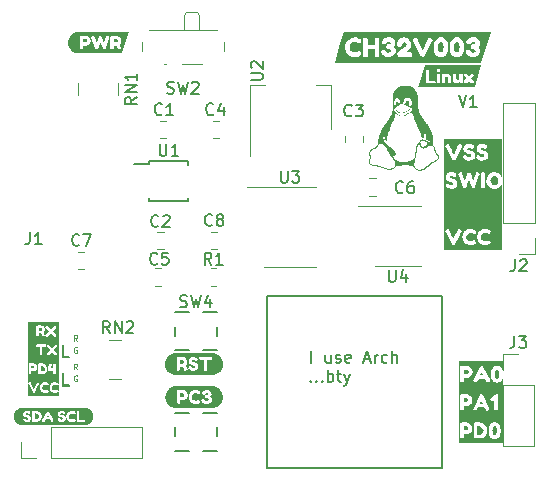
<source format=gbr>
%TF.GenerationSoftware,KiCad,Pcbnew,7.0.8*%
%TF.CreationDate,2024-02-27T14:33:36-06:00*%
%TF.ProjectId,Rickus-CH32V003,5269636b-7573-42d4-9348-333256303033,rev?*%
%TF.SameCoordinates,Original*%
%TF.FileFunction,Legend,Top*%
%TF.FilePolarity,Positive*%
%FSLAX46Y46*%
G04 Gerber Fmt 4.6, Leading zero omitted, Abs format (unit mm)*
G04 Created by KiCad (PCBNEW 7.0.8) date 2024-02-27 14:33:36*
%MOMM*%
%LPD*%
G01*
G04 APERTURE LIST*
%ADD10C,0.150000*%
%ADD11C,0.000000*%
%ADD12C,0.100000*%
%ADD13C,0.120000*%
G04 APERTURE END LIST*
D10*
X215743922Y-76219819D02*
X216077255Y-77219819D01*
X216077255Y-77219819D02*
X216410588Y-76219819D01*
X217267731Y-77219819D02*
X216696303Y-77219819D01*
X216982017Y-77219819D02*
X216982017Y-76219819D01*
X216982017Y-76219819D02*
X216886779Y-76362676D01*
X216886779Y-76362676D02*
X216791541Y-76457914D01*
X216791541Y-76457914D02*
X216696303Y-76505533D01*
X203236779Y-98859819D02*
X203236779Y-97859819D01*
X204903445Y-98193152D02*
X204903445Y-98859819D01*
X204474874Y-98193152D02*
X204474874Y-98716961D01*
X204474874Y-98716961D02*
X204522493Y-98812200D01*
X204522493Y-98812200D02*
X204617731Y-98859819D01*
X204617731Y-98859819D02*
X204760588Y-98859819D01*
X204760588Y-98859819D02*
X204855826Y-98812200D01*
X204855826Y-98812200D02*
X204903445Y-98764580D01*
X205332017Y-98812200D02*
X205427255Y-98859819D01*
X205427255Y-98859819D02*
X205617731Y-98859819D01*
X205617731Y-98859819D02*
X205712969Y-98812200D01*
X205712969Y-98812200D02*
X205760588Y-98716961D01*
X205760588Y-98716961D02*
X205760588Y-98669342D01*
X205760588Y-98669342D02*
X205712969Y-98574104D01*
X205712969Y-98574104D02*
X205617731Y-98526485D01*
X205617731Y-98526485D02*
X205474874Y-98526485D01*
X205474874Y-98526485D02*
X205379636Y-98478866D01*
X205379636Y-98478866D02*
X205332017Y-98383628D01*
X205332017Y-98383628D02*
X205332017Y-98336009D01*
X205332017Y-98336009D02*
X205379636Y-98240771D01*
X205379636Y-98240771D02*
X205474874Y-98193152D01*
X205474874Y-98193152D02*
X205617731Y-98193152D01*
X205617731Y-98193152D02*
X205712969Y-98240771D01*
X206570112Y-98812200D02*
X206474874Y-98859819D01*
X206474874Y-98859819D02*
X206284398Y-98859819D01*
X206284398Y-98859819D02*
X206189160Y-98812200D01*
X206189160Y-98812200D02*
X206141541Y-98716961D01*
X206141541Y-98716961D02*
X206141541Y-98336009D01*
X206141541Y-98336009D02*
X206189160Y-98240771D01*
X206189160Y-98240771D02*
X206284398Y-98193152D01*
X206284398Y-98193152D02*
X206474874Y-98193152D01*
X206474874Y-98193152D02*
X206570112Y-98240771D01*
X206570112Y-98240771D02*
X206617731Y-98336009D01*
X206617731Y-98336009D02*
X206617731Y-98431247D01*
X206617731Y-98431247D02*
X206141541Y-98526485D01*
X207760589Y-98574104D02*
X208236779Y-98574104D01*
X207665351Y-98859819D02*
X207998684Y-97859819D01*
X207998684Y-97859819D02*
X208332017Y-98859819D01*
X208665351Y-98859819D02*
X208665351Y-98193152D01*
X208665351Y-98383628D02*
X208712970Y-98288390D01*
X208712970Y-98288390D02*
X208760589Y-98240771D01*
X208760589Y-98240771D02*
X208855827Y-98193152D01*
X208855827Y-98193152D02*
X208951065Y-98193152D01*
X209712970Y-98812200D02*
X209617732Y-98859819D01*
X209617732Y-98859819D02*
X209427256Y-98859819D01*
X209427256Y-98859819D02*
X209332018Y-98812200D01*
X209332018Y-98812200D02*
X209284399Y-98764580D01*
X209284399Y-98764580D02*
X209236780Y-98669342D01*
X209236780Y-98669342D02*
X209236780Y-98383628D01*
X209236780Y-98383628D02*
X209284399Y-98288390D01*
X209284399Y-98288390D02*
X209332018Y-98240771D01*
X209332018Y-98240771D02*
X209427256Y-98193152D01*
X209427256Y-98193152D02*
X209617732Y-98193152D01*
X209617732Y-98193152D02*
X209712970Y-98240771D01*
X210141542Y-98859819D02*
X210141542Y-97859819D01*
X210570113Y-98859819D02*
X210570113Y-98336009D01*
X210570113Y-98336009D02*
X210522494Y-98240771D01*
X210522494Y-98240771D02*
X210427256Y-98193152D01*
X210427256Y-98193152D02*
X210284399Y-98193152D01*
X210284399Y-98193152D02*
X210189161Y-98240771D01*
X210189161Y-98240771D02*
X210141542Y-98288390D01*
X203236779Y-100374580D02*
X203284398Y-100422200D01*
X203284398Y-100422200D02*
X203236779Y-100469819D01*
X203236779Y-100469819D02*
X203189160Y-100422200D01*
X203189160Y-100422200D02*
X203236779Y-100374580D01*
X203236779Y-100374580D02*
X203236779Y-100469819D01*
X203712969Y-100374580D02*
X203760588Y-100422200D01*
X203760588Y-100422200D02*
X203712969Y-100469819D01*
X203712969Y-100469819D02*
X203665350Y-100422200D01*
X203665350Y-100422200D02*
X203712969Y-100374580D01*
X203712969Y-100374580D02*
X203712969Y-100469819D01*
X204189159Y-100374580D02*
X204236778Y-100422200D01*
X204236778Y-100422200D02*
X204189159Y-100469819D01*
X204189159Y-100469819D02*
X204141540Y-100422200D01*
X204141540Y-100422200D02*
X204189159Y-100374580D01*
X204189159Y-100374580D02*
X204189159Y-100469819D01*
X204665349Y-100469819D02*
X204665349Y-99469819D01*
X204665349Y-99850771D02*
X204760587Y-99803152D01*
X204760587Y-99803152D02*
X204951063Y-99803152D01*
X204951063Y-99803152D02*
X205046301Y-99850771D01*
X205046301Y-99850771D02*
X205093920Y-99898390D01*
X205093920Y-99898390D02*
X205141539Y-99993628D01*
X205141539Y-99993628D02*
X205141539Y-100279342D01*
X205141539Y-100279342D02*
X205093920Y-100374580D01*
X205093920Y-100374580D02*
X205046301Y-100422200D01*
X205046301Y-100422200D02*
X204951063Y-100469819D01*
X204951063Y-100469819D02*
X204760587Y-100469819D01*
X204760587Y-100469819D02*
X204665349Y-100422200D01*
X205427254Y-99803152D02*
X205808206Y-99803152D01*
X205570111Y-99469819D02*
X205570111Y-100326961D01*
X205570111Y-100326961D02*
X205617730Y-100422200D01*
X205617730Y-100422200D02*
X205712968Y-100469819D01*
X205712968Y-100469819D02*
X205808206Y-100469819D01*
X206046302Y-99803152D02*
X206284397Y-100469819D01*
X206522492Y-99803152D02*
X206284397Y-100469819D01*
X206284397Y-100469819D02*
X206189159Y-100707914D01*
X206189159Y-100707914D02*
X206141540Y-100755533D01*
X206141540Y-100755533D02*
X206046302Y-100803152D01*
D11*
G36*
X211343196Y-75403662D02*
G01*
X211369989Y-75405485D01*
X211455007Y-75415417D01*
X211535718Y-75429881D01*
X211612195Y-75448936D01*
X211684512Y-75472645D01*
X211752742Y-75501066D01*
X211785347Y-75517064D01*
X211816957Y-75534263D01*
X211847583Y-75552670D01*
X211877231Y-75572294D01*
X211905913Y-75593143D01*
X211933637Y-75615223D01*
X211960412Y-75638542D01*
X211986248Y-75663108D01*
X212011153Y-75688929D01*
X212035136Y-75716011D01*
X212058208Y-75744364D01*
X212080376Y-75773994D01*
X212122040Y-75837117D01*
X212160200Y-75905440D01*
X212194931Y-75979025D01*
X212226306Y-76057933D01*
X212254396Y-76142225D01*
X212264512Y-76177604D01*
X212273973Y-76215124D01*
X212282779Y-76254792D01*
X212290933Y-76296618D01*
X212298433Y-76340608D01*
X212305283Y-76386772D01*
X212317033Y-76485654D01*
X212326191Y-76593332D01*
X212332766Y-76709870D01*
X212336765Y-76835338D01*
X212338197Y-76969801D01*
X212339061Y-77105895D01*
X212341671Y-77219997D01*
X212346487Y-77315965D01*
X212353966Y-77397661D01*
X212358848Y-77434362D01*
X212364568Y-77468944D01*
X212371183Y-77501886D01*
X212378751Y-77533674D01*
X212387329Y-77564788D01*
X212396974Y-77595712D01*
X212419695Y-77658918D01*
X212431811Y-77689035D01*
X212444990Y-77719208D01*
X212459407Y-77749704D01*
X212475237Y-77780790D01*
X212492657Y-77812734D01*
X212511842Y-77845801D01*
X212532968Y-77880259D01*
X212556211Y-77916376D01*
X212581747Y-77954417D01*
X212609751Y-77994651D01*
X212640400Y-78037344D01*
X212673869Y-78082763D01*
X212749971Y-78182847D01*
X212839464Y-78297041D01*
X212927832Y-78410566D01*
X213016681Y-78528181D01*
X213095675Y-78635999D01*
X213128245Y-78681895D01*
X213154474Y-78720136D01*
X213191943Y-78777578D01*
X213228177Y-78835976D01*
X213263111Y-78895183D01*
X213296681Y-78955053D01*
X213328823Y-79015438D01*
X213359473Y-79076191D01*
X213388565Y-79137164D01*
X213416037Y-79198211D01*
X213441824Y-79259185D01*
X213465862Y-79319938D01*
X213488086Y-79380323D01*
X213508432Y-79440193D01*
X213526837Y-79499402D01*
X213543235Y-79557801D01*
X213557563Y-79615244D01*
X213569757Y-79671583D01*
X213576306Y-79710213D01*
X213581467Y-79752787D01*
X213585276Y-79798660D01*
X213587770Y-79847187D01*
X213588984Y-79897722D01*
X213588957Y-79949623D01*
X213585319Y-80054937D01*
X213581782Y-80107061D01*
X213577149Y-80157971D01*
X213571456Y-80207021D01*
X213564738Y-80253566D01*
X213557033Y-80296962D01*
X213548378Y-80336565D01*
X213538808Y-80371728D01*
X213528360Y-80401807D01*
X213527771Y-80403404D01*
X213527317Y-80405008D01*
X213526999Y-80406620D01*
X213526817Y-80408239D01*
X213526772Y-80409868D01*
X213526865Y-80411505D01*
X213527095Y-80413153D01*
X213527463Y-80414811D01*
X213527971Y-80416480D01*
X213528617Y-80418160D01*
X213529403Y-80419853D01*
X213530329Y-80421558D01*
X213531396Y-80423277D01*
X213532605Y-80425009D01*
X213533955Y-80426756D01*
X213535447Y-80428518D01*
X213537082Y-80430295D01*
X213538859Y-80432089D01*
X213540781Y-80433899D01*
X213542847Y-80435727D01*
X213545057Y-80437572D01*
X213547413Y-80439436D01*
X213549914Y-80441318D01*
X213552561Y-80443221D01*
X213558296Y-80447086D01*
X213564621Y-80451037D01*
X213571540Y-80455077D01*
X213579057Y-80459211D01*
X213594061Y-80467919D01*
X213608545Y-80477619D01*
X213622509Y-80488307D01*
X213635949Y-80499980D01*
X213648862Y-80512632D01*
X213661247Y-80526262D01*
X213673101Y-80540863D01*
X213684421Y-80556434D01*
X213695206Y-80572970D01*
X213705452Y-80590467D01*
X213715157Y-80608922D01*
X213724319Y-80628330D01*
X213732936Y-80648687D01*
X213741004Y-80669991D01*
X213748522Y-80692237D01*
X213755487Y-80715421D01*
X213815790Y-80928190D01*
X213820072Y-80942640D01*
X213824611Y-80956699D01*
X213829435Y-80970420D01*
X213834572Y-80983853D01*
X213840048Y-80997050D01*
X213845891Y-81010064D01*
X213852129Y-81022945D01*
X213858790Y-81035745D01*
X213865901Y-81048517D01*
X213873489Y-81061311D01*
X213881582Y-81074179D01*
X213890208Y-81087174D01*
X213899394Y-81100346D01*
X213909168Y-81113748D01*
X213919557Y-81127431D01*
X213930589Y-81141447D01*
X213951909Y-81168536D01*
X213971539Y-81194455D01*
X213989521Y-81219294D01*
X214005899Y-81243145D01*
X214020717Y-81266102D01*
X214034018Y-81288255D01*
X214045846Y-81309697D01*
X214056244Y-81330520D01*
X214065256Y-81350816D01*
X214072926Y-81370678D01*
X214079295Y-81390196D01*
X214084410Y-81409464D01*
X214088312Y-81428573D01*
X214091045Y-81447615D01*
X214092653Y-81466683D01*
X214093179Y-81485868D01*
X214092973Y-81500220D01*
X214092330Y-81514076D01*
X214091212Y-81527473D01*
X214089581Y-81540447D01*
X214087400Y-81553033D01*
X214084632Y-81565269D01*
X214081238Y-81577189D01*
X214077181Y-81588829D01*
X214072423Y-81600227D01*
X214066928Y-81611417D01*
X214060656Y-81622436D01*
X214053571Y-81633319D01*
X214045634Y-81644103D01*
X214036809Y-81654824D01*
X214027057Y-81665517D01*
X214016342Y-81676220D01*
X214004624Y-81686966D01*
X213991868Y-81697794D01*
X213978034Y-81708738D01*
X213963086Y-81719835D01*
X213946986Y-81731120D01*
X213929696Y-81742630D01*
X213891396Y-81766468D01*
X213847885Y-81791636D01*
X213798862Y-81818423D01*
X213744026Y-81847116D01*
X213683076Y-81878004D01*
X213591350Y-81924538D01*
X213515783Y-81964909D01*
X213482608Y-81983813D01*
X213451733Y-82002412D01*
X213422576Y-82021118D01*
X213394557Y-82040342D01*
X213367095Y-82060497D01*
X213339611Y-82081994D01*
X213311523Y-82105246D01*
X213282253Y-82130663D01*
X213217838Y-82189645D01*
X213141725Y-82262235D01*
X213102725Y-82299245D01*
X213065248Y-82333578D01*
X213029124Y-82365339D01*
X212994182Y-82394633D01*
X212960249Y-82421566D01*
X212927155Y-82446243D01*
X212894727Y-82468769D01*
X212862795Y-82489250D01*
X212831188Y-82507790D01*
X212799733Y-82524495D01*
X212768259Y-82539471D01*
X212736595Y-82552821D01*
X212704569Y-82564653D01*
X212672010Y-82575071D01*
X212638747Y-82584179D01*
X212604608Y-82592084D01*
X212562433Y-82600636D01*
X212543769Y-82604051D01*
X212526434Y-82606901D01*
X212510212Y-82609191D01*
X212494889Y-82610926D01*
X212480249Y-82612113D01*
X212466077Y-82612758D01*
X212452159Y-82612866D01*
X212438279Y-82612444D01*
X212424222Y-82611496D01*
X212409772Y-82610030D01*
X212394716Y-82608050D01*
X212378837Y-82605562D01*
X212343752Y-82599088D01*
X212343729Y-82598905D01*
X212312251Y-82591401D01*
X212280695Y-82581399D01*
X212249244Y-82569051D01*
X212218083Y-82554507D01*
X212187393Y-82537916D01*
X212157360Y-82519429D01*
X212128167Y-82499198D01*
X212099998Y-82477371D01*
X212073036Y-82454099D01*
X212047466Y-82429534D01*
X212023471Y-82403824D01*
X212001234Y-82377121D01*
X211980940Y-82349574D01*
X211962772Y-82321335D01*
X211946914Y-82292553D01*
X211933549Y-82263380D01*
X211903146Y-82189573D01*
X211801187Y-82189512D01*
X211776921Y-82188950D01*
X211746983Y-82187361D01*
X211712549Y-82184856D01*
X211674795Y-82181549D01*
X211634898Y-82177549D01*
X211594035Y-82172970D01*
X211553382Y-82167923D01*
X211514116Y-82162519D01*
X211418536Y-82150430D01*
X211371614Y-82145958D01*
X211325000Y-82142542D01*
X211278494Y-82140188D01*
X211231891Y-82138902D01*
X211184989Y-82138691D01*
X211137585Y-82139560D01*
X211089478Y-82141516D01*
X211040464Y-82144563D01*
X210990342Y-82148709D01*
X210938908Y-82153960D01*
X210831295Y-82167797D01*
X210716005Y-82186124D01*
X210447496Y-82232328D01*
X210403894Y-82296629D01*
X210393821Y-82310947D01*
X210383373Y-82324789D01*
X210372548Y-82338157D01*
X210361344Y-82351049D01*
X210349759Y-82363469D01*
X210337791Y-82375416D01*
X210325437Y-82386891D01*
X210312696Y-82397896D01*
X210299564Y-82408432D01*
X210286042Y-82418498D01*
X210272125Y-82428097D01*
X210257812Y-82437229D01*
X210243101Y-82445895D01*
X210227989Y-82454096D01*
X210212476Y-82461833D01*
X210196558Y-82469106D01*
X210180233Y-82475918D01*
X210163499Y-82482268D01*
X210146355Y-82488158D01*
X210128797Y-82493588D01*
X210092435Y-82503074D01*
X210054396Y-82510733D01*
X210014662Y-82516573D01*
X209973217Y-82520601D01*
X209930044Y-82522825D01*
X209885126Y-82523252D01*
X209851537Y-82522409D01*
X209818258Y-82520612D01*
X209785177Y-82517829D01*
X209752181Y-82514034D01*
X209719160Y-82509195D01*
X209686001Y-82503284D01*
X209652593Y-82496271D01*
X209618826Y-82488128D01*
X209584586Y-82478825D01*
X209549762Y-82468333D01*
X209514243Y-82456622D01*
X209477917Y-82443663D01*
X209440673Y-82429428D01*
X209402398Y-82413886D01*
X209362982Y-82397009D01*
X209322313Y-82378767D01*
X209253319Y-82348085D01*
X209221460Y-82334769D01*
X209190808Y-82322656D01*
X209160952Y-82311638D01*
X209131481Y-82301604D01*
X209101981Y-82292446D01*
X209072040Y-82284053D01*
X209041247Y-82276317D01*
X209009189Y-82269128D01*
X208975453Y-82262377D01*
X208939628Y-82255954D01*
X208860061Y-82243653D01*
X208767191Y-82231351D01*
X208631505Y-82213016D01*
X208572565Y-82203841D01*
X208519111Y-82194503D01*
X208470808Y-82184886D01*
X208427318Y-82174869D01*
X208388305Y-82164337D01*
X208353431Y-82153169D01*
X208322362Y-82141249D01*
X208294759Y-82128458D01*
X208270287Y-82114677D01*
X208248608Y-82099790D01*
X208229387Y-82083678D01*
X208212286Y-82066222D01*
X208196969Y-82047304D01*
X208183099Y-82026807D01*
X208174430Y-82011105D01*
X208166945Y-81993826D01*
X208160644Y-81975046D01*
X208155527Y-81954842D01*
X208151592Y-81933290D01*
X208148839Y-81910465D01*
X208147266Y-81886443D01*
X208147024Y-81870956D01*
X208239926Y-81870956D01*
X208240764Y-81891526D01*
X208243007Y-81910874D01*
X208246704Y-81929053D01*
X208251909Y-81946114D01*
X208258672Y-81962109D01*
X208267047Y-81977091D01*
X208277084Y-81991112D01*
X208288835Y-82004222D01*
X208302353Y-82016476D01*
X208317689Y-82027923D01*
X208334895Y-82038617D01*
X208354023Y-82048609D01*
X208375124Y-82057951D01*
X208398251Y-82066696D01*
X208423456Y-82074895D01*
X208450789Y-82082600D01*
X208480304Y-82089863D01*
X208512051Y-82096737D01*
X208582452Y-82109522D01*
X208662406Y-82121373D01*
X208752328Y-82132703D01*
X208849848Y-82145011D01*
X208934861Y-82157782D01*
X209010405Y-82171798D01*
X209045575Y-82179518D01*
X209079517Y-82187843D01*
X209112610Y-82196870D01*
X209145233Y-82206698D01*
X209177767Y-82217423D01*
X209210591Y-82229145D01*
X209278628Y-82255967D01*
X209352380Y-82287946D01*
X209405189Y-82311125D01*
X209454227Y-82331417D01*
X209501306Y-82349422D01*
X209548236Y-82365737D01*
X209596828Y-82380964D01*
X209648894Y-82395700D01*
X209706245Y-82410546D01*
X209770692Y-82426099D01*
X209787295Y-82429161D01*
X209806725Y-82431286D01*
X209828584Y-82432515D01*
X209852472Y-82432893D01*
X209877992Y-82432460D01*
X209904745Y-82431260D01*
X209932332Y-82429334D01*
X209960353Y-82426727D01*
X209988412Y-82423479D01*
X210016109Y-82419634D01*
X210043044Y-82415234D01*
X210068821Y-82410322D01*
X210093040Y-82404939D01*
X210115301Y-82399129D01*
X210135208Y-82392934D01*
X210152361Y-82386396D01*
X210152300Y-82386381D01*
X210173040Y-82376805D01*
X210192988Y-82366276D01*
X210212124Y-82354814D01*
X210230431Y-82342439D01*
X210247891Y-82329172D01*
X210264484Y-82315034D01*
X210280194Y-82300045D01*
X210295003Y-82284225D01*
X210308891Y-82267595D01*
X210321841Y-82250175D01*
X210333835Y-82231986D01*
X210344855Y-82213048D01*
X210354883Y-82193381D01*
X210363900Y-82173007D01*
X210371889Y-82151945D01*
X210378831Y-82130216D01*
X210387258Y-82097075D01*
X210393056Y-82064304D01*
X210394944Y-82047984D01*
X210395019Y-82046964D01*
X211993593Y-82046964D01*
X211994992Y-82085032D01*
X211999034Y-82122197D01*
X212005646Y-82158348D01*
X212014751Y-82193375D01*
X212026277Y-82227171D01*
X212040149Y-82259623D01*
X212056293Y-82290624D01*
X212074633Y-82320064D01*
X212095097Y-82347833D01*
X212117609Y-82373821D01*
X212142096Y-82397919D01*
X212168483Y-82420017D01*
X212196695Y-82440005D01*
X212226659Y-82457775D01*
X212258300Y-82473216D01*
X212291544Y-82486219D01*
X212311450Y-82492777D01*
X212330887Y-82498503D01*
X212349953Y-82503398D01*
X212368742Y-82507464D01*
X212387353Y-82510702D01*
X212405882Y-82513115D01*
X212424425Y-82514703D01*
X212443079Y-82515470D01*
X212461940Y-82515416D01*
X212481107Y-82514544D01*
X212500674Y-82512855D01*
X212520739Y-82510350D01*
X212541399Y-82507032D01*
X212562750Y-82502903D01*
X212584889Y-82497963D01*
X212607912Y-82492216D01*
X212607896Y-82492414D01*
X212638795Y-82483839D01*
X212668654Y-82474416D01*
X212697673Y-82464017D01*
X212726052Y-82452512D01*
X212753990Y-82439771D01*
X212781688Y-82425668D01*
X212809346Y-82410071D01*
X212837163Y-82392852D01*
X212865339Y-82373883D01*
X212894074Y-82353034D01*
X212923569Y-82330176D01*
X212954023Y-82305181D01*
X212985635Y-82277919D01*
X213018607Y-82248261D01*
X213053137Y-82216078D01*
X213089426Y-82181242D01*
X213164717Y-82108682D01*
X213197395Y-82078003D01*
X213227676Y-82050416D01*
X213256247Y-82025440D01*
X213283795Y-82002593D01*
X213311005Y-81981393D01*
X213338564Y-81961361D01*
X213367158Y-81942013D01*
X213397474Y-81922868D01*
X213430198Y-81903446D01*
X213466016Y-81883265D01*
X213505616Y-81861844D01*
X213549682Y-81838700D01*
X213653963Y-81785322D01*
X213738829Y-81741245D01*
X213809877Y-81701968D01*
X213840549Y-81683884D01*
X213868160Y-81666704D01*
X213892844Y-81650332D01*
X213914730Y-81634668D01*
X213933950Y-81619615D01*
X213950637Y-81605073D01*
X213964920Y-81590946D01*
X213976933Y-81577135D01*
X213986806Y-81563542D01*
X213994670Y-81550067D01*
X214000657Y-81536614D01*
X214004900Y-81523084D01*
X214006084Y-81517468D01*
X214006904Y-81511537D01*
X214007362Y-81505302D01*
X214007463Y-81498773D01*
X214006611Y-81484870D01*
X214004381Y-81469909D01*
X214000808Y-81453967D01*
X213995925Y-81437124D01*
X213989766Y-81419460D01*
X213982365Y-81401052D01*
X213973756Y-81381981D01*
X213963973Y-81362325D01*
X213953049Y-81342163D01*
X213941019Y-81321575D01*
X213927916Y-81300640D01*
X213913774Y-81279436D01*
X213898627Y-81258043D01*
X213882509Y-81236539D01*
X213842000Y-81183270D01*
X213824946Y-81160011D01*
X213809751Y-81138439D01*
X213796207Y-81118130D01*
X213784107Y-81098661D01*
X213773246Y-81079609D01*
X213763416Y-81060550D01*
X213754410Y-81041063D01*
X213746022Y-81020722D01*
X213738046Y-80999107D01*
X213730273Y-80975792D01*
X213722498Y-80950356D01*
X213714514Y-80922374D01*
X213697092Y-80857084D01*
X213686896Y-80819426D01*
X213676032Y-80782107D01*
X213664836Y-80746099D01*
X213653642Y-80712377D01*
X213642786Y-80681914D01*
X213632603Y-80655682D01*
X213623427Y-80634656D01*
X213619322Y-80626400D01*
X213615594Y-80619810D01*
X213610917Y-80612550D01*
X213605997Y-80605509D01*
X213600837Y-80598688D01*
X213595438Y-80592086D01*
X213589803Y-80585706D01*
X213583932Y-80579547D01*
X213577827Y-80573610D01*
X213571491Y-80567897D01*
X213564924Y-80562408D01*
X213558128Y-80557144D01*
X213551106Y-80552105D01*
X213543858Y-80547293D01*
X213536386Y-80542707D01*
X213528693Y-80538350D01*
X213520779Y-80534222D01*
X213512646Y-80530323D01*
X213504297Y-80526654D01*
X213495732Y-80523216D01*
X213486953Y-80520010D01*
X213477963Y-80517037D01*
X213468762Y-80514297D01*
X213459352Y-80511791D01*
X213439913Y-80507485D01*
X213419659Y-80504125D01*
X213398604Y-80501718D01*
X213376761Y-80500268D01*
X213354143Y-80499784D01*
X213323138Y-80500103D01*
X213309873Y-80500598D01*
X213297858Y-80501400D01*
X213286912Y-80502574D01*
X213276855Y-80504183D01*
X213267505Y-80506291D01*
X213258682Y-80508960D01*
X213250204Y-80512256D01*
X213241891Y-80516240D01*
X213233562Y-80520977D01*
X213225036Y-80526531D01*
X213216132Y-80532964D01*
X213206669Y-80540341D01*
X213196466Y-80548725D01*
X213185342Y-80558179D01*
X213165244Y-80574647D01*
X213144041Y-80590628D01*
X213121879Y-80606057D01*
X213098907Y-80620868D01*
X213075268Y-80634995D01*
X213051111Y-80648370D01*
X213026581Y-80660929D01*
X213001825Y-80672605D01*
X212976988Y-80683332D01*
X212952218Y-80693043D01*
X212927660Y-80701673D01*
X212903462Y-80709156D01*
X212879768Y-80715424D01*
X212856725Y-80720413D01*
X212834481Y-80724055D01*
X212813181Y-80726286D01*
X212799203Y-80727264D01*
X212786224Y-80727938D01*
X212774140Y-80728290D01*
X212762843Y-80728300D01*
X212752229Y-80727951D01*
X212742192Y-80727223D01*
X212732626Y-80726099D01*
X212723426Y-80724559D01*
X212714487Y-80722586D01*
X212705701Y-80720161D01*
X212696965Y-80717266D01*
X212688172Y-80713881D01*
X212679217Y-80709988D01*
X212669995Y-80705570D01*
X212660399Y-80700607D01*
X212650323Y-80695081D01*
X212642203Y-80690320D01*
X212634175Y-80685210D01*
X212626246Y-80679763D01*
X212618423Y-80673985D01*
X212603114Y-80661478D01*
X212588296Y-80647761D01*
X212574015Y-80632907D01*
X212560320Y-80616987D01*
X212547258Y-80600074D01*
X212534875Y-80582241D01*
X212523219Y-80563559D01*
X212512337Y-80544100D01*
X212502276Y-80523938D01*
X212493085Y-80503145D01*
X212484809Y-80481791D01*
X212477497Y-80459951D01*
X212471195Y-80437696D01*
X212465952Y-80415098D01*
X212461748Y-80395850D01*
X212457399Y-80377895D01*
X212453030Y-80361627D01*
X212448764Y-80347436D01*
X212444729Y-80335717D01*
X212442836Y-80330906D01*
X212441048Y-80326860D01*
X212439379Y-80323627D01*
X212437847Y-80321258D01*
X212436465Y-80319800D01*
X212435836Y-80319428D01*
X212435251Y-80319303D01*
X212432252Y-80319530D01*
X212429023Y-80320200D01*
X212425577Y-80321299D01*
X212421928Y-80322810D01*
X212418090Y-80324719D01*
X212414079Y-80327010D01*
X212409907Y-80329667D01*
X212405589Y-80332677D01*
X212396572Y-80339690D01*
X212387141Y-80347925D01*
X212377410Y-80357261D01*
X212367492Y-80367574D01*
X212357501Y-80378743D01*
X212347549Y-80390645D01*
X212337751Y-80403158D01*
X212328220Y-80416159D01*
X212319069Y-80429525D01*
X212310411Y-80443135D01*
X212302360Y-80456865D01*
X212295030Y-80470594D01*
X212284862Y-80491685D01*
X212275335Y-80513672D01*
X212266415Y-80536729D01*
X212258069Y-80561030D01*
X212250262Y-80586752D01*
X212242961Y-80614069D01*
X212236131Y-80643157D01*
X212229740Y-80674190D01*
X212223752Y-80707344D01*
X212218134Y-80742793D01*
X212212853Y-80780713D01*
X212207873Y-80821279D01*
X212203163Y-80864666D01*
X212198686Y-80911048D01*
X212190302Y-81013502D01*
X212185578Y-81070957D01*
X212179998Y-81126871D01*
X212173622Y-81180837D01*
X212166515Y-81232448D01*
X212158737Y-81281298D01*
X212150352Y-81326979D01*
X212141420Y-81369085D01*
X212132005Y-81407209D01*
X212055887Y-81694389D01*
X212031430Y-81791268D01*
X212014322Y-81864954D01*
X212003274Y-81921406D01*
X211996996Y-81966585D01*
X211994199Y-82006451D01*
X211993593Y-82046964D01*
X210395019Y-82046964D01*
X210396144Y-82031670D01*
X210396645Y-82015334D01*
X210396437Y-81998945D01*
X210395509Y-81982475D01*
X210393853Y-81965896D01*
X210391456Y-81949178D01*
X210388309Y-81932293D01*
X210384401Y-81915211D01*
X210379722Y-81897905D01*
X210374261Y-81880344D01*
X210368009Y-81862501D01*
X210353088Y-81825850D01*
X210334875Y-81787722D01*
X210313288Y-81747885D01*
X210288244Y-81706110D01*
X210259659Y-81662164D01*
X210227451Y-81615817D01*
X210191537Y-81566838D01*
X210151834Y-81514997D01*
X210067703Y-81406923D01*
X210000334Y-81318757D01*
X209946185Y-81245158D01*
X209901714Y-81180786D01*
X209882001Y-81150391D01*
X209863379Y-81120299D01*
X209827639Y-81058358D01*
X209790951Y-80989622D01*
X209749773Y-80908750D01*
X209715575Y-80842021D01*
X209682410Y-80780010D01*
X209650169Y-80722587D01*
X209618742Y-80669621D01*
X209588019Y-80620982D01*
X209557890Y-80576541D01*
X209528247Y-80536167D01*
X209498978Y-80499731D01*
X209469975Y-80467102D01*
X209441127Y-80438150D01*
X209412325Y-80412745D01*
X209383459Y-80390758D01*
X209354419Y-80372057D01*
X209325096Y-80356514D01*
X209295380Y-80343998D01*
X209265161Y-80334379D01*
X209239660Y-80328382D01*
X209227348Y-80326185D01*
X209215291Y-80324543D01*
X209203465Y-80323471D01*
X209191842Y-80322986D01*
X209180397Y-80323103D01*
X209169102Y-80323839D01*
X209157931Y-80325209D01*
X209146859Y-80327228D01*
X209135858Y-80329914D01*
X209124901Y-80333281D01*
X209113964Y-80337345D01*
X209103019Y-80342123D01*
X209092039Y-80347630D01*
X209080999Y-80353881D01*
X209069872Y-80360894D01*
X209058631Y-80368683D01*
X209047250Y-80377264D01*
X209035703Y-80386653D01*
X209023963Y-80396867D01*
X209012004Y-80407920D01*
X208987323Y-80432610D01*
X208961448Y-80460849D01*
X208934167Y-80492764D01*
X208905269Y-80528481D01*
X208874544Y-80568128D01*
X208856197Y-80591719D01*
X208838251Y-80613705D01*
X208820607Y-80634161D01*
X208803164Y-80653162D01*
X208785822Y-80670785D01*
X208768481Y-80687105D01*
X208751042Y-80702197D01*
X208733403Y-80716137D01*
X208715465Y-80729000D01*
X208697128Y-80740862D01*
X208678292Y-80751798D01*
X208658857Y-80761884D01*
X208638722Y-80771196D01*
X208617788Y-80779809D01*
X208595955Y-80787799D01*
X208573122Y-80795240D01*
X208552482Y-80801977D01*
X208531950Y-80809429D01*
X208511639Y-80817525D01*
X208491664Y-80826196D01*
X208472140Y-80835371D01*
X208453180Y-80844982D01*
X208434900Y-80854957D01*
X208417413Y-80865228D01*
X208400835Y-80875725D01*
X208385279Y-80886378D01*
X208370859Y-80897116D01*
X208357691Y-80907871D01*
X208345888Y-80918573D01*
X208335566Y-80929151D01*
X208326838Y-80939536D01*
X208319818Y-80949659D01*
X208311087Y-80964660D01*
X208303374Y-80979716D01*
X208296664Y-80995024D01*
X208290944Y-81010778D01*
X208286199Y-81027173D01*
X208282416Y-81044403D01*
X208279580Y-81062664D01*
X208277679Y-81082151D01*
X208276698Y-81103058D01*
X208276622Y-81125581D01*
X208277439Y-81149914D01*
X208279134Y-81176252D01*
X208281694Y-81204790D01*
X208285104Y-81235724D01*
X208289351Y-81269247D01*
X208294420Y-81305555D01*
X208321718Y-81493970D01*
X208277521Y-81656187D01*
X208261464Y-81718975D01*
X208249569Y-81775423D01*
X208245312Y-81801398D01*
X208242251Y-81825944D01*
X208240439Y-81849113D01*
X208239926Y-81870956D01*
X208147024Y-81870956D01*
X208146873Y-81861301D01*
X208147659Y-81835114D01*
X208149623Y-81807960D01*
X208152764Y-81779912D01*
X208157082Y-81751048D01*
X208162575Y-81721444D01*
X208169242Y-81691176D01*
X208177084Y-81660319D01*
X208186098Y-81628950D01*
X208198565Y-81587315D01*
X208203517Y-81569611D01*
X208207641Y-81553375D01*
X208210956Y-81538152D01*
X208213481Y-81523485D01*
X208215235Y-81508918D01*
X208216237Y-81493997D01*
X208216506Y-81478265D01*
X208216063Y-81461267D01*
X208214925Y-81442546D01*
X208213112Y-81421647D01*
X208210643Y-81398115D01*
X208207538Y-81371493D01*
X208199495Y-81307157D01*
X208192051Y-81241655D01*
X208187253Y-81181752D01*
X208185298Y-81127071D01*
X208186387Y-81077237D01*
X208190716Y-81031873D01*
X208194159Y-81010750D01*
X208198486Y-80990603D01*
X208203722Y-80971386D01*
X208209894Y-80953051D01*
X208217024Y-80935551D01*
X208225138Y-80918840D01*
X208234262Y-80902870D01*
X208244419Y-80887594D01*
X208255634Y-80872965D01*
X208267933Y-80858937D01*
X208281340Y-80845462D01*
X208295880Y-80832492D01*
X208311578Y-80819982D01*
X208328459Y-80807884D01*
X208365867Y-80784736D01*
X208408304Y-80762672D01*
X208455968Y-80741315D01*
X208509058Y-80720289D01*
X208562591Y-80699417D01*
X208586056Y-80689567D01*
X208607562Y-80679945D01*
X208627290Y-80670426D01*
X208645421Y-80660890D01*
X208662136Y-80651212D01*
X208677616Y-80641271D01*
X208692041Y-80630944D01*
X208705594Y-80620108D01*
X208718454Y-80608640D01*
X208730803Y-80596418D01*
X208742823Y-80583319D01*
X208754693Y-80569221D01*
X208766595Y-80554000D01*
X208778711Y-80537534D01*
X208791082Y-80520582D01*
X208804651Y-80502497D01*
X208818975Y-80483839D01*
X208833612Y-80465166D01*
X208848119Y-80447038D01*
X208862053Y-80430014D01*
X208874971Y-80414654D01*
X208886430Y-80401517D01*
X208937830Y-80344114D01*
X208946832Y-80106260D01*
X208949708Y-80042065D01*
X208953199Y-79985104D01*
X208957483Y-79934042D01*
X208962734Y-79887540D01*
X208969129Y-79844263D01*
X208976843Y-79802874D01*
X208981687Y-79781394D01*
X209384856Y-79781394D01*
X209386578Y-79840715D01*
X209392261Y-79898180D01*
X209401903Y-79953814D01*
X209415500Y-80007642D01*
X209433048Y-80059690D01*
X209454546Y-80109983D01*
X209467932Y-80136942D01*
X209482039Y-80162877D01*
X209496994Y-80187920D01*
X209512925Y-80212203D01*
X209529962Y-80235857D01*
X209548232Y-80259014D01*
X209567863Y-80281804D01*
X209588984Y-80304361D01*
X209611723Y-80326815D01*
X209636208Y-80349298D01*
X209662568Y-80371941D01*
X209690931Y-80394877D01*
X209721424Y-80418236D01*
X209754177Y-80442150D01*
X209789318Y-80466751D01*
X209826974Y-80492170D01*
X209894705Y-80538285D01*
X209958306Y-80583934D01*
X210017777Y-80629117D01*
X210073120Y-80673834D01*
X210124335Y-80718084D01*
X210171420Y-80761869D01*
X210214376Y-80805187D01*
X210253204Y-80848039D01*
X210287903Y-80890425D01*
X210318474Y-80932346D01*
X210344916Y-80973800D01*
X210367229Y-81014789D01*
X210385415Y-81055311D01*
X210399472Y-81095368D01*
X210409400Y-81134960D01*
X210415201Y-81174085D01*
X210416376Y-81187083D01*
X210417238Y-81198765D01*
X210417731Y-81209286D01*
X210417801Y-81218800D01*
X210417392Y-81227461D01*
X210416448Y-81235423D01*
X210415759Y-81239190D01*
X210414916Y-81242841D01*
X210413912Y-81246393D01*
X210412739Y-81249868D01*
X210411392Y-81253283D01*
X210409863Y-81256659D01*
X210408145Y-81260015D01*
X210406232Y-81263369D01*
X210401791Y-81270151D01*
X210396484Y-81277159D01*
X210390258Y-81284549D01*
X210383055Y-81292473D01*
X210374822Y-81301087D01*
X210365503Y-81310545D01*
X210358264Y-81317572D01*
X210350982Y-81324220D01*
X210343654Y-81330488D01*
X210336276Y-81336380D01*
X210328846Y-81341896D01*
X210321360Y-81347038D01*
X210313815Y-81351807D01*
X210306207Y-81356206D01*
X210298534Y-81360236D01*
X210290793Y-81363899D01*
X210282979Y-81367196D01*
X210275091Y-81370128D01*
X210267124Y-81372698D01*
X210259076Y-81374907D01*
X210250944Y-81376756D01*
X210242723Y-81378248D01*
X210177225Y-81388746D01*
X210277452Y-81524229D01*
X210297075Y-81550177D01*
X210316313Y-81574380D01*
X210335316Y-81596954D01*
X210354236Y-81618015D01*
X210373222Y-81637678D01*
X210392426Y-81656059D01*
X210411998Y-81673274D01*
X210432088Y-81689439D01*
X210452848Y-81704670D01*
X210474427Y-81719082D01*
X210496977Y-81732790D01*
X210520647Y-81745912D01*
X210545589Y-81758562D01*
X210571953Y-81770857D01*
X210599889Y-81782912D01*
X210629549Y-81794843D01*
X210672452Y-81810273D01*
X210717366Y-81823968D01*
X210764061Y-81835919D01*
X210812304Y-81846117D01*
X210861864Y-81854552D01*
X210912507Y-81861214D01*
X210964003Y-81866094D01*
X211016119Y-81869182D01*
X211068623Y-81870469D01*
X211121284Y-81869946D01*
X211173869Y-81867602D01*
X211226147Y-81863428D01*
X211277886Y-81857415D01*
X211328853Y-81849553D01*
X211378817Y-81839833D01*
X211427545Y-81828245D01*
X211427469Y-81828565D01*
X211453783Y-81820978D01*
X211484082Y-81810978D01*
X211553995Y-81784946D01*
X211631931Y-81752880D01*
X211712615Y-81717193D01*
X211790771Y-81680296D01*
X211861125Y-81644602D01*
X211918401Y-81612522D01*
X211940486Y-81598592D01*
X211957323Y-81586469D01*
X211962522Y-81581760D01*
X211967745Y-81575889D01*
X211972985Y-81568889D01*
X211978231Y-81560797D01*
X211988711Y-81541475D01*
X211999116Y-81518202D01*
X212009377Y-81491260D01*
X212019427Y-81460929D01*
X212029195Y-81427489D01*
X212038614Y-81391222D01*
X212047614Y-81352407D01*
X212056128Y-81311325D01*
X212064085Y-81268256D01*
X212071417Y-81223483D01*
X212078057Y-81177284D01*
X212083934Y-81129940D01*
X212088980Y-81081732D01*
X212093126Y-81032941D01*
X212100585Y-80943216D01*
X212109076Y-80860004D01*
X212118693Y-80783050D01*
X212129530Y-80712100D01*
X212141682Y-80646898D01*
X212155243Y-80587190D01*
X212170309Y-80532723D01*
X212186973Y-80483240D01*
X212205331Y-80438487D01*
X212225476Y-80398210D01*
X212247503Y-80362155D01*
X212271508Y-80330065D01*
X212297584Y-80301688D01*
X212325825Y-80276768D01*
X212356327Y-80255050D01*
X212389185Y-80236280D01*
X212395716Y-80232809D01*
X212402053Y-80229169D01*
X212408162Y-80225388D01*
X212414015Y-80221494D01*
X212417937Y-80218690D01*
X212518012Y-80218690D01*
X212518614Y-80239092D01*
X212520063Y-80260137D01*
X212522321Y-80281595D01*
X212525351Y-80303236D01*
X212529114Y-80324828D01*
X212533574Y-80346143D01*
X212538691Y-80366948D01*
X212544428Y-80387014D01*
X212550748Y-80406110D01*
X212557612Y-80424006D01*
X212564984Y-80440471D01*
X212572824Y-80455274D01*
X212579868Y-80466857D01*
X212587070Y-80477833D01*
X212594437Y-80488204D01*
X212601973Y-80497971D01*
X212609685Y-80507136D01*
X212617578Y-80515700D01*
X212625658Y-80523663D01*
X212633929Y-80531028D01*
X212642397Y-80537795D01*
X212651069Y-80543967D01*
X212659949Y-80549543D01*
X212669043Y-80554526D01*
X212678356Y-80558916D01*
X212687894Y-80562715D01*
X212697662Y-80565925D01*
X212707667Y-80568546D01*
X212717913Y-80570580D01*
X212728406Y-80572027D01*
X212739151Y-80572890D01*
X212750154Y-80573170D01*
X212761421Y-80572867D01*
X212772956Y-80571983D01*
X212784766Y-80570520D01*
X212796856Y-80568478D01*
X212809232Y-80565860D01*
X212821898Y-80562665D01*
X212834861Y-80558896D01*
X212848125Y-80554554D01*
X212861697Y-80549639D01*
X212875583Y-80544154D01*
X212889786Y-80538099D01*
X212904314Y-80531477D01*
X212904352Y-80531461D01*
X212920738Y-80523117D01*
X212937250Y-80513485D01*
X212953744Y-80502715D01*
X212970077Y-80490957D01*
X212986103Y-80478360D01*
X213001679Y-80465073D01*
X213016661Y-80451247D01*
X213030905Y-80437030D01*
X213044267Y-80422573D01*
X213056603Y-80408026D01*
X213067768Y-80393536D01*
X213077619Y-80379256D01*
X213086012Y-80365333D01*
X213092802Y-80351917D01*
X213097846Y-80339159D01*
X213099668Y-80333073D01*
X213100999Y-80327207D01*
X213102242Y-80319579D01*
X213103077Y-80312064D01*
X213103501Y-80304658D01*
X213103506Y-80297352D01*
X213103087Y-80290142D01*
X213102239Y-80283019D01*
X213100957Y-80275979D01*
X213099234Y-80269013D01*
X213097066Y-80262117D01*
X213094446Y-80255284D01*
X213091370Y-80248506D01*
X213087831Y-80241778D01*
X213083824Y-80235094D01*
X213079343Y-80228446D01*
X213074384Y-80221828D01*
X213068940Y-80215234D01*
X213063006Y-80208658D01*
X213056576Y-80202093D01*
X213049644Y-80195532D01*
X213042206Y-80188969D01*
X213034256Y-80182398D01*
X213025788Y-80175813D01*
X213007276Y-80162571D01*
X212986625Y-80149193D01*
X212963792Y-80135627D01*
X212938732Y-80121821D01*
X212911401Y-80107725D01*
X212872609Y-80089312D01*
X212835490Y-80073720D01*
X212800105Y-80060941D01*
X212766512Y-80050970D01*
X212734771Y-80043800D01*
X212704941Y-80039426D01*
X212677082Y-80037842D01*
X212663909Y-80038094D01*
X212651252Y-80039041D01*
X212639118Y-80040683D01*
X212627513Y-80043018D01*
X212616445Y-80046046D01*
X212605922Y-80049767D01*
X212595951Y-80054179D01*
X212586539Y-80059281D01*
X212577694Y-80065074D01*
X212569424Y-80071556D01*
X212561735Y-80078726D01*
X212554636Y-80086584D01*
X212548133Y-80095128D01*
X212542234Y-80104359D01*
X212536947Y-80114276D01*
X212532278Y-80124877D01*
X212528236Y-80136162D01*
X212524828Y-80148130D01*
X212521664Y-80163652D01*
X212519499Y-80180740D01*
X212518294Y-80199163D01*
X212518012Y-80218690D01*
X212417937Y-80218690D01*
X212419578Y-80217518D01*
X212424821Y-80213488D01*
X212429713Y-80209432D01*
X212434222Y-80205381D01*
X212438317Y-80201362D01*
X212441968Y-80197406D01*
X212445143Y-80193540D01*
X212447810Y-80189794D01*
X212449939Y-80186197D01*
X212451498Y-80182777D01*
X212452055Y-80181143D01*
X212452457Y-80179565D01*
X212452701Y-80178045D01*
X212452783Y-80176588D01*
X212452979Y-80170840D01*
X212453556Y-80164844D01*
X212455794Y-80152201D01*
X212459381Y-80138845D01*
X212464197Y-80124961D01*
X212470125Y-80110733D01*
X212477047Y-80096349D01*
X212484844Y-80081992D01*
X212493398Y-80067848D01*
X212502592Y-80054103D01*
X212512306Y-80040941D01*
X212522423Y-80028549D01*
X212532825Y-80017112D01*
X212543393Y-80006815D01*
X212554009Y-79997843D01*
X212564556Y-79990382D01*
X212569766Y-79987276D01*
X212574915Y-79984617D01*
X212585036Y-79980136D01*
X212595546Y-79976106D01*
X212617690Y-79969390D01*
X212641271Y-79964457D01*
X212666211Y-79961296D01*
X212692433Y-79959894D01*
X212719859Y-79960241D01*
X212748412Y-79962323D01*
X212778015Y-79966129D01*
X212808590Y-79971647D01*
X212840059Y-79978866D01*
X212872346Y-79987773D01*
X212905373Y-79998356D01*
X212939063Y-80010604D01*
X212973339Y-80024505D01*
X213008122Y-80040047D01*
X213043336Y-80057218D01*
X213079378Y-80076132D01*
X213112881Y-80094973D01*
X213143852Y-80113749D01*
X213172296Y-80132463D01*
X213198217Y-80151123D01*
X213221622Y-80169733D01*
X213242515Y-80188300D01*
X213260902Y-80206829D01*
X213276788Y-80225325D01*
X213290178Y-80243795D01*
X213301077Y-80262243D01*
X213309491Y-80280676D01*
X213312768Y-80289889D01*
X213315425Y-80299100D01*
X213317464Y-80308309D01*
X213318884Y-80317519D01*
X213319687Y-80326729D01*
X213319874Y-80335940D01*
X213319444Y-80345152D01*
X213318399Y-80354368D01*
X213317735Y-80360012D01*
X213317419Y-80365320D01*
X213317432Y-80370289D01*
X213317757Y-80374917D01*
X213318373Y-80379204D01*
X213319264Y-80383147D01*
X213320411Y-80386745D01*
X213321795Y-80389995D01*
X213323398Y-80392896D01*
X213325201Y-80395447D01*
X213327187Y-80397646D01*
X213329335Y-80399490D01*
X213331630Y-80400979D01*
X213334050Y-80402110D01*
X213336580Y-80402882D01*
X213339199Y-80403293D01*
X213341889Y-80403342D01*
X213344633Y-80403025D01*
X213347411Y-80402343D01*
X213350206Y-80401293D01*
X213352998Y-80399874D01*
X213355769Y-80398083D01*
X213358502Y-80395919D01*
X213361177Y-80393380D01*
X213363776Y-80390465D01*
X213366281Y-80387171D01*
X213368673Y-80383498D01*
X213370934Y-80379443D01*
X213373045Y-80375005D01*
X213374989Y-80370182D01*
X213376745Y-80364971D01*
X213378297Y-80359373D01*
X213380770Y-80347871D01*
X213382436Y-80336283D01*
X213383300Y-80324614D01*
X213383367Y-80312871D01*
X213382642Y-80301060D01*
X213381130Y-80289187D01*
X213378836Y-80277260D01*
X213375766Y-80265284D01*
X213371924Y-80253265D01*
X213367315Y-80241211D01*
X213361944Y-80229128D01*
X213355817Y-80217022D01*
X213348938Y-80204899D01*
X213341313Y-80192767D01*
X213332947Y-80180630D01*
X213323844Y-80168497D01*
X213314009Y-80156372D01*
X213303449Y-80144264D01*
X213292167Y-80132177D01*
X213280169Y-80120119D01*
X213254045Y-80096113D01*
X213225116Y-80072299D01*
X213193424Y-80048727D01*
X213159009Y-80025449D01*
X213121911Y-80002515D01*
X213082170Y-79979978D01*
X212953790Y-79910184D01*
X212952974Y-79692167D01*
X212951438Y-79601600D01*
X212949640Y-79560893D01*
X212947020Y-79522654D01*
X212943475Y-79486443D01*
X212938903Y-79451824D01*
X212933203Y-79418359D01*
X212926272Y-79385610D01*
X212918009Y-79353139D01*
X212908311Y-79320509D01*
X212897077Y-79287281D01*
X212884205Y-79253018D01*
X212869593Y-79217283D01*
X212853138Y-79179636D01*
X212814294Y-79096860D01*
X212789861Y-79048945D01*
X212762498Y-78999554D01*
X212732825Y-78949479D01*
X212701467Y-78899510D01*
X212669043Y-78850437D01*
X212636177Y-78803049D01*
X212603489Y-78758138D01*
X212571602Y-78716493D01*
X212541138Y-78678905D01*
X212512718Y-78646164D01*
X212486965Y-78619059D01*
X212464499Y-78598382D01*
X212445943Y-78584921D01*
X212438326Y-78581145D01*
X212431919Y-78579469D01*
X212426801Y-78579992D01*
X212423049Y-78582814D01*
X212420741Y-78588032D01*
X212419954Y-78595747D01*
X212420084Y-78596729D01*
X212420468Y-78597984D01*
X212421977Y-78601278D01*
X212424429Y-78605566D01*
X212427773Y-78610784D01*
X212431959Y-78616868D01*
X212436935Y-78623756D01*
X212442650Y-78631384D01*
X212449054Y-78639688D01*
X212463724Y-78658074D01*
X212480535Y-78678406D01*
X212499081Y-78700178D01*
X212518953Y-78722883D01*
X212541489Y-78749408D01*
X212564145Y-78778292D01*
X212586781Y-78809264D01*
X212609252Y-78842056D01*
X212631417Y-78876400D01*
X212653134Y-78912027D01*
X212674259Y-78948668D01*
X212694651Y-78986055D01*
X212714167Y-79023918D01*
X212732664Y-79061989D01*
X212750000Y-79100000D01*
X212766033Y-79137681D01*
X212780619Y-79174764D01*
X212793618Y-79210980D01*
X212804885Y-79246061D01*
X212814279Y-79279737D01*
X212821205Y-79309268D01*
X212827454Y-79340968D01*
X212832951Y-79374209D01*
X212837619Y-79408365D01*
X212841383Y-79442808D01*
X212844165Y-79476912D01*
X212845891Y-79510049D01*
X212846483Y-79541593D01*
X212845387Y-79592425D01*
X212842313Y-79643923D01*
X212837576Y-79693985D01*
X212831496Y-79740511D01*
X212824389Y-79781398D01*
X212820549Y-79799072D01*
X212816572Y-79814548D01*
X212812497Y-79827564D01*
X212808364Y-79837857D01*
X212804212Y-79845165D01*
X212802141Y-79847618D01*
X212800081Y-79849226D01*
X212798599Y-79849742D01*
X212796431Y-79850163D01*
X212793618Y-79850487D01*
X212790204Y-79850712D01*
X212786231Y-79850838D01*
X212781742Y-79850863D01*
X212776778Y-79850785D01*
X212771383Y-79850603D01*
X212765599Y-79850315D01*
X212759468Y-79849921D01*
X212753033Y-79849418D01*
X212746336Y-79848805D01*
X212739420Y-79848081D01*
X212732328Y-79847245D01*
X212725101Y-79846294D01*
X212717783Y-79845228D01*
X212646486Y-79835035D01*
X212600984Y-79654584D01*
X212579041Y-79574774D01*
X212552111Y-79489074D01*
X212520946Y-79399394D01*
X212486295Y-79307643D01*
X212448910Y-79215732D01*
X212409539Y-79125569D01*
X212368934Y-79039064D01*
X212327844Y-78958128D01*
X212264401Y-78833184D01*
X212198781Y-78694233D01*
X212132516Y-78545022D01*
X212067137Y-78389301D01*
X212004176Y-78230818D01*
X211945165Y-78073323D01*
X211891635Y-77920563D01*
X211845117Y-77776289D01*
X211824352Y-77709076D01*
X211806794Y-77653354D01*
X211794298Y-77614933D01*
X211790528Y-77604026D01*
X211788721Y-77599622D01*
X211788451Y-77599511D01*
X211788019Y-77599548D01*
X211787429Y-77599731D01*
X211786686Y-77600057D01*
X211784756Y-77601124D01*
X211782265Y-77602722D01*
X211779246Y-77604826D01*
X211775734Y-77607409D01*
X211771764Y-77610447D01*
X211767371Y-77613912D01*
X211762588Y-77617780D01*
X211757451Y-77622023D01*
X211746253Y-77631534D01*
X211734051Y-77642238D01*
X211727661Y-77647973D01*
X211721124Y-77653928D01*
X211714182Y-77660098D01*
X211706606Y-77666460D01*
X211698470Y-77672967D01*
X211689849Y-77679569D01*
X211671449Y-77692868D01*
X211652002Y-77705968D01*
X211632103Y-77718482D01*
X211612347Y-77730022D01*
X211602709Y-77735304D01*
X211593330Y-77740198D01*
X211584284Y-77744654D01*
X211575647Y-77748624D01*
X211557233Y-77756951D01*
X211536158Y-77766832D01*
X211488981Y-77789791D01*
X211440024Y-77814566D01*
X211416725Y-77826718D01*
X211395197Y-77838224D01*
X211317759Y-77879643D01*
X211251748Y-77913600D01*
X211195378Y-77940823D01*
X211146866Y-77962041D01*
X211125000Y-77970627D01*
X211104428Y-77977984D01*
X211084929Y-77984205D01*
X211066279Y-77989380D01*
X211048256Y-77993601D01*
X211030636Y-77996958D01*
X211013196Y-77999543D01*
X210995714Y-78001447D01*
X210970518Y-78003159D01*
X210945739Y-78003679D01*
X210921357Y-78003001D01*
X210897353Y-78001119D01*
X210873708Y-77998027D01*
X210850405Y-77993718D01*
X210827422Y-77988187D01*
X210804742Y-77981428D01*
X210782346Y-77973434D01*
X210760215Y-77964199D01*
X210738329Y-77953718D01*
X210716670Y-77941984D01*
X210695218Y-77928991D01*
X210673956Y-77914733D01*
X210652863Y-77899204D01*
X210631921Y-77882398D01*
X210595242Y-77852345D01*
X210557214Y-77822260D01*
X210519547Y-77793388D01*
X210483948Y-77766975D01*
X210452126Y-77744265D01*
X210425787Y-77726502D01*
X210406641Y-77714931D01*
X210400298Y-77711857D01*
X210396394Y-77710798D01*
X210396005Y-77710921D01*
X210395586Y-77711288D01*
X210395140Y-77711891D01*
X210394667Y-77712725D01*
X210393651Y-77715061D01*
X210392549Y-77718247D01*
X210391372Y-77722235D01*
X210390134Y-77726976D01*
X210388846Y-77732421D01*
X210387520Y-77738521D01*
X210386169Y-77745229D01*
X210384803Y-77752495D01*
X210383436Y-77760271D01*
X210382079Y-77768508D01*
X210380744Y-77777158D01*
X210379443Y-77786172D01*
X210378189Y-77795501D01*
X210376993Y-77805097D01*
X210369826Y-77857461D01*
X210360572Y-77911657D01*
X210349153Y-77967913D01*
X210335490Y-78026457D01*
X210319505Y-78087516D01*
X210301119Y-78151319D01*
X210280254Y-78218093D01*
X210256831Y-78288066D01*
X210230771Y-78361467D01*
X210201997Y-78438524D01*
X210135990Y-78604513D01*
X210058181Y-78787859D01*
X209967943Y-78990385D01*
X209902982Y-79136347D01*
X209842641Y-79277246D01*
X209793659Y-79397025D01*
X209775533Y-79443976D01*
X209762773Y-79479627D01*
X209740890Y-79549876D01*
X209719904Y-79626019D01*
X209700438Y-79705040D01*
X209683116Y-79783920D01*
X209668558Y-79859642D01*
X209657389Y-79929189D01*
X209650231Y-79989543D01*
X209648351Y-80015330D01*
X209647707Y-80037687D01*
X209647433Y-80054450D01*
X209646640Y-80070443D01*
X209645371Y-80085288D01*
X209643671Y-80098608D01*
X209642672Y-80104577D01*
X209641581Y-80110025D01*
X209640403Y-80114902D01*
X209639145Y-80119162D01*
X209637811Y-80122757D01*
X209636407Y-80125642D01*
X209634938Y-80127767D01*
X209633409Y-80129087D01*
X209630927Y-80129876D01*
X209628090Y-80129429D01*
X209624922Y-80127803D01*
X209621448Y-80125054D01*
X209617692Y-80121239D01*
X209613679Y-80116412D01*
X209604979Y-80103952D01*
X209595542Y-80088122D01*
X209585565Y-80069372D01*
X209575242Y-80048150D01*
X209564768Y-80024906D01*
X209554340Y-80000087D01*
X209544153Y-79974144D01*
X209534401Y-79947525D01*
X209525281Y-79920679D01*
X209516987Y-79894055D01*
X209509715Y-79868102D01*
X209503660Y-79843269D01*
X209499017Y-79820005D01*
X209492237Y-79774571D01*
X209487717Y-79729221D01*
X209485511Y-79683717D01*
X209485674Y-79637820D01*
X209488257Y-79591292D01*
X209493314Y-79543892D01*
X209500898Y-79495384D01*
X209511063Y-79445528D01*
X209523862Y-79394084D01*
X209539348Y-79340816D01*
X209557574Y-79285482D01*
X209578594Y-79227846D01*
X209602461Y-79167668D01*
X209629228Y-79104709D01*
X209658948Y-79038731D01*
X209691675Y-78969495D01*
X209739522Y-78868406D01*
X209777452Y-78784347D01*
X209791498Y-78751444D01*
X209801626Y-78726086D01*
X209807355Y-78709369D01*
X209808420Y-78704594D01*
X209808206Y-78702390D01*
X209806863Y-78701904D01*
X209804963Y-78702544D01*
X209802527Y-78704277D01*
X209799575Y-78707070D01*
X209792198Y-78715700D01*
X209782987Y-78728170D01*
X209772100Y-78744214D01*
X209759691Y-78763565D01*
X209745917Y-78785958D01*
X209730933Y-78811126D01*
X209697961Y-78868728D01*
X209662023Y-78934243D01*
X209624365Y-79005543D01*
X209586237Y-79080503D01*
X209548165Y-79159783D01*
X209514087Y-79236953D01*
X209483999Y-79312038D01*
X209457899Y-79385063D01*
X209435784Y-79456055D01*
X209417649Y-79525039D01*
X209403492Y-79592039D01*
X209393310Y-79657081D01*
X209387099Y-79720191D01*
X209384856Y-79781394D01*
X208981687Y-79781394D01*
X208986053Y-79762036D01*
X208996935Y-79720411D01*
X209019197Y-79644686D01*
X209044268Y-79568224D01*
X209072121Y-79491073D01*
X209102730Y-79413281D01*
X209136070Y-79334897D01*
X209172114Y-79255970D01*
X209210836Y-79176549D01*
X209252211Y-79096681D01*
X209296213Y-79016416D01*
X209342815Y-78935803D01*
X209391991Y-78854889D01*
X209443717Y-78773724D01*
X209497964Y-78692356D01*
X209554709Y-78610834D01*
X209613924Y-78529207D01*
X209675584Y-78447523D01*
X209784523Y-78305563D01*
X209866991Y-78197340D01*
X209884812Y-78172563D01*
X209903178Y-78144762D01*
X209921925Y-78114293D01*
X209940888Y-78081511D01*
X209959902Y-78046773D01*
X209978804Y-78010434D01*
X209997429Y-77972850D01*
X210015612Y-77934377D01*
X210049996Y-77856189D01*
X210065867Y-77817186D01*
X210080639Y-77778718D01*
X210094147Y-77741140D01*
X210106227Y-77704809D01*
X210116714Y-77670081D01*
X210125444Y-77637312D01*
X210132328Y-77608245D01*
X210138414Y-77579698D01*
X210143739Y-77550707D01*
X210148335Y-77520305D01*
X210152239Y-77487529D01*
X210155485Y-77451412D01*
X210155757Y-77447219D01*
X210288698Y-77447219D01*
X210289074Y-77456919D01*
X210290118Y-77466721D01*
X210291826Y-77476618D01*
X210294195Y-77486603D01*
X210297219Y-77496672D01*
X210300897Y-77506818D01*
X210305222Y-77517034D01*
X210310193Y-77527315D01*
X210315805Y-77537655D01*
X210322054Y-77548048D01*
X210328936Y-77558487D01*
X210336447Y-77568967D01*
X210344584Y-77579481D01*
X210353343Y-77590024D01*
X210362719Y-77600590D01*
X210372710Y-77611172D01*
X210394518Y-77632361D01*
X210418736Y-77653543D01*
X210445333Y-77674670D01*
X210474278Y-77695694D01*
X210505540Y-77716566D01*
X210523156Y-77728145D01*
X210540529Y-77740075D01*
X210557210Y-77752017D01*
X210572752Y-77763629D01*
X210586704Y-77774572D01*
X210598617Y-77784503D01*
X210608044Y-77793083D01*
X210611684Y-77796759D01*
X210614534Y-77799970D01*
X210622388Y-77808758D01*
X210631905Y-77818122D01*
X210642890Y-77827937D01*
X210655145Y-77838075D01*
X210668476Y-77848412D01*
X210682684Y-77858819D01*
X210697575Y-77869171D01*
X210712952Y-77879341D01*
X210728619Y-77889203D01*
X210744378Y-77898630D01*
X210760035Y-77907497D01*
X210775393Y-77915676D01*
X210790254Y-77923042D01*
X210804425Y-77929468D01*
X210817707Y-77934827D01*
X210829904Y-77938993D01*
X210848605Y-77943972D01*
X210868222Y-77947816D01*
X210888651Y-77950542D01*
X210909782Y-77952165D01*
X210931511Y-77952698D01*
X210953729Y-77952158D01*
X210976330Y-77950559D01*
X210999207Y-77947916D01*
X211022253Y-77944244D01*
X211045361Y-77939558D01*
X211068425Y-77933873D01*
X211091337Y-77927204D01*
X211113990Y-77919566D01*
X211136278Y-77910975D01*
X211158094Y-77901444D01*
X211179330Y-77890989D01*
X211179315Y-77890974D01*
X211301966Y-77827913D01*
X211455682Y-77750089D01*
X211527801Y-77712718D01*
X211559390Y-77695363D01*
X211588201Y-77678730D01*
X211614387Y-77662692D01*
X211638101Y-77647125D01*
X211659494Y-77631903D01*
X211678719Y-77616903D01*
X211695928Y-77601998D01*
X211711273Y-77587065D01*
X211724906Y-77571977D01*
X211736981Y-77556610D01*
X211747648Y-77540839D01*
X211757060Y-77524538D01*
X211765370Y-77507584D01*
X211772729Y-77489851D01*
X211781284Y-77466864D01*
X211784630Y-77457119D01*
X211787350Y-77448318D01*
X211789440Y-77440292D01*
X211790897Y-77432875D01*
X211791716Y-77425899D01*
X211791885Y-77422525D01*
X211791893Y-77419199D01*
X211791739Y-77415899D01*
X211791424Y-77412606D01*
X211790946Y-77409297D01*
X211790306Y-77405953D01*
X211788534Y-77399074D01*
X211786104Y-77391802D01*
X211783013Y-77383969D01*
X211779256Y-77375408D01*
X211774830Y-77365953D01*
X211769731Y-77355436D01*
X211766351Y-77348825D01*
X211762762Y-77342371D01*
X211758953Y-77336067D01*
X211754907Y-77329903D01*
X211750610Y-77323869D01*
X211746049Y-77317958D01*
X211741209Y-77312160D01*
X211736076Y-77306465D01*
X211730635Y-77300866D01*
X211724873Y-77295353D01*
X211718774Y-77289917D01*
X211712325Y-77284549D01*
X211705511Y-77279239D01*
X211698319Y-77273980D01*
X211690733Y-77268762D01*
X211682739Y-77263576D01*
X211674323Y-77258413D01*
X211665472Y-77253264D01*
X211646403Y-77242972D01*
X211625418Y-77232628D01*
X211602402Y-77222160D01*
X211577242Y-77211496D01*
X211549822Y-77200565D01*
X211520029Y-77189293D01*
X211487749Y-77177610D01*
X211461865Y-77167969D01*
X211434492Y-77157002D01*
X211406461Y-77145088D01*
X211378605Y-77132608D01*
X211351753Y-77119940D01*
X211326737Y-77107465D01*
X211304389Y-77095561D01*
X211285539Y-77084608D01*
X211267252Y-77073878D01*
X211247602Y-77063300D01*
X211226808Y-77052947D01*
X211205094Y-77042895D01*
X211182679Y-77033218D01*
X211159787Y-77023991D01*
X211136638Y-77015288D01*
X211113453Y-77007185D01*
X211090455Y-76999755D01*
X211067865Y-76993073D01*
X211045904Y-76987215D01*
X211024793Y-76982255D01*
X211004755Y-76978266D01*
X210986010Y-76975325D01*
X210968780Y-76973506D01*
X210953287Y-76972883D01*
X210935418Y-76973439D01*
X210916911Y-76975080D01*
X210897877Y-76977762D01*
X210878429Y-76981443D01*
X210858677Y-76986080D01*
X210838734Y-76991630D01*
X210818712Y-76998049D01*
X210798722Y-77005296D01*
X210778876Y-77013327D01*
X210759286Y-77022100D01*
X210740063Y-77031571D01*
X210721320Y-77041698D01*
X210703167Y-77052437D01*
X210685718Y-77063746D01*
X210669083Y-77075583D01*
X210653375Y-77087904D01*
X210612621Y-77121080D01*
X210559991Y-77163295D01*
X210502281Y-77209124D01*
X210446283Y-77253141D01*
X210420178Y-77274043D01*
X210395137Y-77295046D01*
X210371758Y-77315585D01*
X210350638Y-77335092D01*
X210332373Y-77353001D01*
X210317562Y-77368746D01*
X210311637Y-77375630D01*
X210306799Y-77381760D01*
X210303123Y-77387066D01*
X210300684Y-77391477D01*
X210296971Y-77400444D01*
X210293950Y-77409549D01*
X210291616Y-77418784D01*
X210289965Y-77428145D01*
X210288994Y-77437626D01*
X210288698Y-77447219D01*
X210155757Y-77447219D01*
X210158108Y-77410989D01*
X210160143Y-77365295D01*
X210161625Y-77313365D01*
X210162589Y-77254234D01*
X210163101Y-77110506D01*
X210161959Y-76926391D01*
X210161262Y-76862111D01*
X210298992Y-76862111D01*
X210300468Y-76897245D01*
X210303969Y-76932260D01*
X210309533Y-76966924D01*
X210317197Y-77001005D01*
X210326997Y-77034269D01*
X210334386Y-77055565D01*
X210341913Y-77075389D01*
X210349560Y-77093720D01*
X210357310Y-77110536D01*
X210365145Y-77125813D01*
X210373045Y-77139530D01*
X210380993Y-77151665D01*
X210388971Y-77162195D01*
X210396960Y-77171098D01*
X210404943Y-77178352D01*
X210412900Y-77183935D01*
X210416864Y-77186093D01*
X210420815Y-77187824D01*
X210424750Y-77189127D01*
X210428668Y-77189998D01*
X210432566Y-77190434D01*
X210436441Y-77190434D01*
X210440292Y-77189993D01*
X210444117Y-77189109D01*
X210447913Y-77187780D01*
X210451677Y-77186002D01*
X210454856Y-77184254D01*
X210458043Y-77182395D01*
X210461217Y-77180443D01*
X210464358Y-77178413D01*
X210467445Y-77176322D01*
X210470458Y-77174187D01*
X210473376Y-77172024D01*
X210476178Y-77169849D01*
X210478844Y-77167679D01*
X210481354Y-77165530D01*
X210483686Y-77163419D01*
X210485821Y-77161362D01*
X210487738Y-77159376D01*
X210489417Y-77157477D01*
X210490836Y-77155681D01*
X210491975Y-77154005D01*
X210491983Y-77154035D01*
X210492408Y-77153118D01*
X210492746Y-77152056D01*
X210492998Y-77150855D01*
X210493167Y-77149519D01*
X210493254Y-77146462D01*
X210493018Y-77142922D01*
X210492468Y-77138937D01*
X210491612Y-77134544D01*
X210490460Y-77129781D01*
X210489021Y-77124685D01*
X210487304Y-77119293D01*
X210485319Y-77113644D01*
X210483075Y-77107774D01*
X210480580Y-77101721D01*
X210477845Y-77095523D01*
X210474878Y-77089216D01*
X210471689Y-77082839D01*
X210468286Y-77076429D01*
X210462998Y-77065853D01*
X210458192Y-77054797D01*
X210450004Y-77031435D01*
X210443675Y-77006726D01*
X210439159Y-76981053D01*
X210436409Y-76954798D01*
X210435378Y-76928344D01*
X210436019Y-76902073D01*
X210438287Y-76876369D01*
X210442135Y-76851614D01*
X210447516Y-76828190D01*
X210454383Y-76806481D01*
X210462690Y-76786868D01*
X210467369Y-76777968D01*
X210472390Y-76769736D01*
X210477749Y-76762219D01*
X210483438Y-76755466D01*
X210489452Y-76749523D01*
X210495785Y-76744440D01*
X210502431Y-76740264D01*
X210509386Y-76737043D01*
X210515462Y-76735043D01*
X210521571Y-76733682D01*
X210527701Y-76732946D01*
X210533841Y-76732821D01*
X210539978Y-76733294D01*
X210546102Y-76734350D01*
X210552200Y-76735975D01*
X210558261Y-76738155D01*
X210564273Y-76740876D01*
X210570225Y-76744125D01*
X210576105Y-76747886D01*
X210581901Y-76752147D01*
X210587602Y-76756892D01*
X210593196Y-76762109D01*
X210598671Y-76767782D01*
X210604016Y-76773899D01*
X210609219Y-76780444D01*
X210614268Y-76787404D01*
X210619153Y-76794765D01*
X210623860Y-76802513D01*
X210628379Y-76810634D01*
X210632698Y-76819114D01*
X210636805Y-76827938D01*
X210640688Y-76837094D01*
X210644337Y-76846566D01*
X210647739Y-76856340D01*
X210650882Y-76866404D01*
X210653756Y-76876742D01*
X210656348Y-76887341D01*
X210658646Y-76898186D01*
X210660640Y-76909264D01*
X210662317Y-76920560D01*
X210672815Y-76999860D01*
X210744615Y-76968366D01*
X210816241Y-76937040D01*
X211074800Y-76937040D01*
X211151498Y-76963239D01*
X211181706Y-76973393D01*
X211207236Y-76981687D01*
X211225398Y-76987280D01*
X211230874Y-76988801D01*
X211233499Y-76989332D01*
X211233777Y-76989241D01*
X211234050Y-76988970D01*
X211234316Y-76988524D01*
X211234577Y-76987908D01*
X211235080Y-76986181D01*
X211235561Y-76983827D01*
X211236017Y-76980880D01*
X211236451Y-76977376D01*
X211236861Y-76973352D01*
X211237247Y-76968843D01*
X211237950Y-76958515D01*
X211238559Y-76946678D01*
X211239074Y-76933621D01*
X211239496Y-76919630D01*
X211240138Y-76903570D01*
X211241852Y-76886939D01*
X211244560Y-76869915D01*
X211248186Y-76852682D01*
X211252652Y-76835419D01*
X211257881Y-76818308D01*
X211263795Y-76801530D01*
X211270317Y-76785266D01*
X211277369Y-76769698D01*
X211284875Y-76755005D01*
X211292756Y-76741369D01*
X211300936Y-76728972D01*
X211309336Y-76717994D01*
X211317881Y-76708616D01*
X211326492Y-76701020D01*
X211330798Y-76697947D01*
X211335092Y-76695386D01*
X211345306Y-76690374D01*
X211355534Y-76686247D01*
X211365760Y-76683003D01*
X211375964Y-76680638D01*
X211386129Y-76679149D01*
X211396236Y-76678535D01*
X211406265Y-76678791D01*
X211416200Y-76679914D01*
X211426022Y-76681902D01*
X211435712Y-76684752D01*
X211445251Y-76688461D01*
X211454622Y-76693026D01*
X211463806Y-76698444D01*
X211472785Y-76704712D01*
X211481540Y-76711826D01*
X211490053Y-76719785D01*
X211496816Y-76727032D01*
X211503229Y-76734875D01*
X211509289Y-76743280D01*
X211514994Y-76752217D01*
X211520340Y-76761651D01*
X211525326Y-76771550D01*
X211534205Y-76792612D01*
X211541608Y-76815143D01*
X211547515Y-76838880D01*
X211551903Y-76863562D01*
X211554752Y-76888927D01*
X211556040Y-76914714D01*
X211555746Y-76940661D01*
X211553848Y-76966508D01*
X211550325Y-76991991D01*
X211545156Y-77016850D01*
X211538319Y-77040823D01*
X211529793Y-77063649D01*
X211524889Y-77074549D01*
X211519556Y-77085065D01*
X211515535Y-77092851D01*
X211511991Y-77100267D01*
X211508989Y-77107138D01*
X211506592Y-77113292D01*
X211505641Y-77116046D01*
X211504866Y-77118556D01*
X211504275Y-77120800D01*
X211503875Y-77122756D01*
X211503676Y-77124403D01*
X211503684Y-77125719D01*
X211503909Y-77126682D01*
X211504105Y-77127025D01*
X211504358Y-77127271D01*
X211509676Y-77130566D01*
X211516966Y-77134309D01*
X211525940Y-77138406D01*
X211536312Y-77142761D01*
X211560107Y-77151870D01*
X211586060Y-77160875D01*
X211611879Y-77169017D01*
X211635274Y-77175538D01*
X211645347Y-77177953D01*
X211653954Y-77179678D01*
X211660810Y-77180617D01*
X211665628Y-77180677D01*
X211666946Y-77180460D01*
X211668367Y-77180003D01*
X211669886Y-77179313D01*
X211671499Y-77178394D01*
X211673201Y-77177255D01*
X211674987Y-77175901D01*
X211676854Y-77174338D01*
X211678796Y-77172573D01*
X211682888Y-77168462D01*
X211687227Y-77163618D01*
X211691778Y-77158093D01*
X211696503Y-77151937D01*
X211701367Y-77145201D01*
X211706332Y-77137936D01*
X211711363Y-77130192D01*
X211716424Y-77122020D01*
X211721477Y-77113472D01*
X211726487Y-77104597D01*
X211731417Y-77095447D01*
X211736230Y-77086072D01*
X211735933Y-77086042D01*
X211749518Y-77055994D01*
X211760921Y-77024687D01*
X211770155Y-76992313D01*
X211777234Y-76959064D01*
X211782171Y-76925132D01*
X211784980Y-76890710D01*
X211785675Y-76855990D01*
X211784269Y-76821165D01*
X211780776Y-76786426D01*
X211775209Y-76751965D01*
X211767583Y-76717976D01*
X211757910Y-76684650D01*
X211746205Y-76652180D01*
X211732480Y-76620758D01*
X211716751Y-76590576D01*
X211699030Y-76561826D01*
X211690464Y-76549489D01*
X211681595Y-76537603D01*
X211672432Y-76526173D01*
X211662989Y-76515204D01*
X211653277Y-76504700D01*
X211643307Y-76494666D01*
X211633091Y-76485107D01*
X211622641Y-76476028D01*
X211611968Y-76467433D01*
X211601085Y-76459326D01*
X211590003Y-76451713D01*
X211578733Y-76444599D01*
X211567287Y-76437988D01*
X211555678Y-76431884D01*
X211543916Y-76426293D01*
X211532014Y-76421218D01*
X211519982Y-76416666D01*
X211507833Y-76412640D01*
X211495579Y-76409146D01*
X211483231Y-76406187D01*
X211470801Y-76403769D01*
X211458300Y-76401896D01*
X211445740Y-76400574D01*
X211433134Y-76399806D01*
X211420491Y-76399597D01*
X211407826Y-76399953D01*
X211395148Y-76400878D01*
X211382469Y-76402376D01*
X211369803Y-76404452D01*
X211357159Y-76407111D01*
X211344550Y-76410358D01*
X211331987Y-76414197D01*
X211318818Y-76418988D01*
X211305814Y-76424605D01*
X211292992Y-76431020D01*
X211280368Y-76438206D01*
X211267960Y-76446135D01*
X211255784Y-76454780D01*
X211243856Y-76464113D01*
X211232192Y-76474107D01*
X211220810Y-76484735D01*
X211209726Y-76495968D01*
X211198957Y-76507780D01*
X211188518Y-76520143D01*
X211178428Y-76533029D01*
X211168701Y-76546411D01*
X211159356Y-76560261D01*
X211150407Y-76574552D01*
X211141873Y-76589257D01*
X211133769Y-76604347D01*
X211126113Y-76619796D01*
X211118920Y-76635576D01*
X211112207Y-76651660D01*
X211105991Y-76668019D01*
X211100288Y-76684627D01*
X211095116Y-76701456D01*
X211090490Y-76718478D01*
X211086426Y-76735666D01*
X211082943Y-76752993D01*
X211080056Y-76770431D01*
X211077781Y-76787952D01*
X211076136Y-76805529D01*
X211075137Y-76823135D01*
X211074800Y-76840742D01*
X211074800Y-76937040D01*
X210816241Y-76937040D01*
X210816415Y-76936964D01*
X210808412Y-76834989D01*
X210805602Y-76807442D01*
X210801684Y-76780710D01*
X210796707Y-76754827D01*
X210790718Y-76729831D01*
X210783765Y-76705755D01*
X210775896Y-76682637D01*
X210767158Y-76660511D01*
X210757599Y-76639414D01*
X210747267Y-76619381D01*
X210736209Y-76600447D01*
X210724474Y-76582648D01*
X210712109Y-76566021D01*
X210699161Y-76550600D01*
X210685679Y-76536422D01*
X210671710Y-76523521D01*
X210657302Y-76511934D01*
X210642503Y-76501696D01*
X210627360Y-76492843D01*
X210611921Y-76485411D01*
X210596234Y-76479435D01*
X210580346Y-76474950D01*
X210564306Y-76471994D01*
X210548161Y-76470600D01*
X210531958Y-76470805D01*
X210515746Y-76472645D01*
X210499571Y-76476155D01*
X210483483Y-76481371D01*
X210467528Y-76488328D01*
X210451755Y-76497062D01*
X210436211Y-76507609D01*
X210420943Y-76520005D01*
X210406000Y-76534284D01*
X210396604Y-76544514D01*
X210387609Y-76555382D01*
X210379019Y-76566860D01*
X210370840Y-76578918D01*
X210355730Y-76604660D01*
X210342317Y-76632375D01*
X210330636Y-76661832D01*
X210320725Y-76692796D01*
X210312620Y-76725037D01*
X210306357Y-76758321D01*
X210301974Y-76792417D01*
X210299507Y-76827091D01*
X210298992Y-76862111D01*
X210161262Y-76862111D01*
X210159441Y-76694166D01*
X210159115Y-76557016D01*
X210162194Y-76437754D01*
X210165154Y-76383884D01*
X210169138Y-76333351D01*
X210174203Y-76285775D01*
X210180408Y-76240778D01*
X210187810Y-76197981D01*
X210196466Y-76157006D01*
X210206434Y-76117475D01*
X210217771Y-76079009D01*
X210230536Y-76041228D01*
X210244786Y-76003756D01*
X210260578Y-75966213D01*
X210277971Y-75928220D01*
X210299121Y-75886824D01*
X210322631Y-75846654D01*
X210348404Y-75807792D01*
X210376342Y-75770318D01*
X210406349Y-75734312D01*
X210438326Y-75699856D01*
X210472176Y-75667030D01*
X210507803Y-75635915D01*
X210545107Y-75606592D01*
X210583993Y-75579142D01*
X210624362Y-75553644D01*
X210666117Y-75530180D01*
X210709160Y-75508832D01*
X210753395Y-75489678D01*
X210798724Y-75472801D01*
X210845049Y-75458280D01*
X210872465Y-75451012D01*
X210902122Y-75444120D01*
X210966852Y-75431592D01*
X211036630Y-75420961D01*
X211108849Y-75412490D01*
X211180902Y-75406444D01*
X211250181Y-75403085D01*
X211314079Y-75402677D01*
X211343196Y-75403662D01*
G37*
G36*
X211639902Y-77400583D02*
G01*
X211642678Y-77401878D01*
X211644942Y-77403578D01*
X211646700Y-77405682D01*
X211647952Y-77408190D01*
X211648701Y-77411100D01*
X211648950Y-77414411D01*
X211648422Y-77416084D01*
X211646855Y-77418263D01*
X211640701Y-77424077D01*
X211630687Y-77431740D01*
X211617011Y-77441140D01*
X211599872Y-77452162D01*
X211579468Y-77464693D01*
X211529659Y-77493829D01*
X211469172Y-77527642D01*
X211399595Y-77565224D01*
X211322515Y-77605669D01*
X211239519Y-77648069D01*
X211205058Y-77664891D01*
X211171692Y-77680007D01*
X211139319Y-77693432D01*
X211107835Y-77705182D01*
X211077138Y-77715274D01*
X211047125Y-77723723D01*
X211017693Y-77730544D01*
X210988739Y-77735755D01*
X210960159Y-77739372D01*
X210931852Y-77741409D01*
X210903714Y-77741884D01*
X210875642Y-77740811D01*
X210847533Y-77738208D01*
X210819284Y-77734090D01*
X210790793Y-77728472D01*
X210761957Y-77721372D01*
X210761942Y-77721433D01*
X210743490Y-77716059D01*
X210724955Y-77709873D01*
X210706331Y-77702871D01*
X210687613Y-77695050D01*
X210668794Y-77686406D01*
X210649870Y-77676935D01*
X210630833Y-77666635D01*
X210611680Y-77655500D01*
X210592403Y-77643528D01*
X210572997Y-77630714D01*
X210553457Y-77617056D01*
X210533777Y-77602549D01*
X210513950Y-77587190D01*
X210493972Y-77570975D01*
X210473837Y-77553900D01*
X210453539Y-77535963D01*
X210443263Y-77526562D01*
X210433633Y-77517457D01*
X210424655Y-77508661D01*
X210416340Y-77500185D01*
X210408697Y-77492042D01*
X210401734Y-77484244D01*
X210395462Y-77476803D01*
X210389887Y-77469732D01*
X210385021Y-77463043D01*
X210380872Y-77456748D01*
X210377448Y-77450859D01*
X210374760Y-77445390D01*
X210372816Y-77440351D01*
X210371624Y-77435756D01*
X210371195Y-77431617D01*
X210371270Y-77429722D01*
X210371538Y-77427946D01*
X210372065Y-77425919D01*
X210372715Y-77424118D01*
X210373496Y-77422547D01*
X210373939Y-77421849D01*
X210374417Y-77421210D01*
X210374933Y-77420631D01*
X210375487Y-77420112D01*
X210376080Y-77419654D01*
X210376714Y-77419258D01*
X210377389Y-77418924D01*
X210378106Y-77418653D01*
X210378867Y-77418445D01*
X210379673Y-77418301D01*
X210380524Y-77418221D01*
X210381422Y-77418207D01*
X210382368Y-77418259D01*
X210383363Y-77418376D01*
X210385503Y-77418813D01*
X210387852Y-77419522D01*
X210390418Y-77420508D01*
X210393209Y-77421775D01*
X210396234Y-77423329D01*
X210399501Y-77425174D01*
X210403020Y-77427315D01*
X210406798Y-77429757D01*
X210410845Y-77432504D01*
X210415168Y-77435561D01*
X210419777Y-77438933D01*
X210424679Y-77442624D01*
X210429884Y-77446640D01*
X210435400Y-77450985D01*
X210447399Y-77460680D01*
X210460744Y-77471747D01*
X210475504Y-77484225D01*
X210491747Y-77498151D01*
X210520296Y-77522354D01*
X210547915Y-77544662D01*
X210574706Y-77565123D01*
X210600771Y-77583786D01*
X210626214Y-77600696D01*
X210651136Y-77615902D01*
X210675641Y-77629452D01*
X210699832Y-77641393D01*
X210723810Y-77651773D01*
X210747679Y-77660638D01*
X210771542Y-77668038D01*
X210795500Y-77674018D01*
X210819658Y-77678628D01*
X210844117Y-77681914D01*
X210868980Y-77683924D01*
X210894350Y-77684705D01*
X210920468Y-77684436D01*
X210945955Y-77683189D01*
X210971069Y-77680875D01*
X210996065Y-77677401D01*
X211021199Y-77672677D01*
X211046730Y-77666612D01*
X211072913Y-77659116D01*
X211100004Y-77650096D01*
X211128260Y-77639463D01*
X211157938Y-77627125D01*
X211189295Y-77612992D01*
X211222586Y-77596971D01*
X211258068Y-77578973D01*
X211295998Y-77558907D01*
X211336632Y-77536681D01*
X211380228Y-77512205D01*
X211444547Y-77476505D01*
X211499759Y-77447632D01*
X211524001Y-77435737D01*
X211546028Y-77425526D01*
X211565860Y-77416992D01*
X211583517Y-77410127D01*
X211599020Y-77404924D01*
X211612390Y-77401376D01*
X211623646Y-77399475D01*
X211632810Y-77399213D01*
X211639902Y-77400583D01*
G37*
D10*
X220466666Y-96599819D02*
X220466666Y-97314104D01*
X220466666Y-97314104D02*
X220419047Y-97456961D01*
X220419047Y-97456961D02*
X220323809Y-97552200D01*
X220323809Y-97552200D02*
X220180952Y-97599819D01*
X220180952Y-97599819D02*
X220085714Y-97599819D01*
X220847619Y-96599819D02*
X221466666Y-96599819D01*
X221466666Y-96599819D02*
X221133333Y-96980771D01*
X221133333Y-96980771D02*
X221276190Y-96980771D01*
X221276190Y-96980771D02*
X221371428Y-97028390D01*
X221371428Y-97028390D02*
X221419047Y-97076009D01*
X221419047Y-97076009D02*
X221466666Y-97171247D01*
X221466666Y-97171247D02*
X221466666Y-97409342D01*
X221466666Y-97409342D02*
X221419047Y-97504580D01*
X221419047Y-97504580D02*
X221371428Y-97552200D01*
X221371428Y-97552200D02*
X221276190Y-97599819D01*
X221276190Y-97599819D02*
X220990476Y-97599819D01*
X220990476Y-97599819D02*
X220895238Y-97552200D01*
X220895238Y-97552200D02*
X220847619Y-97504580D01*
X220516666Y-90114819D02*
X220516666Y-90829104D01*
X220516666Y-90829104D02*
X220469047Y-90971961D01*
X220469047Y-90971961D02*
X220373809Y-91067200D01*
X220373809Y-91067200D02*
X220230952Y-91114819D01*
X220230952Y-91114819D02*
X220135714Y-91114819D01*
X220945238Y-90210057D02*
X220992857Y-90162438D01*
X220992857Y-90162438D02*
X221088095Y-90114819D01*
X221088095Y-90114819D02*
X221326190Y-90114819D01*
X221326190Y-90114819D02*
X221421428Y-90162438D01*
X221421428Y-90162438D02*
X221469047Y-90210057D01*
X221469047Y-90210057D02*
X221516666Y-90305295D01*
X221516666Y-90305295D02*
X221516666Y-90400533D01*
X221516666Y-90400533D02*
X221469047Y-90543390D01*
X221469047Y-90543390D02*
X220897619Y-91114819D01*
X220897619Y-91114819D02*
X221516666Y-91114819D01*
X198154819Y-74911904D02*
X198964342Y-74911904D01*
X198964342Y-74911904D02*
X199059580Y-74864285D01*
X199059580Y-74864285D02*
X199107200Y-74816666D01*
X199107200Y-74816666D02*
X199154819Y-74721428D01*
X199154819Y-74721428D02*
X199154819Y-74530952D01*
X199154819Y-74530952D02*
X199107200Y-74435714D01*
X199107200Y-74435714D02*
X199059580Y-74388095D01*
X199059580Y-74388095D02*
X198964342Y-74340476D01*
X198964342Y-74340476D02*
X198154819Y-74340476D01*
X198250057Y-73911904D02*
X198202438Y-73864285D01*
X198202438Y-73864285D02*
X198154819Y-73769047D01*
X198154819Y-73769047D02*
X198154819Y-73530952D01*
X198154819Y-73530952D02*
X198202438Y-73435714D01*
X198202438Y-73435714D02*
X198250057Y-73388095D01*
X198250057Y-73388095D02*
X198345295Y-73340476D01*
X198345295Y-73340476D02*
X198440533Y-73340476D01*
X198440533Y-73340476D02*
X198583390Y-73388095D01*
X198583390Y-73388095D02*
X199154819Y-73959523D01*
X199154819Y-73959523D02*
X199154819Y-73340476D01*
X192166667Y-94107200D02*
X192309524Y-94154819D01*
X192309524Y-94154819D02*
X192547619Y-94154819D01*
X192547619Y-94154819D02*
X192642857Y-94107200D01*
X192642857Y-94107200D02*
X192690476Y-94059580D01*
X192690476Y-94059580D02*
X192738095Y-93964342D01*
X192738095Y-93964342D02*
X192738095Y-93869104D01*
X192738095Y-93869104D02*
X192690476Y-93773866D01*
X192690476Y-93773866D02*
X192642857Y-93726247D01*
X192642857Y-93726247D02*
X192547619Y-93678628D01*
X192547619Y-93678628D02*
X192357143Y-93631009D01*
X192357143Y-93631009D02*
X192261905Y-93583390D01*
X192261905Y-93583390D02*
X192214286Y-93535771D01*
X192214286Y-93535771D02*
X192166667Y-93440533D01*
X192166667Y-93440533D02*
X192166667Y-93345295D01*
X192166667Y-93345295D02*
X192214286Y-93250057D01*
X192214286Y-93250057D02*
X192261905Y-93202438D01*
X192261905Y-93202438D02*
X192357143Y-93154819D01*
X192357143Y-93154819D02*
X192595238Y-93154819D01*
X192595238Y-93154819D02*
X192738095Y-93202438D01*
X193071429Y-93154819D02*
X193309524Y-94154819D01*
X193309524Y-94154819D02*
X193500000Y-93440533D01*
X193500000Y-93440533D02*
X193690476Y-94154819D01*
X193690476Y-94154819D02*
X193928572Y-93154819D01*
X194738095Y-93488152D02*
X194738095Y-94154819D01*
X194500000Y-93107200D02*
X194261905Y-93821485D01*
X194261905Y-93821485D02*
X194880952Y-93821485D01*
X183633333Y-88879580D02*
X183585714Y-88927200D01*
X183585714Y-88927200D02*
X183442857Y-88974819D01*
X183442857Y-88974819D02*
X183347619Y-88974819D01*
X183347619Y-88974819D02*
X183204762Y-88927200D01*
X183204762Y-88927200D02*
X183109524Y-88831961D01*
X183109524Y-88831961D02*
X183061905Y-88736723D01*
X183061905Y-88736723D02*
X183014286Y-88546247D01*
X183014286Y-88546247D02*
X183014286Y-88403390D01*
X183014286Y-88403390D02*
X183061905Y-88212914D01*
X183061905Y-88212914D02*
X183109524Y-88117676D01*
X183109524Y-88117676D02*
X183204762Y-88022438D01*
X183204762Y-88022438D02*
X183347619Y-87974819D01*
X183347619Y-87974819D02*
X183442857Y-87974819D01*
X183442857Y-87974819D02*
X183585714Y-88022438D01*
X183585714Y-88022438D02*
X183633333Y-88070057D01*
X183966667Y-87974819D02*
X184633333Y-87974819D01*
X184633333Y-87974819D02*
X184204762Y-88974819D01*
X194820833Y-90554819D02*
X194487500Y-90078628D01*
X194249405Y-90554819D02*
X194249405Y-89554819D01*
X194249405Y-89554819D02*
X194630357Y-89554819D01*
X194630357Y-89554819D02*
X194725595Y-89602438D01*
X194725595Y-89602438D02*
X194773214Y-89650057D01*
X194773214Y-89650057D02*
X194820833Y-89745295D01*
X194820833Y-89745295D02*
X194820833Y-89888152D01*
X194820833Y-89888152D02*
X194773214Y-89983390D01*
X194773214Y-89983390D02*
X194725595Y-90031009D01*
X194725595Y-90031009D02*
X194630357Y-90078628D01*
X194630357Y-90078628D02*
X194249405Y-90078628D01*
X195773214Y-90554819D02*
X195201786Y-90554819D01*
X195487500Y-90554819D02*
X195487500Y-89554819D01*
X195487500Y-89554819D02*
X195392262Y-89697676D01*
X195392262Y-89697676D02*
X195297024Y-89792914D01*
X195297024Y-89792914D02*
X195201786Y-89840533D01*
X190233333Y-90459580D02*
X190185714Y-90507200D01*
X190185714Y-90507200D02*
X190042857Y-90554819D01*
X190042857Y-90554819D02*
X189947619Y-90554819D01*
X189947619Y-90554819D02*
X189804762Y-90507200D01*
X189804762Y-90507200D02*
X189709524Y-90411961D01*
X189709524Y-90411961D02*
X189661905Y-90316723D01*
X189661905Y-90316723D02*
X189614286Y-90126247D01*
X189614286Y-90126247D02*
X189614286Y-89983390D01*
X189614286Y-89983390D02*
X189661905Y-89792914D01*
X189661905Y-89792914D02*
X189709524Y-89697676D01*
X189709524Y-89697676D02*
X189804762Y-89602438D01*
X189804762Y-89602438D02*
X189947619Y-89554819D01*
X189947619Y-89554819D02*
X190042857Y-89554819D01*
X190042857Y-89554819D02*
X190185714Y-89602438D01*
X190185714Y-89602438D02*
X190233333Y-89650057D01*
X191138095Y-89554819D02*
X190661905Y-89554819D01*
X190661905Y-89554819D02*
X190614286Y-90031009D01*
X190614286Y-90031009D02*
X190661905Y-89983390D01*
X190661905Y-89983390D02*
X190757143Y-89935771D01*
X190757143Y-89935771D02*
X190995238Y-89935771D01*
X190995238Y-89935771D02*
X191090476Y-89983390D01*
X191090476Y-89983390D02*
X191138095Y-90031009D01*
X191138095Y-90031009D02*
X191185714Y-90126247D01*
X191185714Y-90126247D02*
X191185714Y-90364342D01*
X191185714Y-90364342D02*
X191138095Y-90459580D01*
X191138095Y-90459580D02*
X191090476Y-90507200D01*
X191090476Y-90507200D02*
X190995238Y-90554819D01*
X190995238Y-90554819D02*
X190757143Y-90554819D01*
X190757143Y-90554819D02*
X190661905Y-90507200D01*
X190661905Y-90507200D02*
X190614286Y-90459580D01*
X190333333Y-87259580D02*
X190285714Y-87307200D01*
X190285714Y-87307200D02*
X190142857Y-87354819D01*
X190142857Y-87354819D02*
X190047619Y-87354819D01*
X190047619Y-87354819D02*
X189904762Y-87307200D01*
X189904762Y-87307200D02*
X189809524Y-87211961D01*
X189809524Y-87211961D02*
X189761905Y-87116723D01*
X189761905Y-87116723D02*
X189714286Y-86926247D01*
X189714286Y-86926247D02*
X189714286Y-86783390D01*
X189714286Y-86783390D02*
X189761905Y-86592914D01*
X189761905Y-86592914D02*
X189809524Y-86497676D01*
X189809524Y-86497676D02*
X189904762Y-86402438D01*
X189904762Y-86402438D02*
X190047619Y-86354819D01*
X190047619Y-86354819D02*
X190142857Y-86354819D01*
X190142857Y-86354819D02*
X190285714Y-86402438D01*
X190285714Y-86402438D02*
X190333333Y-86450057D01*
X190714286Y-86450057D02*
X190761905Y-86402438D01*
X190761905Y-86402438D02*
X190857143Y-86354819D01*
X190857143Y-86354819D02*
X191095238Y-86354819D01*
X191095238Y-86354819D02*
X191190476Y-86402438D01*
X191190476Y-86402438D02*
X191238095Y-86450057D01*
X191238095Y-86450057D02*
X191285714Y-86545295D01*
X191285714Y-86545295D02*
X191285714Y-86640533D01*
X191285714Y-86640533D02*
X191238095Y-86783390D01*
X191238095Y-86783390D02*
X190666667Y-87354819D01*
X190666667Y-87354819D02*
X191285714Y-87354819D01*
X190438095Y-80354819D02*
X190438095Y-81164342D01*
X190438095Y-81164342D02*
X190485714Y-81259580D01*
X190485714Y-81259580D02*
X190533333Y-81307200D01*
X190533333Y-81307200D02*
X190628571Y-81354819D01*
X190628571Y-81354819D02*
X190819047Y-81354819D01*
X190819047Y-81354819D02*
X190914285Y-81307200D01*
X190914285Y-81307200D02*
X190961904Y-81259580D01*
X190961904Y-81259580D02*
X191009523Y-81164342D01*
X191009523Y-81164342D02*
X191009523Y-80354819D01*
X192009523Y-81354819D02*
X191438095Y-81354819D01*
X191723809Y-81354819D02*
X191723809Y-80354819D01*
X191723809Y-80354819D02*
X191628571Y-80497676D01*
X191628571Y-80497676D02*
X191533333Y-80592914D01*
X191533333Y-80592914D02*
X191438095Y-80640533D01*
D12*
X183470550Y-99433609D02*
X183303884Y-99195514D01*
X183184836Y-99433609D02*
X183184836Y-98933609D01*
X183184836Y-98933609D02*
X183375312Y-98933609D01*
X183375312Y-98933609D02*
X183422931Y-98957419D01*
X183422931Y-98957419D02*
X183446741Y-98981228D01*
X183446741Y-98981228D02*
X183470550Y-99028847D01*
X183470550Y-99028847D02*
X183470550Y-99100276D01*
X183470550Y-99100276D02*
X183446741Y-99147895D01*
X183446741Y-99147895D02*
X183422931Y-99171704D01*
X183422931Y-99171704D02*
X183375312Y-99195514D01*
X183375312Y-99195514D02*
X183184836Y-99195514D01*
X183446741Y-99957419D02*
X183399122Y-99933609D01*
X183399122Y-99933609D02*
X183327693Y-99933609D01*
X183327693Y-99933609D02*
X183256265Y-99957419D01*
X183256265Y-99957419D02*
X183208646Y-100005038D01*
X183208646Y-100005038D02*
X183184836Y-100052657D01*
X183184836Y-100052657D02*
X183161027Y-100147895D01*
X183161027Y-100147895D02*
X183161027Y-100219323D01*
X183161027Y-100219323D02*
X183184836Y-100314561D01*
X183184836Y-100314561D02*
X183208646Y-100362180D01*
X183208646Y-100362180D02*
X183256265Y-100409800D01*
X183256265Y-100409800D02*
X183327693Y-100433609D01*
X183327693Y-100433609D02*
X183375312Y-100433609D01*
X183375312Y-100433609D02*
X183446741Y-100409800D01*
X183446741Y-100409800D02*
X183470550Y-100385990D01*
X183470550Y-100385990D02*
X183470550Y-100219323D01*
X183470550Y-100219323D02*
X183375312Y-100219323D01*
D10*
X211033333Y-84409580D02*
X210985714Y-84457200D01*
X210985714Y-84457200D02*
X210842857Y-84504819D01*
X210842857Y-84504819D02*
X210747619Y-84504819D01*
X210747619Y-84504819D02*
X210604762Y-84457200D01*
X210604762Y-84457200D02*
X210509524Y-84361961D01*
X210509524Y-84361961D02*
X210461905Y-84266723D01*
X210461905Y-84266723D02*
X210414286Y-84076247D01*
X210414286Y-84076247D02*
X210414286Y-83933390D01*
X210414286Y-83933390D02*
X210461905Y-83742914D01*
X210461905Y-83742914D02*
X210509524Y-83647676D01*
X210509524Y-83647676D02*
X210604762Y-83552438D01*
X210604762Y-83552438D02*
X210747619Y-83504819D01*
X210747619Y-83504819D02*
X210842857Y-83504819D01*
X210842857Y-83504819D02*
X210985714Y-83552438D01*
X210985714Y-83552438D02*
X211033333Y-83600057D01*
X211890476Y-83504819D02*
X211700000Y-83504819D01*
X211700000Y-83504819D02*
X211604762Y-83552438D01*
X211604762Y-83552438D02*
X211557143Y-83600057D01*
X211557143Y-83600057D02*
X211461905Y-83742914D01*
X211461905Y-83742914D02*
X211414286Y-83933390D01*
X211414286Y-83933390D02*
X211414286Y-84314342D01*
X211414286Y-84314342D02*
X211461905Y-84409580D01*
X211461905Y-84409580D02*
X211509524Y-84457200D01*
X211509524Y-84457200D02*
X211604762Y-84504819D01*
X211604762Y-84504819D02*
X211795238Y-84504819D01*
X211795238Y-84504819D02*
X211890476Y-84457200D01*
X211890476Y-84457200D02*
X211938095Y-84409580D01*
X211938095Y-84409580D02*
X211985714Y-84314342D01*
X211985714Y-84314342D02*
X211985714Y-84076247D01*
X211985714Y-84076247D02*
X211938095Y-83981009D01*
X211938095Y-83981009D02*
X211890476Y-83933390D01*
X211890476Y-83933390D02*
X211795238Y-83885771D01*
X211795238Y-83885771D02*
X211604762Y-83885771D01*
X211604762Y-83885771D02*
X211509524Y-83933390D01*
X211509524Y-83933390D02*
X211461905Y-83981009D01*
X211461905Y-83981009D02*
X211414286Y-84076247D01*
X190633333Y-77809580D02*
X190585714Y-77857200D01*
X190585714Y-77857200D02*
X190442857Y-77904819D01*
X190442857Y-77904819D02*
X190347619Y-77904819D01*
X190347619Y-77904819D02*
X190204762Y-77857200D01*
X190204762Y-77857200D02*
X190109524Y-77761961D01*
X190109524Y-77761961D02*
X190061905Y-77666723D01*
X190061905Y-77666723D02*
X190014286Y-77476247D01*
X190014286Y-77476247D02*
X190014286Y-77333390D01*
X190014286Y-77333390D02*
X190061905Y-77142914D01*
X190061905Y-77142914D02*
X190109524Y-77047676D01*
X190109524Y-77047676D02*
X190204762Y-76952438D01*
X190204762Y-76952438D02*
X190347619Y-76904819D01*
X190347619Y-76904819D02*
X190442857Y-76904819D01*
X190442857Y-76904819D02*
X190585714Y-76952438D01*
X190585714Y-76952438D02*
X190633333Y-77000057D01*
X191585714Y-77904819D02*
X191014286Y-77904819D01*
X191300000Y-77904819D02*
X191300000Y-76904819D01*
X191300000Y-76904819D02*
X191204762Y-77047676D01*
X191204762Y-77047676D02*
X191109524Y-77142914D01*
X191109524Y-77142914D02*
X191014286Y-77190533D01*
X186209523Y-96354819D02*
X185876190Y-95878628D01*
X185638095Y-96354819D02*
X185638095Y-95354819D01*
X185638095Y-95354819D02*
X186019047Y-95354819D01*
X186019047Y-95354819D02*
X186114285Y-95402438D01*
X186114285Y-95402438D02*
X186161904Y-95450057D01*
X186161904Y-95450057D02*
X186209523Y-95545295D01*
X186209523Y-95545295D02*
X186209523Y-95688152D01*
X186209523Y-95688152D02*
X186161904Y-95783390D01*
X186161904Y-95783390D02*
X186114285Y-95831009D01*
X186114285Y-95831009D02*
X186019047Y-95878628D01*
X186019047Y-95878628D02*
X185638095Y-95878628D01*
X186638095Y-96354819D02*
X186638095Y-95354819D01*
X186638095Y-95354819D02*
X187209523Y-96354819D01*
X187209523Y-96354819D02*
X187209523Y-95354819D01*
X187638095Y-95450057D02*
X187685714Y-95402438D01*
X187685714Y-95402438D02*
X187780952Y-95354819D01*
X187780952Y-95354819D02*
X188019047Y-95354819D01*
X188019047Y-95354819D02*
X188114285Y-95402438D01*
X188114285Y-95402438D02*
X188161904Y-95450057D01*
X188161904Y-95450057D02*
X188209523Y-95545295D01*
X188209523Y-95545295D02*
X188209523Y-95640533D01*
X188209523Y-95640533D02*
X188161904Y-95783390D01*
X188161904Y-95783390D02*
X187590476Y-96354819D01*
X187590476Y-96354819D02*
X188209523Y-96354819D01*
X209838095Y-91004819D02*
X209838095Y-91814342D01*
X209838095Y-91814342D02*
X209885714Y-91909580D01*
X209885714Y-91909580D02*
X209933333Y-91957200D01*
X209933333Y-91957200D02*
X210028571Y-92004819D01*
X210028571Y-92004819D02*
X210219047Y-92004819D01*
X210219047Y-92004819D02*
X210314285Y-91957200D01*
X210314285Y-91957200D02*
X210361904Y-91909580D01*
X210361904Y-91909580D02*
X210409523Y-91814342D01*
X210409523Y-91814342D02*
X210409523Y-91004819D01*
X211314285Y-91338152D02*
X211314285Y-92004819D01*
X211076190Y-90957200D02*
X210838095Y-91671485D01*
X210838095Y-91671485D02*
X211457142Y-91671485D01*
X194883333Y-87179580D02*
X194835714Y-87227200D01*
X194835714Y-87227200D02*
X194692857Y-87274819D01*
X194692857Y-87274819D02*
X194597619Y-87274819D01*
X194597619Y-87274819D02*
X194454762Y-87227200D01*
X194454762Y-87227200D02*
X194359524Y-87131961D01*
X194359524Y-87131961D02*
X194311905Y-87036723D01*
X194311905Y-87036723D02*
X194264286Y-86846247D01*
X194264286Y-86846247D02*
X194264286Y-86703390D01*
X194264286Y-86703390D02*
X194311905Y-86512914D01*
X194311905Y-86512914D02*
X194359524Y-86417676D01*
X194359524Y-86417676D02*
X194454762Y-86322438D01*
X194454762Y-86322438D02*
X194597619Y-86274819D01*
X194597619Y-86274819D02*
X194692857Y-86274819D01*
X194692857Y-86274819D02*
X194835714Y-86322438D01*
X194835714Y-86322438D02*
X194883333Y-86370057D01*
X195454762Y-86703390D02*
X195359524Y-86655771D01*
X195359524Y-86655771D02*
X195311905Y-86608152D01*
X195311905Y-86608152D02*
X195264286Y-86512914D01*
X195264286Y-86512914D02*
X195264286Y-86465295D01*
X195264286Y-86465295D02*
X195311905Y-86370057D01*
X195311905Y-86370057D02*
X195359524Y-86322438D01*
X195359524Y-86322438D02*
X195454762Y-86274819D01*
X195454762Y-86274819D02*
X195645238Y-86274819D01*
X195645238Y-86274819D02*
X195740476Y-86322438D01*
X195740476Y-86322438D02*
X195788095Y-86370057D01*
X195788095Y-86370057D02*
X195835714Y-86465295D01*
X195835714Y-86465295D02*
X195835714Y-86512914D01*
X195835714Y-86512914D02*
X195788095Y-86608152D01*
X195788095Y-86608152D02*
X195740476Y-86655771D01*
X195740476Y-86655771D02*
X195645238Y-86703390D01*
X195645238Y-86703390D02*
X195454762Y-86703390D01*
X195454762Y-86703390D02*
X195359524Y-86751009D01*
X195359524Y-86751009D02*
X195311905Y-86798628D01*
X195311905Y-86798628D02*
X195264286Y-86893866D01*
X195264286Y-86893866D02*
X195264286Y-87084342D01*
X195264286Y-87084342D02*
X195311905Y-87179580D01*
X195311905Y-87179580D02*
X195359524Y-87227200D01*
X195359524Y-87227200D02*
X195454762Y-87274819D01*
X195454762Y-87274819D02*
X195645238Y-87274819D01*
X195645238Y-87274819D02*
X195740476Y-87227200D01*
X195740476Y-87227200D02*
X195788095Y-87179580D01*
X195788095Y-87179580D02*
X195835714Y-87084342D01*
X195835714Y-87084342D02*
X195835714Y-86893866D01*
X195835714Y-86893866D02*
X195788095Y-86798628D01*
X195788095Y-86798628D02*
X195740476Y-86751009D01*
X195740476Y-86751009D02*
X195645238Y-86703390D01*
X188484819Y-76390476D02*
X188008628Y-76723809D01*
X188484819Y-76961904D02*
X187484819Y-76961904D01*
X187484819Y-76961904D02*
X187484819Y-76580952D01*
X187484819Y-76580952D02*
X187532438Y-76485714D01*
X187532438Y-76485714D02*
X187580057Y-76438095D01*
X187580057Y-76438095D02*
X187675295Y-76390476D01*
X187675295Y-76390476D02*
X187818152Y-76390476D01*
X187818152Y-76390476D02*
X187913390Y-76438095D01*
X187913390Y-76438095D02*
X187961009Y-76485714D01*
X187961009Y-76485714D02*
X188008628Y-76580952D01*
X188008628Y-76580952D02*
X188008628Y-76961904D01*
X188484819Y-75961904D02*
X187484819Y-75961904D01*
X187484819Y-75961904D02*
X188484819Y-75390476D01*
X188484819Y-75390476D02*
X187484819Y-75390476D01*
X188484819Y-74390476D02*
X188484819Y-74961904D01*
X188484819Y-74676190D02*
X187484819Y-74676190D01*
X187484819Y-74676190D02*
X187627676Y-74771428D01*
X187627676Y-74771428D02*
X187722914Y-74866666D01*
X187722914Y-74866666D02*
X187770533Y-74961904D01*
X191066667Y-76037200D02*
X191209524Y-76084819D01*
X191209524Y-76084819D02*
X191447619Y-76084819D01*
X191447619Y-76084819D02*
X191542857Y-76037200D01*
X191542857Y-76037200D02*
X191590476Y-75989580D01*
X191590476Y-75989580D02*
X191638095Y-75894342D01*
X191638095Y-75894342D02*
X191638095Y-75799104D01*
X191638095Y-75799104D02*
X191590476Y-75703866D01*
X191590476Y-75703866D02*
X191542857Y-75656247D01*
X191542857Y-75656247D02*
X191447619Y-75608628D01*
X191447619Y-75608628D02*
X191257143Y-75561009D01*
X191257143Y-75561009D02*
X191161905Y-75513390D01*
X191161905Y-75513390D02*
X191114286Y-75465771D01*
X191114286Y-75465771D02*
X191066667Y-75370533D01*
X191066667Y-75370533D02*
X191066667Y-75275295D01*
X191066667Y-75275295D02*
X191114286Y-75180057D01*
X191114286Y-75180057D02*
X191161905Y-75132438D01*
X191161905Y-75132438D02*
X191257143Y-75084819D01*
X191257143Y-75084819D02*
X191495238Y-75084819D01*
X191495238Y-75084819D02*
X191638095Y-75132438D01*
X191971429Y-75084819D02*
X192209524Y-76084819D01*
X192209524Y-76084819D02*
X192400000Y-75370533D01*
X192400000Y-75370533D02*
X192590476Y-76084819D01*
X192590476Y-76084819D02*
X192828572Y-75084819D01*
X193161905Y-75180057D02*
X193209524Y-75132438D01*
X193209524Y-75132438D02*
X193304762Y-75084819D01*
X193304762Y-75084819D02*
X193542857Y-75084819D01*
X193542857Y-75084819D02*
X193638095Y-75132438D01*
X193638095Y-75132438D02*
X193685714Y-75180057D01*
X193685714Y-75180057D02*
X193733333Y-75275295D01*
X193733333Y-75275295D02*
X193733333Y-75370533D01*
X193733333Y-75370533D02*
X193685714Y-75513390D01*
X193685714Y-75513390D02*
X193114286Y-76084819D01*
X193114286Y-76084819D02*
X193733333Y-76084819D01*
X200700595Y-82604819D02*
X200700595Y-83414342D01*
X200700595Y-83414342D02*
X200748214Y-83509580D01*
X200748214Y-83509580D02*
X200795833Y-83557200D01*
X200795833Y-83557200D02*
X200891071Y-83604819D01*
X200891071Y-83604819D02*
X201081547Y-83604819D01*
X201081547Y-83604819D02*
X201176785Y-83557200D01*
X201176785Y-83557200D02*
X201224404Y-83509580D01*
X201224404Y-83509580D02*
X201272023Y-83414342D01*
X201272023Y-83414342D02*
X201272023Y-82604819D01*
X201652976Y-82604819D02*
X202272023Y-82604819D01*
X202272023Y-82604819D02*
X201938690Y-82985771D01*
X201938690Y-82985771D02*
X202081547Y-82985771D01*
X202081547Y-82985771D02*
X202176785Y-83033390D01*
X202176785Y-83033390D02*
X202224404Y-83081009D01*
X202224404Y-83081009D02*
X202272023Y-83176247D01*
X202272023Y-83176247D02*
X202272023Y-83414342D01*
X202272023Y-83414342D02*
X202224404Y-83509580D01*
X202224404Y-83509580D02*
X202176785Y-83557200D01*
X202176785Y-83557200D02*
X202081547Y-83604819D01*
X202081547Y-83604819D02*
X201795833Y-83604819D01*
X201795833Y-83604819D02*
X201700595Y-83557200D01*
X201700595Y-83557200D02*
X201652976Y-83509580D01*
X206683333Y-77909580D02*
X206635714Y-77957200D01*
X206635714Y-77957200D02*
X206492857Y-78004819D01*
X206492857Y-78004819D02*
X206397619Y-78004819D01*
X206397619Y-78004819D02*
X206254762Y-77957200D01*
X206254762Y-77957200D02*
X206159524Y-77861961D01*
X206159524Y-77861961D02*
X206111905Y-77766723D01*
X206111905Y-77766723D02*
X206064286Y-77576247D01*
X206064286Y-77576247D02*
X206064286Y-77433390D01*
X206064286Y-77433390D02*
X206111905Y-77242914D01*
X206111905Y-77242914D02*
X206159524Y-77147676D01*
X206159524Y-77147676D02*
X206254762Y-77052438D01*
X206254762Y-77052438D02*
X206397619Y-77004819D01*
X206397619Y-77004819D02*
X206492857Y-77004819D01*
X206492857Y-77004819D02*
X206635714Y-77052438D01*
X206635714Y-77052438D02*
X206683333Y-77100057D01*
X207016667Y-77004819D02*
X207635714Y-77004819D01*
X207635714Y-77004819D02*
X207302381Y-77385771D01*
X207302381Y-77385771D02*
X207445238Y-77385771D01*
X207445238Y-77385771D02*
X207540476Y-77433390D01*
X207540476Y-77433390D02*
X207588095Y-77481009D01*
X207588095Y-77481009D02*
X207635714Y-77576247D01*
X207635714Y-77576247D02*
X207635714Y-77814342D01*
X207635714Y-77814342D02*
X207588095Y-77909580D01*
X207588095Y-77909580D02*
X207540476Y-77957200D01*
X207540476Y-77957200D02*
X207445238Y-78004819D01*
X207445238Y-78004819D02*
X207159524Y-78004819D01*
X207159524Y-78004819D02*
X207064286Y-77957200D01*
X207064286Y-77957200D02*
X207016667Y-77909580D01*
X194983333Y-77809580D02*
X194935714Y-77857200D01*
X194935714Y-77857200D02*
X194792857Y-77904819D01*
X194792857Y-77904819D02*
X194697619Y-77904819D01*
X194697619Y-77904819D02*
X194554762Y-77857200D01*
X194554762Y-77857200D02*
X194459524Y-77761961D01*
X194459524Y-77761961D02*
X194411905Y-77666723D01*
X194411905Y-77666723D02*
X194364286Y-77476247D01*
X194364286Y-77476247D02*
X194364286Y-77333390D01*
X194364286Y-77333390D02*
X194411905Y-77142914D01*
X194411905Y-77142914D02*
X194459524Y-77047676D01*
X194459524Y-77047676D02*
X194554762Y-76952438D01*
X194554762Y-76952438D02*
X194697619Y-76904819D01*
X194697619Y-76904819D02*
X194792857Y-76904819D01*
X194792857Y-76904819D02*
X194935714Y-76952438D01*
X194935714Y-76952438D02*
X194983333Y-77000057D01*
X195840476Y-77238152D02*
X195840476Y-77904819D01*
X195602381Y-76857200D02*
X195364286Y-77571485D01*
X195364286Y-77571485D02*
X195983333Y-77571485D01*
X179454166Y-87829819D02*
X179454166Y-88544104D01*
X179454166Y-88544104D02*
X179406547Y-88686961D01*
X179406547Y-88686961D02*
X179311309Y-88782200D01*
X179311309Y-88782200D02*
X179168452Y-88829819D01*
X179168452Y-88829819D02*
X179073214Y-88829819D01*
X180454166Y-88829819D02*
X179882738Y-88829819D01*
X180168452Y-88829819D02*
X180168452Y-87829819D01*
X180168452Y-87829819D02*
X180073214Y-87972676D01*
X180073214Y-87972676D02*
X179977976Y-88067914D01*
X179977976Y-88067914D02*
X179882738Y-88115533D01*
D12*
X183446741Y-97557419D02*
X183399122Y-97533609D01*
X183399122Y-97533609D02*
X183327693Y-97533609D01*
X183327693Y-97533609D02*
X183256265Y-97557419D01*
X183256265Y-97557419D02*
X183208646Y-97605038D01*
X183208646Y-97605038D02*
X183184836Y-97652657D01*
X183184836Y-97652657D02*
X183161027Y-97747895D01*
X183161027Y-97747895D02*
X183161027Y-97819323D01*
X183161027Y-97819323D02*
X183184836Y-97914561D01*
X183184836Y-97914561D02*
X183208646Y-97962180D01*
X183208646Y-97962180D02*
X183256265Y-98009800D01*
X183256265Y-98009800D02*
X183327693Y-98033609D01*
X183327693Y-98033609D02*
X183375312Y-98033609D01*
X183375312Y-98033609D02*
X183446741Y-98009800D01*
X183446741Y-98009800D02*
X183470550Y-97985990D01*
X183470550Y-97985990D02*
X183470550Y-97819323D01*
X183470550Y-97819323D02*
X183375312Y-97819323D01*
X183470550Y-97033609D02*
X183303884Y-96795514D01*
X183184836Y-97033609D02*
X183184836Y-96533609D01*
X183184836Y-96533609D02*
X183375312Y-96533609D01*
X183375312Y-96533609D02*
X183422931Y-96557419D01*
X183422931Y-96557419D02*
X183446741Y-96581228D01*
X183446741Y-96581228D02*
X183470550Y-96628847D01*
X183470550Y-96628847D02*
X183470550Y-96700276D01*
X183470550Y-96700276D02*
X183446741Y-96747895D01*
X183446741Y-96747895D02*
X183422931Y-96771704D01*
X183422931Y-96771704D02*
X183375312Y-96795514D01*
X183375312Y-96795514D02*
X183184836Y-96795514D01*
%TO.C,kibuzzard-65DE4157*%
G36*
X184155477Y-102659574D02*
G01*
X184227700Y-102670288D01*
X184298525Y-102688028D01*
X184367271Y-102712626D01*
X184433274Y-102743843D01*
X184495900Y-102781380D01*
X184554545Y-102824874D01*
X184608645Y-102873907D01*
X184657677Y-102928006D01*
X184701172Y-102986651D01*
X184738708Y-103049277D01*
X184769925Y-103115280D01*
X184794523Y-103184026D01*
X184812264Y-103254851D01*
X184822977Y-103327074D01*
X184826560Y-103400000D01*
X184822977Y-103472926D01*
X184812264Y-103545149D01*
X184794523Y-103615974D01*
X184769925Y-103684720D01*
X184738708Y-103750723D01*
X184701172Y-103813349D01*
X184657677Y-103871994D01*
X184608645Y-103926093D01*
X184554545Y-103975126D01*
X184495900Y-104018620D01*
X184433274Y-104056157D01*
X184367271Y-104087374D01*
X184298525Y-104111972D01*
X184227700Y-104129712D01*
X184155477Y-104140426D01*
X184082551Y-104144008D01*
X184082445Y-104144008D01*
X183988465Y-104144008D01*
X183023900Y-104144008D01*
X182135535Y-104144008D01*
X181284000Y-104144008D01*
X179973995Y-104144008D01*
X179208185Y-104144008D01*
X178870365Y-104144008D01*
X178817449Y-104144008D01*
X178744523Y-104140426D01*
X178672300Y-104129712D01*
X178601475Y-104111972D01*
X178532729Y-104087374D01*
X178466726Y-104056157D01*
X178404100Y-104018620D01*
X178345455Y-103975126D01*
X178291355Y-103926093D01*
X178242323Y-103871994D01*
X178198828Y-103813349D01*
X178161292Y-103750723D01*
X178130075Y-103684720D01*
X178122264Y-103662890D01*
X178870365Y-103662890D01*
X178903385Y-103735915D01*
X178914815Y-103749885D01*
X178951645Y-103788620D01*
X179008795Y-103828625D01*
X179095155Y-103864820D01*
X179150083Y-103875774D01*
X179208185Y-103879425D01*
X179284527Y-103871946D01*
X179357763Y-103849509D01*
X179427895Y-103812115D01*
X179476155Y-103770681D01*
X179488638Y-103752425D01*
X179629825Y-103752425D01*
X179645065Y-103833705D01*
X179678720Y-103857518D01*
X179741585Y-103865455D01*
X179973995Y-103865455D01*
X180067539Y-103856803D01*
X180153859Y-103830848D01*
X180232956Y-103787588D01*
X180247557Y-103775285D01*
X180492155Y-103775285D01*
X180510570Y-103818465D01*
X180565815Y-103856565D01*
X180633760Y-103878155D01*
X180674400Y-103866090D01*
X180697260Y-103842595D01*
X180716945Y-103805765D01*
X180782985Y-103668605D01*
X181134775Y-103668605D01*
X181200815Y-103805765D01*
X181220500Y-103843865D01*
X181243360Y-103867995D01*
X181284000Y-103879425D01*
X181351945Y-103857835D01*
X181407190Y-103818783D01*
X181425605Y-103775285D01*
X181404015Y-103710515D01*
X181380971Y-103662890D01*
X181797715Y-103662890D01*
X181830735Y-103735915D01*
X181842165Y-103749885D01*
X181878995Y-103788620D01*
X181936145Y-103828625D01*
X182022505Y-103864820D01*
X182077433Y-103875774D01*
X182135535Y-103879425D01*
X182211877Y-103871946D01*
X182285113Y-103849509D01*
X182355245Y-103812115D01*
X182403505Y-103770681D01*
X182441605Y-103714960D01*
X182466370Y-103647174D01*
X182474625Y-103569545D01*
X182466529Y-103493504D01*
X182442240Y-103430480D01*
X182416805Y-103396825D01*
X182538125Y-103396825D01*
X182546539Y-103492234D01*
X182571780Y-103580340D01*
X182610039Y-103657175D01*
X182657505Y-103718770D01*
X182712909Y-103768618D01*
X182774980Y-103810210D01*
X182839433Y-103842278D01*
X182901980Y-103863550D01*
X182963258Y-103875456D01*
X183023900Y-103879425D01*
X183085337Y-103874345D01*
X183148995Y-103859105D01*
X183234720Y-103826085D01*
X183278535Y-103799415D01*
X183318540Y-103767665D01*
X183323928Y-103753695D01*
X183419505Y-103753695D01*
X183427125Y-103818465D01*
X183460780Y-103854660D01*
X183531265Y-103866725D01*
X183988465Y-103866725D01*
X184054505Y-103854025D01*
X184076095Y-103826085D01*
X184082445Y-103772110D01*
X184076095Y-103718135D01*
X184050695Y-103688290D01*
X183989735Y-103678765D01*
X183644295Y-103678765D01*
X183644295Y-103048845D01*
X183637945Y-102982805D01*
X183603338Y-102947563D01*
X183532535Y-102935815D01*
X183467130Y-102944387D01*
X183433475Y-102970105D01*
X183421410Y-103003760D01*
X183419505Y-103047575D01*
X183419505Y-103753695D01*
X183323928Y-103753695D01*
X183335685Y-103723215D01*
X183307745Y-103652095D01*
X183263613Y-103598755D01*
X183222655Y-103580975D01*
X183161695Y-103606375D01*
X183138835Y-103622885D01*
X183088670Y-103643205D01*
X183014375Y-103653365D01*
X182932143Y-103639395D01*
X182853085Y-103597485D01*
X182788315Y-103517475D01*
X182769265Y-103463341D01*
X182762915Y-103402540D01*
X182769265Y-103341739D01*
X182788315Y-103287605D01*
X182851815Y-103208865D01*
X182932460Y-103166002D01*
X183014375Y-103151715D01*
X183094385Y-103162510D01*
X183156615Y-103194895D01*
X183221385Y-103222835D01*
X183263295Y-103205690D01*
X183310285Y-103154255D01*
X183336955Y-103083770D01*
X183303935Y-103023445D01*
X183268375Y-103000585D01*
X183237895Y-102982805D01*
X183144550Y-102945340D01*
X183083432Y-102931529D01*
X183023265Y-102926925D01*
X182939587Y-102934545D01*
X182856190Y-102957405D01*
X182773075Y-102995505D01*
X182710687Y-103035351D01*
X182655600Y-103083770D01*
X182608769Y-103143460D01*
X182571145Y-103217120D01*
X182546380Y-103302369D01*
X182538125Y-103396825D01*
X182416805Y-103396825D01*
X182405887Y-103382379D01*
X182361595Y-103351105D01*
X182311113Y-103329991D01*
X182256185Y-103312370D01*
X182201258Y-103298559D01*
X182150775Y-103288875D01*
X182070130Y-103259665D01*
X182037745Y-103203150D01*
X182065050Y-103148540D01*
X182133630Y-103128855D01*
X182201575Y-103145365D01*
X182221260Y-103161875D01*
X182235865Y-103174575D01*
X182301905Y-103199975D01*
X182346990Y-103184100D01*
X182390805Y-103136475D01*
X182421285Y-103066625D01*
X182381915Y-103004395D01*
X182350165Y-102980265D01*
X182263170Y-102940260D01*
X182196972Y-102925496D01*
X182124105Y-102920575D01*
X182035135Y-102929818D01*
X181959570Y-102957546D01*
X181897410Y-103003760D01*
X181851197Y-103062392D01*
X181823468Y-103127373D01*
X181814225Y-103198705D01*
X181822322Y-103274111D01*
X181846610Y-103337770D01*
X181882964Y-103387776D01*
X181927255Y-103422225D01*
X181977420Y-103447149D01*
X182031395Y-103468580D01*
X182085370Y-103485566D01*
X182135535Y-103497155D01*
X182216180Y-103525730D01*
X182248565Y-103574625D01*
X182235442Y-103628247D01*
X182196072Y-103660421D01*
X182130455Y-103671145D01*
X182069495Y-103651460D01*
X182018695Y-103610185D01*
X181962180Y-103562560D01*
X181919635Y-103546685D01*
X181852325Y-103577165D01*
X181811368Y-103625266D01*
X181797715Y-103662890D01*
X181380971Y-103662890D01*
X181061115Y-103001855D01*
X181019205Y-102952325D01*
X180959515Y-102935815D01*
X180899190Y-102953595D01*
X180856645Y-103000585D01*
X180513745Y-103710515D01*
X180492155Y-103775285D01*
X180247557Y-103775285D01*
X180304830Y-103727025D01*
X180364560Y-103654357D01*
X180407224Y-103574784D01*
X180432823Y-103488305D01*
X180441355Y-103394920D01*
X180432624Y-103301893D01*
X180406430Y-103216485D01*
X180362774Y-103138697D01*
X180301655Y-103068530D01*
X180229027Y-103010467D01*
X180150843Y-102968994D01*
X180067102Y-102944110D01*
X179977805Y-102935815D01*
X179742855Y-102934545D01*
X179677450Y-102943117D01*
X179643795Y-102968835D01*
X179631730Y-103001855D01*
X179629825Y-103046305D01*
X179629825Y-103752425D01*
X179488638Y-103752425D01*
X179514255Y-103714960D01*
X179539020Y-103647174D01*
X179547275Y-103569545D01*
X179539179Y-103493504D01*
X179514890Y-103430480D01*
X179478537Y-103382379D01*
X179434245Y-103351105D01*
X179383763Y-103329991D01*
X179328835Y-103312370D01*
X179273908Y-103298559D01*
X179223425Y-103288875D01*
X179142780Y-103259665D01*
X179110395Y-103203150D01*
X179137700Y-103148540D01*
X179206280Y-103128855D01*
X179274225Y-103145365D01*
X179293910Y-103161875D01*
X179308515Y-103174575D01*
X179374555Y-103199975D01*
X179419640Y-103184100D01*
X179463455Y-103136475D01*
X179493935Y-103066625D01*
X179454565Y-103004395D01*
X179422815Y-102980265D01*
X179335820Y-102940260D01*
X179269622Y-102925496D01*
X179196755Y-102920575D01*
X179107785Y-102929818D01*
X179032220Y-102957546D01*
X178970060Y-103003760D01*
X178923847Y-103062392D01*
X178896118Y-103127373D01*
X178886875Y-103198705D01*
X178894972Y-103274111D01*
X178919260Y-103337770D01*
X178955614Y-103387776D01*
X178999905Y-103422225D01*
X179050070Y-103447149D01*
X179104045Y-103468580D01*
X179158020Y-103485566D01*
X179208185Y-103497155D01*
X179288830Y-103525730D01*
X179321215Y-103574625D01*
X179308092Y-103628247D01*
X179268722Y-103660421D01*
X179203105Y-103671145D01*
X179142145Y-103651460D01*
X179091345Y-103610185D01*
X179034830Y-103562560D01*
X178992285Y-103546685D01*
X178924975Y-103577165D01*
X178884018Y-103625266D01*
X178870365Y-103662890D01*
X178122264Y-103662890D01*
X178105477Y-103615974D01*
X178087736Y-103545149D01*
X178077023Y-103472926D01*
X178073440Y-103400000D01*
X178077023Y-103327074D01*
X178087736Y-103254851D01*
X178105477Y-103184026D01*
X178130075Y-103115280D01*
X178161292Y-103049277D01*
X178198828Y-102986651D01*
X178242323Y-102928006D01*
X178291355Y-102873907D01*
X178345455Y-102824874D01*
X178404100Y-102781380D01*
X178466726Y-102743843D01*
X178532729Y-102712626D01*
X178601475Y-102688028D01*
X178672300Y-102670288D01*
X178744523Y-102659574D01*
X178817449Y-102655992D01*
X178870365Y-102655992D01*
X184082445Y-102655992D01*
X184082551Y-102655992D01*
X184155477Y-102659574D01*
G37*
G36*
X180066864Y-103177909D02*
G01*
X180144810Y-103229820D01*
X180198627Y-103307449D01*
X180216565Y-103401905D01*
X180198150Y-103496044D01*
X180142905Y-103572720D01*
X180064800Y-103623679D01*
X179977805Y-103640665D01*
X179854615Y-103640665D01*
X179854615Y-103160605D01*
X179976535Y-103160605D01*
X180066864Y-103177909D01*
G37*
G36*
X181043335Y-103480645D02*
G01*
X180874425Y-103480645D01*
X180958245Y-103306655D01*
X181043335Y-103480645D01*
G37*
%TO.C,kibuzzard-65DE40B1*%
G36*
X219455673Y-89287477D02*
G01*
X219455515Y-89287477D01*
X218779850Y-89287477D01*
X218004393Y-89287477D01*
X216766599Y-89287477D01*
X215320075Y-89287477D01*
X214623702Y-89287477D01*
X214544327Y-89287477D01*
X214544327Y-87672861D01*
X214623702Y-87672861D01*
X214651046Y-87760363D01*
X215154185Y-88781224D01*
X215215254Y-88845940D01*
X215301845Y-88870550D01*
X215320075Y-88870550D01*
X215404843Y-88845940D01*
X215465912Y-88781224D01*
X215753420Y-88197875D01*
X216069314Y-88197875D01*
X216081391Y-88334825D01*
X216117623Y-88461294D01*
X216172539Y-88571583D01*
X216240673Y-88659997D01*
X216320200Y-88731549D01*
X216409297Y-88791251D01*
X216501813Y-88837281D01*
X216591594Y-88867815D01*
X216679552Y-88884906D01*
X216766599Y-88890602D01*
X216854785Y-88883310D01*
X216946161Y-88861435D01*
X217069211Y-88814038D01*
X217132103Y-88775755D01*
X217189527Y-88730181D01*
X217214137Y-88666377D01*
X217174032Y-88564291D01*
X217110684Y-88487727D01*
X217051893Y-88462205D01*
X216964391Y-88498665D01*
X216931577Y-88522363D01*
X216859570Y-88551531D01*
X216752926Y-88566114D01*
X216634889Y-88546062D01*
X216521410Y-88485904D01*
X216428438Y-88371057D01*
X216401094Y-88293353D01*
X216391979Y-88206078D01*
X216392836Y-88197875D01*
X217307108Y-88197875D01*
X217319185Y-88334825D01*
X217355417Y-88461294D01*
X217410334Y-88571583D01*
X217478467Y-88659997D01*
X217557994Y-88731549D01*
X217647092Y-88791251D01*
X217739607Y-88837281D01*
X217829388Y-88867815D01*
X217917346Y-88884906D01*
X218004393Y-88890602D01*
X218092579Y-88883310D01*
X218183955Y-88861435D01*
X218307005Y-88814038D01*
X218369898Y-88775755D01*
X218427321Y-88730181D01*
X218451931Y-88666377D01*
X218411826Y-88564291D01*
X218348478Y-88487727D01*
X218289687Y-88462205D01*
X218202185Y-88498665D01*
X218169371Y-88522363D01*
X218097364Y-88551531D01*
X217990721Y-88566114D01*
X217872684Y-88546062D01*
X217759204Y-88485904D01*
X217666233Y-88371057D01*
X217638888Y-88293353D01*
X217629773Y-88206078D01*
X217638888Y-88118804D01*
X217666233Y-88041100D01*
X217757381Y-87928076D01*
X217873139Y-87866551D01*
X217990721Y-87846043D01*
X218105568Y-87861538D01*
X218194893Y-87908023D01*
X218287864Y-87948129D01*
X218348022Y-87923519D01*
X218415472Y-87849688D01*
X218453754Y-87748514D01*
X218406357Y-87661923D01*
X218355314Y-87629110D01*
X218311563Y-87603588D01*
X218177575Y-87549810D01*
X218089844Y-87529986D01*
X218003481Y-87523377D01*
X217883368Y-87534315D01*
X217805766Y-87555587D01*
X217763660Y-87567129D01*
X217644357Y-87621818D01*
X217554804Y-87679013D01*
X217475733Y-87748514D01*
X217408511Y-87834193D01*
X217354505Y-87939925D01*
X217318958Y-88062292D01*
X217307108Y-88197875D01*
X216392836Y-88197875D01*
X216401094Y-88118804D01*
X216428438Y-88041100D01*
X216519587Y-87928076D01*
X216635345Y-87866551D01*
X216752926Y-87846043D01*
X216867773Y-87861538D01*
X216957099Y-87908023D01*
X217050070Y-87948129D01*
X217110228Y-87923519D01*
X217177678Y-87849688D01*
X217215960Y-87748514D01*
X217168563Y-87661923D01*
X217117520Y-87629110D01*
X217073769Y-87603588D01*
X216995906Y-87572337D01*
X216939781Y-87549810D01*
X216852050Y-87529986D01*
X216765687Y-87523377D01*
X216645574Y-87534315D01*
X216525866Y-87567129D01*
X216406563Y-87621818D01*
X216317010Y-87679013D01*
X216237938Y-87748514D01*
X216170717Y-87834193D01*
X216116711Y-87939925D01*
X216081163Y-88062292D01*
X216069314Y-88197875D01*
X215753420Y-88197875D01*
X215969051Y-87760363D01*
X215996395Y-87672861D01*
X215969507Y-87611791D01*
X215888840Y-87556191D01*
X215781285Y-87525200D01*
X215701075Y-87574421D01*
X215675553Y-87629110D01*
X215310960Y-88427569D01*
X215246245Y-88288112D01*
X215186998Y-88159365D01*
X215142520Y-88062833D01*
X215124106Y-88022870D01*
X215061441Y-87886376D01*
X215002879Y-87757629D01*
X214957077Y-87657365D01*
X214932694Y-87606322D01*
X214902615Y-87558014D01*
X214871625Y-87532492D01*
X214823316Y-87525200D01*
X214731257Y-87556191D01*
X214650590Y-87611791D01*
X214623702Y-87672861D01*
X214544327Y-87672861D01*
X214544327Y-83808639D01*
X214643278Y-83808639D01*
X214692076Y-83916557D01*
X214708968Y-83937203D01*
X214763396Y-83994447D01*
X214847855Y-84053567D01*
X214975480Y-84107057D01*
X215056654Y-84123245D01*
X215142520Y-84128641D01*
X215255339Y-84117589D01*
X215363571Y-84084431D01*
X215467214Y-84029168D01*
X215538534Y-83967936D01*
X215594840Y-83885589D01*
X215631438Y-83785413D01*
X215643638Y-83670690D01*
X215631673Y-83558314D01*
X215595778Y-83465176D01*
X215542053Y-83394090D01*
X215476598Y-83347873D01*
X215401994Y-83316670D01*
X215320820Y-83290629D01*
X215239646Y-83270218D01*
X215165042Y-83255907D01*
X215045862Y-83212740D01*
X214998002Y-83129220D01*
X215038355Y-83048516D01*
X215139704Y-83019424D01*
X215240116Y-83043823D01*
X215269207Y-83068222D01*
X215290791Y-83086991D01*
X215388387Y-83124528D01*
X215455015Y-83101067D01*
X215519766Y-83030685D01*
X215564810Y-82927459D01*
X215523251Y-82861769D01*
X215718712Y-82861769D01*
X215739357Y-82953735D01*
X216101589Y-83995385D01*
X216114727Y-84023538D01*
X216166340Y-84079843D01*
X216264874Y-84107996D01*
X216368101Y-84064828D01*
X216398130Y-84027291D01*
X216415022Y-83995385D01*
X216424707Y-83966707D01*
X216450757Y-83889681D01*
X216493174Y-83764308D01*
X216551957Y-83590587D01*
X216627106Y-83368518D01*
X216846697Y-84016030D01*
X216900187Y-84077028D01*
X216995906Y-84107996D01*
X217091626Y-84077028D01*
X217141362Y-84027291D01*
X217154500Y-83995385D01*
X217172680Y-83942833D01*
X217640603Y-83942833D01*
X217651864Y-84038552D01*
X217701601Y-84092043D01*
X217805766Y-84109873D01*
X217902424Y-84097204D01*
X217952160Y-84059198D01*
X217969990Y-84010400D01*
X217972805Y-83944710D01*
X217972805Y-83434208D01*
X218094800Y-83434208D01*
X218107293Y-83571921D01*
X218144771Y-83699782D01*
X218207235Y-83817788D01*
X218294685Y-83925942D01*
X218399964Y-84016265D01*
X218515918Y-84080782D01*
X218642547Y-84119492D01*
X218779850Y-84132395D01*
X218916860Y-84119316D01*
X219042608Y-84080078D01*
X219157096Y-84014681D01*
X219260323Y-83923126D01*
X219345719Y-83812979D01*
X219406717Y-83691805D01*
X219443315Y-83559605D01*
X219455515Y-83416378D01*
X219442729Y-83273679D01*
X219404371Y-83143062D01*
X219340440Y-83024527D01*
X219250938Y-82918075D01*
X219144075Y-82830215D01*
X219028063Y-82767458D01*
X218902900Y-82729803D01*
X218768589Y-82717252D01*
X218640963Y-82730390D01*
X218517091Y-82769804D01*
X218402134Y-82832209D01*
X218301254Y-82914321D01*
X218216795Y-83017313D01*
X218151106Y-83142358D01*
X218108877Y-83283356D01*
X218094800Y-83434208D01*
X217972805Y-83434208D01*
X217972805Y-82901183D01*
X217963421Y-82803587D01*
X217912277Y-82751504D01*
X217807643Y-82734144D01*
X217752942Y-82741313D01*
X217710985Y-82746812D01*
X217661249Y-82784818D01*
X217643419Y-82834555D01*
X217640603Y-82899306D01*
X217640603Y-83942833D01*
X217172680Y-83942833D01*
X217514855Y-82953735D01*
X217537377Y-82861769D01*
X217505940Y-82794203D01*
X217411628Y-82741651D01*
X217323416Y-82722883D01*
X217260542Y-82742589D01*
X217225820Y-82782942D01*
X217201421Y-82846754D01*
X216994968Y-83477375D01*
X216779130Y-82826109D01*
X216726579Y-82765112D01*
X216642327Y-82735845D01*
X216637428Y-82734144D01*
X216559539Y-82747282D01*
X216463820Y-82856139D01*
X216259244Y-83473621D01*
X216052791Y-82846754D01*
X216010561Y-82754789D01*
X215942995Y-82724759D01*
X215844461Y-82743528D01*
X215750149Y-82794672D01*
X215718712Y-82861769D01*
X215523251Y-82861769D01*
X215506628Y-82835493D01*
X215459707Y-82799833D01*
X215352642Y-82750599D01*
X215331143Y-82740713D01*
X215233312Y-82718894D01*
X215125628Y-82711621D01*
X214994144Y-82725281D01*
X214882472Y-82766259D01*
X214790611Y-82834555D01*
X214722314Y-82921203D01*
X214681337Y-83017235D01*
X214667677Y-83122651D01*
X214679642Y-83234089D01*
X214715537Y-83328166D01*
X214769262Y-83402067D01*
X214834717Y-83452976D01*
X214908852Y-83489809D01*
X214988618Y-83521481D01*
X215068384Y-83546584D01*
X215142520Y-83563710D01*
X215261699Y-83605939D01*
X215309559Y-83678198D01*
X215265922Y-83785178D01*
X215135012Y-83820838D01*
X215044924Y-83791747D01*
X214969850Y-83730750D01*
X214886330Y-83660368D01*
X214823456Y-83636907D01*
X214723983Y-83681951D01*
X214663454Y-83753037D01*
X214643278Y-83808639D01*
X214544327Y-83808639D01*
X214544327Y-80475133D01*
X214624932Y-80475133D01*
X214653507Y-80566573D01*
X215179287Y-81633373D01*
X215243105Y-81701000D01*
X215333592Y-81726718D01*
X215352642Y-81726718D01*
X215441225Y-81701000D01*
X215505042Y-81633373D01*
X215608790Y-81422870D01*
X216135597Y-81422870D01*
X216185127Y-81532408D01*
X216202272Y-81553363D01*
X216257517Y-81611465D01*
X216343242Y-81671473D01*
X216472782Y-81725765D01*
X216555173Y-81742196D01*
X216642327Y-81747673D01*
X216756839Y-81736454D01*
X216866694Y-81702799D01*
X216971892Y-81646708D01*
X217044282Y-81584557D01*
X217101432Y-81500975D01*
X217129967Y-81422870D01*
X217246212Y-81422870D01*
X217295742Y-81532408D01*
X217312887Y-81553363D01*
X217368132Y-81611465D01*
X217453857Y-81671473D01*
X217583397Y-81725765D01*
X217665788Y-81742196D01*
X217752942Y-81747673D01*
X217867454Y-81736454D01*
X217977309Y-81702799D01*
X218082507Y-81646708D01*
X218154897Y-81584557D01*
X218212047Y-81500975D01*
X218249195Y-81399296D01*
X218261577Y-81282853D01*
X218249433Y-81168791D01*
X218213000Y-81074255D01*
X218158469Y-81002103D01*
X218092032Y-80955193D01*
X218016308Y-80923522D01*
X217933917Y-80897090D01*
X217851526Y-80876373D01*
X217775802Y-80861848D01*
X217654835Y-80818033D01*
X217606257Y-80733260D01*
X217647215Y-80651345D01*
X217750085Y-80621818D01*
X217852002Y-80646583D01*
X217881530Y-80671348D01*
X217903437Y-80690398D01*
X218002497Y-80728498D01*
X218070125Y-80704685D01*
X218135847Y-80633248D01*
X218181567Y-80528473D01*
X218122512Y-80435128D01*
X218074887Y-80398933D01*
X217944395Y-80338925D01*
X217845096Y-80316780D01*
X217735797Y-80309398D01*
X217602341Y-80323262D01*
X217488994Y-80364854D01*
X217395755Y-80434175D01*
X217326434Y-80522123D01*
X217284841Y-80619595D01*
X217270977Y-80726593D01*
X217283121Y-80839702D01*
X217319555Y-80935190D01*
X217374085Y-81010200D01*
X217440522Y-81061873D01*
X217515770Y-81099258D01*
X217596732Y-81131405D01*
X217677695Y-81156885D01*
X217752942Y-81174268D01*
X217873910Y-81217130D01*
X217922487Y-81290473D01*
X217902802Y-81370906D01*
X217843747Y-81419166D01*
X217745322Y-81435253D01*
X217653882Y-81405725D01*
X217577682Y-81343813D01*
X217492910Y-81272375D01*
X217429092Y-81248563D01*
X217328127Y-81294283D01*
X217266691Y-81366435D01*
X217246212Y-81422870D01*
X217129967Y-81422870D01*
X217138580Y-81399296D01*
X217150962Y-81282853D01*
X217138818Y-81168791D01*
X217102385Y-81074255D01*
X217047854Y-81002103D01*
X216981417Y-80955193D01*
X216905693Y-80923522D01*
X216823302Y-80897090D01*
X216740911Y-80876373D01*
X216665187Y-80861848D01*
X216544220Y-80818033D01*
X216495642Y-80733260D01*
X216536600Y-80651345D01*
X216639470Y-80621818D01*
X216741387Y-80646583D01*
X216770915Y-80671348D01*
X216792822Y-80690398D01*
X216891882Y-80728498D01*
X216959510Y-80704685D01*
X217025232Y-80633248D01*
X217070952Y-80528473D01*
X217011897Y-80435128D01*
X216964272Y-80398933D01*
X216833780Y-80338925D01*
X216734481Y-80316780D01*
X216625182Y-80309398D01*
X216491726Y-80323262D01*
X216378379Y-80364854D01*
X216285140Y-80434175D01*
X216215819Y-80522123D01*
X216174226Y-80619595D01*
X216160362Y-80726593D01*
X216172506Y-80839702D01*
X216208940Y-80935190D01*
X216263470Y-81010200D01*
X216329907Y-81061873D01*
X216405155Y-81099258D01*
X216486117Y-81131405D01*
X216567080Y-81156885D01*
X216642327Y-81174268D01*
X216763295Y-81217130D01*
X216811872Y-81290473D01*
X216792187Y-81370906D01*
X216733132Y-81419166D01*
X216634707Y-81435253D01*
X216543267Y-81405725D01*
X216467067Y-81343813D01*
X216382295Y-81272375D01*
X216318477Y-81248563D01*
X216217512Y-81294283D01*
X216156076Y-81366435D01*
X216135597Y-81422870D01*
X215608790Y-81422870D01*
X216030822Y-80566573D01*
X216059397Y-80475133D01*
X216031298Y-80411315D01*
X215947002Y-80353213D01*
X215834607Y-80320828D01*
X215750787Y-80372263D01*
X215724117Y-80429413D01*
X215343117Y-81263803D01*
X215322400Y-81219750D01*
X215275490Y-81118070D01*
X215213577Y-80983530D01*
X215147855Y-80840893D01*
X215082370Y-80698256D01*
X215021172Y-80563715D01*
X214973309Y-80458940D01*
X214947830Y-80405600D01*
X214916397Y-80355118D01*
X214884012Y-80328448D01*
X214833530Y-80320828D01*
X214737327Y-80353213D01*
X214653031Y-80411315D01*
X214624932Y-80475133D01*
X214544327Y-80475133D01*
X214544327Y-79912523D01*
X214623702Y-79912523D01*
X219455515Y-79912523D01*
X219455673Y-79912523D01*
X219455673Y-89287477D01*
G37*
G36*
X218901141Y-83075261D02*
G01*
X219015394Y-83152681D01*
X219075349Y-83229006D01*
X219111322Y-83320346D01*
X219123313Y-83426700D01*
X219111426Y-83532846D01*
X219075766Y-83623561D01*
X219016332Y-83698843D01*
X218902783Y-83774855D01*
X218776096Y-83800193D01*
X218649174Y-83774152D01*
X218534921Y-83696028D01*
X218453982Y-83576144D01*
X218427002Y-83424823D01*
X218453747Y-83273503D01*
X218533983Y-83153619D01*
X218647532Y-83075495D01*
X218774219Y-83049454D01*
X218901141Y-83075261D01*
G37*
%TO.C,kibuzzard-65DE35F2*%
G36*
X217102908Y-75549060D02*
G01*
X217036763Y-75549060D01*
X216882775Y-75549060D01*
X215957262Y-75549060D01*
X214995237Y-75549060D01*
X214033212Y-75549060D01*
X213674437Y-75549060D01*
X212963237Y-75549060D01*
X212897092Y-75549060D01*
X212327655Y-75549060D01*
X212472118Y-75067519D01*
X212963237Y-75067519D01*
X212972762Y-75148481D01*
X213014831Y-75193725D01*
X213102937Y-75208806D01*
X213674437Y-75208806D01*
X213756987Y-75192931D01*
X213783975Y-75158006D01*
X213791912Y-75090538D01*
X213789391Y-75069106D01*
X213895100Y-75069106D01*
X213897481Y-75124669D01*
X213910975Y-75165944D01*
X213952647Y-75198091D01*
X214033212Y-75208806D01*
X214114572Y-75198488D01*
X214155450Y-75167531D01*
X214170531Y-75125463D01*
X214172912Y-75070694D01*
X214172912Y-75067519D01*
X214299912Y-75067519D01*
X214302294Y-75122288D01*
X214315787Y-75164356D01*
X214357459Y-75196503D01*
X214438025Y-75207219D01*
X214519384Y-75196503D01*
X214560262Y-75164356D01*
X214575344Y-75123875D01*
X214577725Y-75069106D01*
X214577725Y-74788119D01*
X214616619Y-74688106D01*
X214718219Y-74650006D01*
X214818231Y-74686519D01*
X214855537Y-74788119D01*
X214855537Y-75067519D01*
X214865062Y-75148481D01*
X214906337Y-75192534D01*
X214995237Y-75207219D01*
X215076994Y-75196503D01*
X215119062Y-75164356D01*
X215132556Y-75123875D01*
X215134937Y-75069106D01*
X215134937Y-74789706D01*
X215134769Y-74788119D01*
X215261937Y-74788119D01*
X215273667Y-74898626D01*
X215308857Y-74997316D01*
X215367506Y-75084188D01*
X215443971Y-75151656D01*
X215532606Y-75192138D01*
X215633412Y-75205631D01*
X215750887Y-75170706D01*
X215793750Y-75135781D01*
X215822325Y-75104031D01*
X215838200Y-75169119D01*
X215879078Y-75197694D01*
X215957262Y-75207219D01*
X216037034Y-75196900D01*
X216079500Y-75165944D01*
X216094581Y-75125463D01*
X216096962Y-75072281D01*
X216096962Y-75065138D01*
X216184275Y-75065138D01*
X216242219Y-75161975D01*
X216339056Y-75218331D01*
X216435100Y-75161181D01*
X216611313Y-74984969D01*
X216785938Y-75161181D01*
X216882775Y-75218331D01*
X216979613Y-75161975D01*
X217036763Y-75065138D01*
X216979613Y-74967506D01*
X216803400Y-74789706D01*
X216979613Y-74611906D01*
X217036763Y-74514275D01*
X216979613Y-74416644D01*
X216882775Y-74359494D01*
X216785938Y-74416644D01*
X216611313Y-74594444D01*
X216435100Y-74416644D01*
X216339056Y-74359494D01*
X216242219Y-74416644D01*
X216184275Y-74514275D01*
X216241425Y-74611906D01*
X216417638Y-74789706D01*
X216241425Y-74967506D01*
X216184275Y-75065138D01*
X216096962Y-75065138D01*
X216096962Y-74510306D01*
X216094581Y-74455538D01*
X216081087Y-74413469D01*
X216039416Y-74381322D01*
X215958850Y-74370606D01*
X215877491Y-74380925D01*
X215836613Y-74411881D01*
X215821531Y-74453950D01*
X215819150Y-74508719D01*
X215819150Y-74789706D01*
X215780256Y-74889719D01*
X215678656Y-74927819D01*
X215578644Y-74891306D01*
X215541337Y-74789706D01*
X215541337Y-74511894D01*
X215531812Y-74430931D01*
X215489744Y-74385687D01*
X215401637Y-74370606D01*
X215319881Y-74381322D01*
X215277812Y-74413469D01*
X215264319Y-74454744D01*
X215261937Y-74510306D01*
X215261937Y-74788119D01*
X215134769Y-74788119D01*
X215123208Y-74679199D01*
X215088018Y-74580509D01*
X215029369Y-74493638D01*
X214953081Y-74426169D01*
X214864974Y-74385688D01*
X214765050Y-74372194D01*
X214645987Y-74408706D01*
X214603125Y-74442044D01*
X214574550Y-74473794D01*
X214558675Y-74408706D01*
X214517797Y-74381322D01*
X214439612Y-74372194D01*
X214359047Y-74382116D01*
X214317375Y-74411881D01*
X214302294Y-74452363D01*
X214299912Y-74505544D01*
X214299912Y-75067519D01*
X214172912Y-75067519D01*
X214172912Y-74515069D01*
X214171325Y-74469031D01*
X214142750Y-74400769D01*
X214034800Y-74373781D01*
X214034006Y-74373881D01*
X213953044Y-74384100D01*
X213910975Y-74415056D01*
X213897481Y-74457125D01*
X213895100Y-74511894D01*
X213895100Y-75069106D01*
X213789391Y-75069106D01*
X213783975Y-75023069D01*
X213752225Y-74985763D01*
X213676025Y-74973856D01*
X213244225Y-74973856D01*
X213244225Y-74186456D01*
X213237814Y-74119781D01*
X213895100Y-74119781D01*
X213897481Y-74174550D01*
X213911769Y-74216619D01*
X213953837Y-74249956D01*
X214034006Y-74259481D01*
X214114175Y-74249956D01*
X214156244Y-74217413D01*
X214170531Y-74176137D01*
X214172912Y-74121369D01*
X214170531Y-74066600D01*
X214155450Y-74024531D01*
X214114969Y-73992384D01*
X214034800Y-73981669D01*
X213953044Y-73992384D01*
X213910975Y-74024531D01*
X213897481Y-74065012D01*
X213895100Y-74119781D01*
X213237814Y-74119781D01*
X213236287Y-74103906D01*
X213193028Y-74059853D01*
X213104525Y-74045169D01*
X213022769Y-74055884D01*
X212980700Y-74088031D01*
X212965619Y-74130100D01*
X212963237Y-74184869D01*
X212963237Y-75067519D01*
X212472118Y-75067519D01*
X212897092Y-73650940D01*
X212963237Y-73650940D01*
X217036763Y-73650940D01*
X217102908Y-73650940D01*
X217672345Y-73650940D01*
X217102908Y-75549060D01*
G37*
%TO.C,kibuzzard-65DE35DD*%
G36*
X217667764Y-73455348D02*
G01*
X217575160Y-73455348D01*
X216950638Y-73455348D01*
X215606025Y-73455348D01*
X214254745Y-73455348D01*
X212718998Y-73455348D01*
X211603303Y-73455348D01*
X209803077Y-73455348D01*
X208845180Y-73455348D01*
X206974946Y-73455348D01*
X206124840Y-73455348D01*
X206032236Y-73455348D01*
X205249027Y-73455348D01*
X205643965Y-72138888D01*
X206124840Y-72138888D01*
X206139564Y-72305853D01*
X206183736Y-72460039D01*
X206250689Y-72594500D01*
X206333755Y-72702291D01*
X206430712Y-72789524D01*
X206539336Y-72862311D01*
X206652128Y-72918429D01*
X206761586Y-72955656D01*
X206868822Y-72976492D01*
X206974946Y-72983438D01*
X207082460Y-72974548D01*
X207193862Y-72947878D01*
X207343881Y-72890093D01*
X207420557Y-72843420D01*
X207490566Y-72787858D01*
X207500853Y-72761188D01*
X207667255Y-72761188D01*
X207680590Y-72876758D01*
X207739486Y-72938432D01*
X207862835Y-72958990D01*
X207977294Y-72943988D01*
X208036190Y-72898983D01*
X208057304Y-72840086D01*
X208060637Y-72763410D01*
X208060637Y-72310020D01*
X208649600Y-72310020D01*
X208649600Y-72761188D01*
X208662935Y-72876758D01*
X208721831Y-72938432D01*
X208845180Y-72958990D01*
X208959639Y-72943988D01*
X209018535Y-72898983D01*
X209039649Y-72840086D01*
X209042983Y-72763410D01*
X209042983Y-72476708D01*
X209187445Y-72476708D01*
X209211892Y-72596723D01*
X209216337Y-72618948D01*
X209240785Y-72676733D01*
X209295792Y-72765077D01*
X209358578Y-72834530D01*
X209486989Y-72920961D01*
X209635155Y-72972819D01*
X209803077Y-72990105D01*
X209972234Y-72972942D01*
X210121142Y-72921454D01*
X210249800Y-72835641D01*
X210311413Y-72765633D01*
X210538725Y-72765633D01*
X210596510Y-72905650D01*
X210734305Y-72965658D01*
X211603303Y-72965658D01*
X211741098Y-72938988D01*
X211788881Y-72881203D01*
X211803328Y-72768966D01*
X211789993Y-72655619D01*
X211737764Y-72591166D01*
X211607748Y-72570053D01*
X211201030Y-72570053D01*
X211201030Y-72558940D01*
X211256593Y-72536715D01*
X211394388Y-72461706D01*
X211549962Y-72338913D01*
X211622194Y-72258903D01*
X211683313Y-72156668D01*
X211724984Y-72039986D01*
X211738875Y-71916638D01*
X211720354Y-71763902D01*
X211664792Y-71622774D01*
X211576160Y-71498808D01*
X211870003Y-71498808D01*
X211903340Y-71605487D01*
X212516750Y-72850088D01*
X212591204Y-72928986D01*
X212696772Y-72958990D01*
X212718998Y-72958990D01*
X212822344Y-72928986D01*
X212896798Y-72850088D01*
X213242936Y-72147778D01*
X213632445Y-72147778D01*
X213639606Y-72303599D01*
X213661091Y-72448062D01*
X213696898Y-72581165D01*
X213744959Y-72692846D01*
X213804689Y-72787858D01*
X213883032Y-72867590D01*
X213986934Y-72933431D01*
X214112227Y-72977603D01*
X214254745Y-72992328D01*
X214396707Y-72977881D01*
X214520334Y-72934543D01*
X214622291Y-72868979D01*
X214699245Y-72787858D01*
X214775088Y-72659647D01*
X214829261Y-72510601D01*
X214861765Y-72340718D01*
X214872600Y-72150000D01*
X214872488Y-72147778D01*
X214983725Y-72147778D01*
X214990886Y-72303599D01*
X215012371Y-72448062D01*
X215048178Y-72581165D01*
X215096239Y-72692846D01*
X215155969Y-72787858D01*
X215234312Y-72867590D01*
X215338214Y-72933431D01*
X215463507Y-72977603D01*
X215606025Y-72992328D01*
X215747987Y-72977881D01*
X215871614Y-72934543D01*
X215973571Y-72868979D01*
X216050525Y-72787858D01*
X216126368Y-72659647D01*
X216180541Y-72510601D01*
X216187026Y-72476708D01*
X216335005Y-72476708D01*
X216359453Y-72596723D01*
X216363898Y-72618948D01*
X216388345Y-72676733D01*
X216443352Y-72765077D01*
X216506138Y-72834530D01*
X216634549Y-72920961D01*
X216782715Y-72972819D01*
X216950638Y-72990105D01*
X217119794Y-72972942D01*
X217268702Y-72921454D01*
X217397360Y-72835641D01*
X217496138Y-72723405D01*
X217555404Y-72592648D01*
X217575160Y-72443370D01*
X217556824Y-72330023D01*
X217501818Y-72230010D01*
X217431809Y-72157779D01*
X217366245Y-72109995D01*
X217366245Y-72094438D01*
X217462553Y-72024676D01*
X217520338Y-71930960D01*
X217539600Y-71813291D01*
X217522067Y-71687967D01*
X217469468Y-71571286D01*
X217381802Y-71463247D01*
X217263763Y-71376817D01*
X217120041Y-71324959D01*
X216950638Y-71307672D01*
X216840346Y-71315451D01*
X216740611Y-71338788D01*
X216593926Y-71407685D01*
X216501693Y-71495474D01*
X216452798Y-71565483D01*
X216401680Y-71716613D01*
X216429461Y-71796067D01*
X216512805Y-71865520D01*
X216635043Y-71905525D01*
X216719498Y-71877744D01*
X216781728Y-71794400D01*
X216795063Y-71767730D01*
X216852848Y-71714390D01*
X216978419Y-71687720D01*
X217101768Y-71729947D01*
X217146218Y-71818848D01*
X217103990Y-71883856D01*
X216977308Y-71905525D01*
X216861738Y-71916638D01*
X216800063Y-71977201D01*
X216779505Y-72101105D01*
X216794507Y-72215008D01*
X216839513Y-72272238D01*
X216897298Y-72294463D01*
X216998421Y-72298908D01*
X217127326Y-72344469D01*
X217181778Y-72450038D01*
X217126215Y-72557829D01*
X217055095Y-72593667D01*
X216952860Y-72605613D01*
X216859515Y-72592278D01*
X216737278Y-72485598D01*
X216670603Y-72370028D01*
X216552810Y-72347802D01*
X216389456Y-72380029D01*
X216335005Y-72476708D01*
X216187026Y-72476708D01*
X216213045Y-72340718D01*
X216223880Y-72150000D01*
X216216472Y-72003068D01*
X216194247Y-71861569D01*
X216157205Y-71725503D01*
X216110810Y-71613266D01*
X216051636Y-71516588D01*
X215973849Y-71434911D01*
X215871614Y-71367680D01*
X215747432Y-71322674D01*
X215603803Y-71307672D01*
X215459618Y-71322952D01*
X215333769Y-71368791D01*
X215230145Y-71437133D01*
X215152635Y-71519921D01*
X215091238Y-71626879D01*
X215035954Y-71767730D01*
X215006938Y-71880090D01*
X214989528Y-72006772D01*
X214983725Y-72147778D01*
X214872488Y-72147778D01*
X214865192Y-72003068D01*
X214842967Y-71861569D01*
X214805925Y-71725503D01*
X214759530Y-71613266D01*
X214700356Y-71516588D01*
X214622569Y-71434911D01*
X214520334Y-71367680D01*
X214396152Y-71322674D01*
X214252523Y-71307672D01*
X214108338Y-71322952D01*
X213982489Y-71368791D01*
X213878865Y-71437133D01*
X213801355Y-71519921D01*
X213739958Y-71626879D01*
X213684674Y-71767730D01*
X213655658Y-71880090D01*
X213638248Y-72006772D01*
X213632445Y-72147778D01*
X213242936Y-72147778D01*
X213510208Y-71605487D01*
X213543545Y-71498808D01*
X213510763Y-71424354D01*
X213412418Y-71356568D01*
X213281290Y-71318785D01*
X213183500Y-71378793D01*
X213152385Y-71445467D01*
X212707885Y-72418923D01*
X212683715Y-72367527D01*
X212628986Y-72248901D01*
X212556755Y-72091937D01*
X212480079Y-71925528D01*
X212403680Y-71759118D01*
X212332283Y-71602154D01*
X212276442Y-71479916D01*
X212246716Y-71417686D01*
X212210045Y-71358790D01*
X212172262Y-71327675D01*
X212113366Y-71318785D01*
X212001130Y-71356568D01*
X211902784Y-71424354D01*
X211870003Y-71498808D01*
X211576160Y-71498808D01*
X211572187Y-71493251D01*
X211449827Y-71390152D01*
X211304994Y-71328292D01*
X211137689Y-71307672D01*
X210970507Y-71328045D01*
X210826045Y-71389164D01*
X210704301Y-71491029D01*
X210612314Y-71618576D01*
X210557122Y-71756741D01*
X210538725Y-71905525D01*
X210549837Y-72018873D01*
X210610401Y-72082214D01*
X210734305Y-72103328D01*
X210847653Y-72089993D01*
X210907660Y-72049988D01*
X210928774Y-71994425D01*
X210932108Y-71921083D01*
X210932108Y-71907748D01*
X210940998Y-71856630D01*
X210999894Y-71753284D01*
X211123242Y-71701055D01*
X211234368Y-71721058D01*
X211293264Y-71764396D01*
X211327713Y-71824404D01*
X211343270Y-71881078D01*
X211322434Y-71978312D01*
X211259926Y-72069990D01*
X211167970Y-72154167D01*
X211058790Y-72228899D01*
X210940998Y-72299463D01*
X210823205Y-72371139D01*
X210714025Y-72450593D01*
X210622069Y-72544494D01*
X210559561Y-72650340D01*
X210538725Y-72765633D01*
X210311413Y-72765633D01*
X210348578Y-72723405D01*
X210407844Y-72592648D01*
X210427600Y-72443370D01*
X210409264Y-72330023D01*
X210354258Y-72230010D01*
X210284249Y-72157779D01*
X210218685Y-72109995D01*
X210218685Y-72094438D01*
X210314993Y-72024676D01*
X210372778Y-71930960D01*
X210392040Y-71813291D01*
X210374507Y-71687967D01*
X210321908Y-71571286D01*
X210234242Y-71463247D01*
X210116203Y-71376817D01*
X209972481Y-71324959D01*
X209803077Y-71307672D01*
X209692786Y-71315451D01*
X209593051Y-71338788D01*
X209446366Y-71407685D01*
X209354133Y-71495474D01*
X209305238Y-71565483D01*
X209254120Y-71716613D01*
X209281901Y-71796067D01*
X209365245Y-71865520D01*
X209487483Y-71905525D01*
X209571937Y-71877744D01*
X209634167Y-71794400D01*
X209647502Y-71767730D01*
X209705287Y-71714390D01*
X209830859Y-71687720D01*
X209954208Y-71729947D01*
X209998658Y-71818848D01*
X209956430Y-71883856D01*
X209829748Y-71905525D01*
X209714177Y-71916638D01*
X209652503Y-71977201D01*
X209631945Y-72101105D01*
X209646947Y-72215008D01*
X209691953Y-72272238D01*
X209749737Y-72294463D01*
X209850861Y-72298908D01*
X209979766Y-72344469D01*
X210034218Y-72450038D01*
X209978655Y-72557829D01*
X209907535Y-72593667D01*
X209805300Y-72605613D01*
X209711955Y-72592278D01*
X209589718Y-72485598D01*
X209523043Y-72370028D01*
X209405250Y-72347802D01*
X209241896Y-72380029D01*
X209187445Y-72476708D01*
X209042983Y-72476708D01*
X209042983Y-71529923D01*
X209031870Y-71414353D01*
X209000755Y-71369902D01*
X208942970Y-71343232D01*
X208840735Y-71332120D01*
X208734055Y-71345455D01*
X208674047Y-71392128D01*
X208652934Y-71451024D01*
X208649600Y-71527700D01*
X208649600Y-71983313D01*
X208060637Y-71983313D01*
X208060637Y-71529923D01*
X208049525Y-71414353D01*
X207988962Y-71352678D01*
X207865057Y-71332120D01*
X207750599Y-71347122D01*
X207691703Y-71392128D01*
X207670589Y-71451024D01*
X207667255Y-71527700D01*
X207667255Y-72761188D01*
X207500853Y-72761188D01*
X207520570Y-72710070D01*
X207471675Y-72585610D01*
X207394443Y-72492265D01*
X207322767Y-72461150D01*
X207216087Y-72505600D01*
X207176082Y-72534493D01*
X207088294Y-72570053D01*
X206958277Y-72587833D01*
X206814371Y-72563385D01*
X206676020Y-72490043D01*
X206562672Y-72350025D01*
X206529335Y-72255291D01*
X206518222Y-72148889D01*
X206529335Y-72042487D01*
X206562672Y-71947753D01*
X206673797Y-71809958D01*
X206814926Y-71734948D01*
X206958277Y-71709945D01*
X207098295Y-71728836D01*
X207207198Y-71785510D01*
X207320545Y-71834405D01*
X207393887Y-71804401D01*
X207476120Y-71714390D01*
X207522792Y-71591041D01*
X207465007Y-71485473D01*
X207402777Y-71445467D01*
X207349437Y-71414353D01*
X207186084Y-71348789D01*
X207079126Y-71324619D01*
X206973835Y-71316562D01*
X206827397Y-71329897D01*
X206681453Y-71369902D01*
X206536002Y-71436578D01*
X206426822Y-71506308D01*
X206330421Y-71591041D01*
X206248467Y-71695499D01*
X206182625Y-71824404D01*
X206139286Y-71973589D01*
X206124840Y-72138888D01*
X205643965Y-72138888D01*
X206032236Y-70844652D01*
X206124840Y-70844652D01*
X217575160Y-70844652D01*
X217667764Y-70844652D01*
X218450973Y-70844652D01*
X217667764Y-73455348D01*
G37*
G36*
X214351702Y-71728975D02*
G01*
X214422544Y-71812736D01*
X214465049Y-71952336D01*
X214479218Y-72147778D01*
X214479218Y-72161113D01*
X214464910Y-72351692D01*
X214421988Y-72487820D01*
X214350451Y-72569497D01*
X214250300Y-72596723D01*
X214152093Y-72568733D01*
X214081946Y-72484764D01*
X214039857Y-72344816D01*
X214025828Y-72148889D01*
X214039996Y-71952961D01*
X214082501Y-71813013D01*
X214153343Y-71729045D01*
X214252523Y-71701055D01*
X214351702Y-71728975D01*
G37*
G36*
X215702982Y-71728975D02*
G01*
X215773824Y-71812736D01*
X215816329Y-71952336D01*
X215830498Y-72147778D01*
X215830498Y-72161113D01*
X215816190Y-72351692D01*
X215773268Y-72487820D01*
X215701731Y-72569497D01*
X215601580Y-72596723D01*
X215503373Y-72568733D01*
X215433226Y-72484764D01*
X215391137Y-72344816D01*
X215377108Y-72148889D01*
X215391276Y-71952961D01*
X215433781Y-71813013D01*
X215504623Y-71729045D01*
X215603803Y-71701055D01*
X215702982Y-71728975D01*
G37*
%TO.C,kibuzzard-65DE35BA*%
G36*
X187252367Y-72672073D02*
G01*
X187186221Y-72672073D01*
X187006040Y-72672073D01*
X185726515Y-72672073D01*
X183822308Y-72672073D01*
X183682608Y-72672073D01*
X183616462Y-72672073D01*
X183526084Y-72667633D01*
X183436575Y-72654356D01*
X183348799Y-72632369D01*
X183263600Y-72601884D01*
X183181800Y-72563196D01*
X183104186Y-72516676D01*
X183031506Y-72462772D01*
X182964458Y-72402004D01*
X182903690Y-72334957D01*
X182849787Y-72262276D01*
X182805834Y-72188944D01*
X183682608Y-72188944D01*
X183692133Y-72271494D01*
X183734202Y-72315547D01*
X183822308Y-72330231D01*
X183904065Y-72319516D01*
X183946133Y-72287369D01*
X183961215Y-72245300D01*
X183963596Y-72190531D01*
X183963596Y-72011144D01*
X184162033Y-72011144D01*
X184255167Y-71999855D01*
X184346183Y-71965988D01*
X184435083Y-71909544D01*
X184494218Y-71851798D01*
X184541446Y-71776988D01*
X184572402Y-71688683D01*
X184582721Y-71590456D01*
X184572402Y-71492031D01*
X184541446Y-71403131D01*
X184494218Y-71327725D01*
X184441564Y-71276131D01*
X184646221Y-71276131D01*
X184663683Y-71353919D01*
X184970071Y-72234981D01*
X184981183Y-72258794D01*
X185024840Y-72306419D01*
X185108183Y-72330231D01*
X185195496Y-72293719D01*
X185220896Y-72261969D01*
X185235183Y-72234981D01*
X185243375Y-72210724D01*
X185265409Y-72145573D01*
X185301287Y-72039528D01*
X185351007Y-71892589D01*
X185414571Y-71704756D01*
X185600308Y-72252444D01*
X185645552Y-72304038D01*
X185726515Y-72330231D01*
X185807477Y-72304038D01*
X185849546Y-72261969D01*
X185860658Y-72234981D01*
X185876584Y-72188944D01*
X186271821Y-72188944D01*
X186281346Y-72271494D01*
X186323415Y-72315547D01*
X186411521Y-72330231D01*
X186493277Y-72319516D01*
X186535346Y-72287369D01*
X186550427Y-72245300D01*
X186552808Y-72190531D01*
X186552808Y-72011144D01*
X186752833Y-72011144D01*
X186802046Y-72007969D01*
X186863782Y-72154195D01*
X186905057Y-72249974D01*
X186925871Y-72295306D01*
X186955240Y-72326263D01*
X187006040Y-72341344D01*
X187087796Y-72319119D01*
X187161615Y-72273081D01*
X187186221Y-72217519D01*
X187162408Y-72134969D01*
X187117958Y-72033898D01*
X187081975Y-71950819D01*
X187054458Y-71885731D01*
X187120604Y-71801417D01*
X187160292Y-71702992D01*
X187173521Y-71590456D01*
X187163202Y-71492031D01*
X187132246Y-71403131D01*
X187085415Y-71327725D01*
X187027471Y-71269781D01*
X186938747Y-71213337D01*
X186848260Y-71179470D01*
X186756008Y-71168181D01*
X186413108Y-71168181D01*
X186331352Y-71178897D01*
X186289283Y-71211044D01*
X186274202Y-71253113D01*
X186271821Y-71307881D01*
X186271821Y-72188944D01*
X185876584Y-72188944D01*
X186165458Y-71353919D01*
X186184508Y-71276131D01*
X186157918Y-71218981D01*
X186078146Y-71174531D01*
X186003533Y-71158656D01*
X185950352Y-71175325D01*
X185920983Y-71209456D01*
X185900346Y-71263431D01*
X185725721Y-71796831D01*
X185543158Y-71245969D01*
X185498708Y-71194375D01*
X185423302Y-71168181D01*
X185357421Y-71179294D01*
X185307811Y-71215013D01*
X185276458Y-71271369D01*
X185103421Y-71793656D01*
X184928796Y-71263431D01*
X184893077Y-71185644D01*
X184835927Y-71160244D01*
X184752583Y-71176119D01*
X184672811Y-71219378D01*
X184646221Y-71276131D01*
X184441564Y-71276131D01*
X184435083Y-71269781D01*
X184346360Y-71213337D01*
X184255872Y-71179470D01*
X184163621Y-71168181D01*
X183823896Y-71168181D01*
X183742140Y-71178897D01*
X183700071Y-71211044D01*
X183684990Y-71253113D01*
X183682608Y-71307881D01*
X183682608Y-72188944D01*
X182805834Y-72188944D01*
X182803267Y-72184662D01*
X182764578Y-72102862D01*
X182734094Y-72017664D01*
X182712107Y-71929888D01*
X182698830Y-71840379D01*
X182694390Y-71750000D01*
X182698830Y-71659621D01*
X182712107Y-71570112D01*
X182734094Y-71482336D01*
X182764578Y-71397138D01*
X182803267Y-71315338D01*
X182849787Y-71237724D01*
X182903690Y-71165043D01*
X182964458Y-71097996D01*
X183031506Y-71037228D01*
X183104186Y-70983324D01*
X183181800Y-70936804D01*
X183263600Y-70898116D01*
X183348799Y-70867631D01*
X183436575Y-70845644D01*
X183526084Y-70832367D01*
X183616462Y-70827927D01*
X183682608Y-70827927D01*
X187186221Y-70827927D01*
X187252367Y-70827927D01*
X187805610Y-70827927D01*
X187252367Y-72672073D01*
G37*
G36*
X186848083Y-71484887D02*
G01*
X186894121Y-71590456D01*
X186848083Y-71695231D01*
X186756008Y-71730156D01*
X186552808Y-71730156D01*
X186552808Y-71449169D01*
X186752833Y-71449169D01*
X186848083Y-71484887D01*
G37*
G36*
X184257283Y-71484887D02*
G01*
X184303321Y-71590456D01*
X184257283Y-71695231D01*
X184163621Y-71730156D01*
X183963596Y-71730156D01*
X183963596Y-71449169D01*
X184162033Y-71449169D01*
X184257283Y-71484887D01*
G37*
%TO.C,kibuzzard-65DE359B*%
G36*
X181929601Y-101679430D02*
G01*
X181876684Y-101679430D01*
X181577110Y-101679430D01*
X180751914Y-101679430D01*
X179787565Y-101679430D01*
X179323316Y-101679430D01*
X179270399Y-101679430D01*
X179270399Y-100603019D01*
X179323316Y-100603019D01*
X179341545Y-100661354D01*
X179676971Y-101341928D01*
X179717684Y-101385071D01*
X179775411Y-101401478D01*
X179787565Y-101401478D01*
X179844077Y-101385071D01*
X179884789Y-101341928D01*
X180076461Y-100953028D01*
X180287057Y-100953028D01*
X180295109Y-101044329D01*
X180319263Y-101128641D01*
X180355874Y-101202167D01*
X180401297Y-101261110D01*
X180454315Y-101308811D01*
X180513713Y-101348612D01*
X180575390Y-101379299D01*
X180635244Y-101399655D01*
X180693883Y-101411049D01*
X180751914Y-101414847D01*
X180810705Y-101409985D01*
X180871622Y-101395402D01*
X180953656Y-101363803D01*
X180995584Y-101338282D01*
X181033866Y-101307899D01*
X181050273Y-101265363D01*
X181023536Y-101197306D01*
X180981304Y-101146263D01*
X180942110Y-101129248D01*
X180883775Y-101153555D01*
X180861900Y-101169354D01*
X180813895Y-101188799D01*
X180742799Y-101198521D01*
X180664108Y-101185153D01*
X180588455Y-101145048D01*
X180526474Y-101068483D01*
X180508244Y-101016680D01*
X180502167Y-100958497D01*
X180502738Y-100953028D01*
X181112254Y-100953028D01*
X181120305Y-101044329D01*
X181144459Y-101128641D01*
X181181071Y-101202167D01*
X181226493Y-101261110D01*
X181279511Y-101308811D01*
X181338909Y-101348612D01*
X181400586Y-101379299D01*
X181460440Y-101399655D01*
X181519079Y-101411049D01*
X181577110Y-101414847D01*
X181635901Y-101409985D01*
X181696818Y-101395402D01*
X181778852Y-101363803D01*
X181820780Y-101338282D01*
X181859062Y-101307899D01*
X181875469Y-101265363D01*
X181848732Y-101197306D01*
X181806500Y-101146263D01*
X181767306Y-101129248D01*
X181708971Y-101153555D01*
X181687096Y-101169354D01*
X181639091Y-101188799D01*
X181567995Y-101198521D01*
X181489304Y-101185153D01*
X181413651Y-101145048D01*
X181351670Y-101068483D01*
X181333440Y-101016680D01*
X181327364Y-100958497D01*
X181333440Y-100900314D01*
X181351670Y-100848512D01*
X181412435Y-100773162D01*
X181489608Y-100732146D01*
X181567995Y-100718473D01*
X181644560Y-100728803D01*
X181704110Y-100759794D01*
X181766091Y-100786531D01*
X181806196Y-100770124D01*
X181851163Y-100720904D01*
X181876684Y-100653454D01*
X181845086Y-100595727D01*
X181811057Y-100573851D01*
X181781890Y-100556837D01*
X181692565Y-100520985D01*
X181634078Y-100507769D01*
X181576502Y-100503363D01*
X181525737Y-100507986D01*
X181496427Y-100510655D01*
X181416621Y-100532531D01*
X181337086Y-100568990D01*
X181277384Y-100607120D01*
X181224670Y-100653454D01*
X181179855Y-100710574D01*
X181143852Y-100781062D01*
X181120153Y-100862640D01*
X181112254Y-100953028D01*
X180502738Y-100953028D01*
X180508244Y-100900314D01*
X180526474Y-100848512D01*
X180587239Y-100773162D01*
X180664411Y-100732146D01*
X180742799Y-100718473D01*
X180819364Y-100728803D01*
X180878914Y-100759794D01*
X180940895Y-100786531D01*
X180981000Y-100770124D01*
X181025967Y-100720904D01*
X181051488Y-100653454D01*
X181019890Y-100595727D01*
X180985861Y-100573851D01*
X180956694Y-100556837D01*
X180867368Y-100520985D01*
X180808882Y-100507769D01*
X180751306Y-100503363D01*
X180671231Y-100510655D01*
X180591425Y-100532531D01*
X180511890Y-100568990D01*
X180467814Y-100597140D01*
X180452188Y-100607120D01*
X180399474Y-100653454D01*
X180354659Y-100710574D01*
X180318656Y-100781062D01*
X180294957Y-100862640D01*
X180287057Y-100953028D01*
X180076461Y-100953028D01*
X180220215Y-100661354D01*
X180238445Y-100603019D01*
X180220519Y-100562306D01*
X180166742Y-100525239D01*
X180095038Y-100504579D01*
X180041565Y-100537392D01*
X180024550Y-100573851D01*
X179781488Y-101106158D01*
X179738344Y-101013186D01*
X179698847Y-100927355D01*
X179656919Y-100836359D01*
X179615142Y-100745362D01*
X179576100Y-100659531D01*
X179545566Y-100592689D01*
X179529311Y-100558660D01*
X179509258Y-100526454D01*
X179488598Y-100509440D01*
X179462911Y-100505563D01*
X179456392Y-100504579D01*
X179395019Y-100525239D01*
X179341242Y-100562306D01*
X179323316Y-100603019D01*
X179270399Y-100603019D01*
X179270399Y-99704223D01*
X179354407Y-99704223D01*
X179361805Y-99768339D01*
X179394479Y-99802555D01*
X179462911Y-99813960D01*
X179526411Y-99805638D01*
X179559086Y-99780669D01*
X179570800Y-99747994D01*
X179572649Y-99705456D01*
X179572649Y-99704223D01*
X180133669Y-99704223D01*
X180148465Y-99783135D01*
X180181140Y-99806254D01*
X180242174Y-99813960D01*
X180467814Y-99813960D01*
X180558633Y-99805561D01*
X180642439Y-99780361D01*
X180719233Y-99738362D01*
X180789013Y-99679562D01*
X180847003Y-99609011D01*
X180888425Y-99531755D01*
X180911464Y-99453922D01*
X180970882Y-99453922D01*
X180977047Y-99506941D01*
X181010647Y-99542082D01*
X181079387Y-99553795D01*
X181413533Y-99553795D01*
X181413533Y-99704223D01*
X181420931Y-99768339D01*
X181436960Y-99792999D01*
X181469018Y-99807795D01*
X181525737Y-99813960D01*
X181585538Y-99806562D01*
X181621295Y-99776354D01*
X181633008Y-99705456D01*
X181633008Y-99019902D01*
X181631751Y-98990565D01*
X181631159Y-98976747D01*
X181619445Y-98944072D01*
X181586154Y-98918179D01*
X181523887Y-98910164D01*
X181461004Y-98916946D01*
X181427096Y-98940990D01*
X181415382Y-98971815D01*
X181413533Y-99013737D01*
X181413533Y-99350349D01*
X181212552Y-99350349D01*
X181287766Y-99049494D01*
X181288999Y-99045795D01*
X181297630Y-98994009D01*
X181276052Y-98946538D01*
X181211319Y-98915096D01*
X181154601Y-98906465D01*
X181112062Y-98920028D01*
X181089868Y-98948388D01*
X181076921Y-98991543D01*
X180974581Y-99404601D01*
X180970882Y-99453922D01*
X180911464Y-99453922D01*
X180913278Y-99447795D01*
X180921562Y-99357130D01*
X180913085Y-99266812D01*
X180887654Y-99183892D01*
X180845269Y-99108371D01*
X180785931Y-99040247D01*
X180715418Y-98983875D01*
X180639511Y-98943610D01*
X180558209Y-98919450D01*
X180471513Y-98911397D01*
X180394909Y-98910983D01*
X180243407Y-98910164D01*
X180179907Y-98918487D01*
X180147232Y-98943456D01*
X180135518Y-98975514D01*
X180133669Y-99018669D01*
X180133669Y-99704223D01*
X179572649Y-99704223D01*
X179572649Y-99566125D01*
X179726775Y-99566125D01*
X179799112Y-99557357D01*
X179869805Y-99531053D01*
X179938853Y-99487213D01*
X179984783Y-99442362D01*
X180021465Y-99384257D01*
X180045508Y-99315670D01*
X180053523Y-99239378D01*
X180045508Y-99162931D01*
X180021465Y-99093883D01*
X179984783Y-99035315D01*
X179938853Y-98990310D01*
X179869942Y-98946470D01*
X179799660Y-98920165D01*
X179728008Y-98911397D01*
X179464144Y-98911397D01*
X179400644Y-98919720D01*
X179367970Y-98944689D01*
X179356256Y-98977363D01*
X179354407Y-99019902D01*
X179354407Y-99704223D01*
X179270399Y-99704223D01*
X179270399Y-97399378D01*
X179956978Y-97399378D01*
X179963234Y-97451930D01*
X179988259Y-97481334D01*
X180047066Y-97490718D01*
X180287303Y-97490718D01*
X180287303Y-98118836D01*
X180289180Y-98162004D01*
X180300441Y-98194536D01*
X180332973Y-98220186D01*
X180394909Y-98227693D01*
X180457470Y-98220186D01*
X180490628Y-98194536D01*
X180501889Y-98162629D01*
X180503766Y-98120088D01*
X180871628Y-98120088D01*
X180921052Y-98195787D01*
X181002382Y-98240206D01*
X181079332Y-98190156D01*
X181317066Y-97917388D01*
X181554800Y-98190156D01*
X181631751Y-98240206D01*
X181713081Y-98196413D01*
X181761254Y-98120088D01*
X181718712Y-98040009D01*
X181467214Y-97763487D01*
X181718712Y-97486964D01*
X181761254Y-97408137D01*
X181712456Y-97330560D01*
X181631751Y-97286767D01*
X181554800Y-97336817D01*
X181539651Y-97354198D01*
X181317066Y-97609585D01*
X181079332Y-97336817D01*
X181002382Y-97286767D01*
X180920426Y-97331186D01*
X180871628Y-97408137D01*
X180915421Y-97486964D01*
X181166919Y-97763487D01*
X180915421Y-98040009D01*
X180871628Y-98120088D01*
X180503766Y-98120088D01*
X180503766Y-97490718D01*
X180742751Y-97490718D01*
X180806564Y-97479457D01*
X180827835Y-97452556D01*
X180834091Y-97400629D01*
X180827835Y-97348078D01*
X180802810Y-97318674D01*
X180744002Y-97309290D01*
X180585881Y-97309290D01*
X180048318Y-97309290D01*
X179984505Y-97320551D01*
X179963234Y-97347452D01*
X179956978Y-97399378D01*
X179270399Y-97399378D01*
X179270399Y-96525893D01*
X179998506Y-96525893D01*
X180006126Y-96591933D01*
X180039781Y-96627176D01*
X180110266Y-96638923D01*
X180175671Y-96630351D01*
X180209326Y-96604633D01*
X180221391Y-96570978D01*
X180223296Y-96527163D01*
X180223296Y-96383653D01*
X180383316Y-96383653D01*
X180422686Y-96381113D01*
X180472075Y-96498095D01*
X180505095Y-96574718D01*
X180521746Y-96610983D01*
X180545241Y-96635748D01*
X180585881Y-96647813D01*
X180651286Y-96630033D01*
X180710341Y-96593203D01*
X180730026Y-96548753D01*
X180724897Y-96530973D01*
X180768126Y-96530973D01*
X180818291Y-96607808D01*
X180900841Y-96652893D01*
X180978946Y-96602093D01*
X181220246Y-96325233D01*
X181461546Y-96602093D01*
X181539651Y-96652893D01*
X181622201Y-96608443D01*
X181671096Y-96530973D01*
X181627916Y-96449693D01*
X181372646Y-96169023D01*
X181627916Y-95888353D01*
X181671096Y-95808343D01*
X181621566Y-95729603D01*
X181539651Y-95685153D01*
X181461546Y-95735953D01*
X181220246Y-96012813D01*
X180978946Y-95735953D01*
X180900841Y-95685153D01*
X180817656Y-95730238D01*
X180768126Y-95808343D01*
X180812576Y-95888353D01*
X181067846Y-96169023D01*
X180812576Y-96449693D01*
X180768126Y-96530973D01*
X180724897Y-96530973D01*
X180710976Y-96482713D01*
X180675416Y-96401857D01*
X180646629Y-96335393D01*
X180624616Y-96283323D01*
X180677533Y-96215872D01*
X180709283Y-96137132D01*
X180719866Y-96047103D01*
X180711611Y-95968363D01*
X180686846Y-95897243D01*
X180649381Y-95836918D01*
X180603026Y-95790563D01*
X180532047Y-95745408D01*
X180459657Y-95718315D01*
X180385856Y-95709283D01*
X180111536Y-95709283D01*
X180046131Y-95717856D01*
X180012476Y-95743573D01*
X180000411Y-95777228D01*
X179998506Y-95821043D01*
X179998506Y-96525893D01*
X179270399Y-96525893D01*
X179270399Y-95420570D01*
X179323316Y-95420570D01*
X181876684Y-95420570D01*
X181929601Y-95420570D01*
X181929601Y-101679430D01*
G37*
G36*
X180557978Y-99146440D02*
G01*
X180633654Y-99196839D01*
X180685903Y-99272207D01*
X180703319Y-99363912D01*
X180685440Y-99455309D01*
X180631805Y-99529752D01*
X180555974Y-99579226D01*
X180471513Y-99595718D01*
X180351911Y-99595718D01*
X180351911Y-99129640D01*
X180470280Y-99129640D01*
X180557978Y-99146440D01*
G37*
G36*
X180459516Y-95962648D02*
G01*
X180496346Y-96047103D01*
X180459516Y-96130923D01*
X180385856Y-96158863D01*
X180223296Y-96158863D01*
X180223296Y-95934073D01*
X180383316Y-95934073D01*
X180459516Y-95962648D01*
G37*
G36*
X179800756Y-99157383D02*
G01*
X179836513Y-99239378D01*
X179800756Y-99320757D01*
X179728008Y-99347883D01*
X179572649Y-99347883D01*
X179572649Y-99129640D01*
X179726775Y-99129640D01*
X179800756Y-99157383D01*
G37*
%TO.C,kibuzzard-65DE356C*%
G36*
X194974484Y-98024468D02*
G01*
X195064763Y-98037859D01*
X195153294Y-98060036D01*
X195239226Y-98090782D01*
X195321730Y-98129804D01*
X195400013Y-98176725D01*
X195473319Y-98231092D01*
X195540943Y-98292383D01*
X195602234Y-98360008D01*
X195656602Y-98433314D01*
X195703523Y-98511596D01*
X195742544Y-98594100D01*
X195773291Y-98680032D01*
X195795467Y-98768564D01*
X195808859Y-98858843D01*
X195813337Y-98950000D01*
X195808859Y-99041157D01*
X195795467Y-99131436D01*
X195773291Y-99219968D01*
X195742544Y-99305900D01*
X195703523Y-99388404D01*
X195656602Y-99466686D01*
X195602234Y-99539992D01*
X195540943Y-99607617D01*
X195473319Y-99668908D01*
X195400013Y-99723275D01*
X195321730Y-99770196D01*
X195239226Y-99809218D01*
X195153294Y-99839964D01*
X195064763Y-99862141D01*
X194974484Y-99875532D01*
X194883327Y-99880010D01*
X194883194Y-99880010D01*
X194325982Y-99880010D01*
X193282994Y-99880010D01*
X192617038Y-99880010D01*
X191882819Y-99880010D01*
X191816673Y-99880010D01*
X191725516Y-99875532D01*
X191635237Y-99862141D01*
X191546706Y-99839964D01*
X191460774Y-99809218D01*
X191378270Y-99770196D01*
X191299987Y-99723275D01*
X191226681Y-99668908D01*
X191159057Y-99607617D01*
X191097766Y-99539992D01*
X191043398Y-99466686D01*
X190997752Y-99390531D01*
X191882819Y-99390531D01*
X191892344Y-99473081D01*
X191934413Y-99517134D01*
X192022519Y-99531819D01*
X192104276Y-99521103D01*
X192146344Y-99488956D01*
X192161426Y-99446888D01*
X192163807Y-99392119D01*
X192163807Y-99212731D01*
X192363832Y-99212731D01*
X192413044Y-99209556D01*
X192474780Y-99355783D01*
X192516055Y-99451562D01*
X192536869Y-99496894D01*
X192566238Y-99527850D01*
X192617038Y-99542931D01*
X192698794Y-99520706D01*
X192772613Y-99474669D01*
X192797219Y-99419106D01*
X192773407Y-99336556D01*
X192747924Y-99278613D01*
X192860719Y-99278613D01*
X192901994Y-99369894D01*
X192916282Y-99387356D01*
X192962319Y-99435775D01*
X193033757Y-99485781D01*
X193141707Y-99531025D01*
X193210366Y-99544717D01*
X193282994Y-99549281D01*
X193378421Y-99539933D01*
X193469966Y-99511887D01*
X193557632Y-99465144D01*
X193617957Y-99413352D01*
X193665582Y-99343700D01*
X193696538Y-99258967D01*
X193706857Y-99161931D01*
X193696736Y-99066880D01*
X193666376Y-98988100D01*
X193620933Y-98927973D01*
X193565569Y-98888881D01*
X193502466Y-98862489D01*
X193433807Y-98840462D01*
X193365147Y-98823198D01*
X193302044Y-98811094D01*
X193201238Y-98774581D01*
X193160757Y-98703937D01*
X193194888Y-98635675D01*
X193280613Y-98611069D01*
X193365544Y-98631706D01*
X193390151Y-98652344D01*
X193408407Y-98668219D01*
X193490957Y-98699969D01*
X193547313Y-98680125D01*
X193602082Y-98620594D01*
X193640182Y-98533281D01*
X193608043Y-98482481D01*
X193770357Y-98482481D01*
X193778294Y-98549156D01*
X193810044Y-98586462D01*
X193884657Y-98598369D01*
X194189457Y-98598369D01*
X194189457Y-99395294D01*
X194191838Y-99450062D01*
X194206126Y-99491338D01*
X194247401Y-99523881D01*
X194325982Y-99533406D01*
X194405357Y-99523881D01*
X194447426Y-99491338D01*
X194461713Y-99450856D01*
X194464094Y-99396881D01*
X194464094Y-98598369D01*
X194767307Y-98598369D01*
X194848269Y-98584081D01*
X194875257Y-98549950D01*
X194883194Y-98484069D01*
X194875257Y-98417394D01*
X194843507Y-98380088D01*
X194768894Y-98368181D01*
X193886244Y-98368181D01*
X193805282Y-98382469D01*
X193778294Y-98416600D01*
X193770357Y-98482481D01*
X193608043Y-98482481D01*
X193590969Y-98455494D01*
X193551282Y-98425331D01*
X193442538Y-98375325D01*
X193359790Y-98356870D01*
X193268707Y-98350719D01*
X193157494Y-98362272D01*
X193063037Y-98396933D01*
X192985338Y-98454700D01*
X192927571Y-98527990D01*
X192892910Y-98609217D01*
X192881357Y-98698381D01*
X192891477Y-98792639D01*
X192921838Y-98872212D01*
X192967280Y-98934720D01*
X193022644Y-98977781D01*
X193085351Y-99008936D01*
X193152819Y-99035725D01*
X193220288Y-99056958D01*
X193282994Y-99071444D01*
X193383801Y-99107163D01*
X193424282Y-99168281D01*
X193407878Y-99235309D01*
X193358665Y-99275526D01*
X193276644Y-99288931D01*
X193200444Y-99264325D01*
X193136944Y-99212731D01*
X193066301Y-99153200D01*
X193013119Y-99133356D01*
X192928982Y-99171456D01*
X192877785Y-99231583D01*
X192860719Y-99278613D01*
X192747924Y-99278613D01*
X192728957Y-99235485D01*
X192692973Y-99152406D01*
X192665457Y-99087319D01*
X192731603Y-99003005D01*
X192771290Y-98904580D01*
X192784519Y-98792044D01*
X192774201Y-98693619D01*
X192743244Y-98604719D01*
X192696413Y-98529312D01*
X192638469Y-98471369D01*
X192549746Y-98414924D01*
X192459258Y-98381058D01*
X192367007Y-98369769D01*
X192024107Y-98369769D01*
X191942351Y-98380484D01*
X191900282Y-98412631D01*
X191885201Y-98454700D01*
X191882819Y-98509469D01*
X191882819Y-99390531D01*
X190997752Y-99390531D01*
X190996477Y-99388404D01*
X190957456Y-99305900D01*
X190926709Y-99219968D01*
X190904533Y-99131436D01*
X190891141Y-99041157D01*
X190886663Y-98950000D01*
X190891141Y-98858843D01*
X190904533Y-98768564D01*
X190926709Y-98680032D01*
X190957456Y-98594100D01*
X190996477Y-98511596D01*
X191043398Y-98433314D01*
X191097766Y-98360008D01*
X191159057Y-98292383D01*
X191226681Y-98231092D01*
X191299987Y-98176725D01*
X191378270Y-98129804D01*
X191460774Y-98090782D01*
X191546706Y-98060036D01*
X191635237Y-98037859D01*
X191725516Y-98024468D01*
X191816673Y-98019990D01*
X191882819Y-98019990D01*
X194883194Y-98019990D01*
X194883327Y-98019990D01*
X194974484Y-98024468D01*
G37*
G36*
X192459082Y-98686475D02*
G01*
X192505119Y-98792044D01*
X192459082Y-98896819D01*
X192367007Y-98931744D01*
X192163807Y-98931744D01*
X192163807Y-98650756D01*
X192363832Y-98650756D01*
X192459082Y-98686475D01*
G37*
%TO.C,kibuzzard-65DE3555*%
G36*
X194946064Y-100822888D02*
G01*
X195036497Y-100836302D01*
X195125180Y-100858516D01*
X195211259Y-100889316D01*
X195293904Y-100928404D01*
X195372320Y-100975405D01*
X195445751Y-101029865D01*
X195513491Y-101091261D01*
X195574886Y-101159001D01*
X195629347Y-101232432D01*
X195676348Y-101310848D01*
X195715436Y-101393493D01*
X195746235Y-101479571D01*
X195768449Y-101568254D01*
X195781864Y-101658687D01*
X195786349Y-101750000D01*
X195781864Y-101841313D01*
X195768449Y-101931746D01*
X195746235Y-102020429D01*
X195715436Y-102106507D01*
X195676348Y-102189152D01*
X195629347Y-102267568D01*
X195574886Y-102340999D01*
X195513491Y-102408739D01*
X195445751Y-102470135D01*
X195372320Y-102524595D01*
X195293904Y-102571596D01*
X195211259Y-102610684D01*
X195125180Y-102641484D01*
X195036497Y-102663698D01*
X194946064Y-102677112D01*
X194854752Y-102681598D01*
X194854619Y-102681598D01*
X194408532Y-102681598D01*
X193498101Y-102681598D01*
X192051094Y-102681598D01*
X191911394Y-102681598D01*
X191845248Y-102681598D01*
X191753936Y-102677112D01*
X191663503Y-102663698D01*
X191574820Y-102641484D01*
X191488741Y-102610684D01*
X191406096Y-102571596D01*
X191327680Y-102524595D01*
X191254249Y-102470135D01*
X191186509Y-102408739D01*
X191125114Y-102340999D01*
X191070653Y-102267568D01*
X191023652Y-102189152D01*
X191022803Y-102187356D01*
X191911394Y-102187356D01*
X191920919Y-102269906D01*
X191962988Y-102313959D01*
X192051094Y-102328644D01*
X192132851Y-102317928D01*
X192174919Y-102285781D01*
X192190001Y-102243713D01*
X192192382Y-102188944D01*
X192192382Y-102009556D01*
X192390819Y-102009556D01*
X192483953Y-101998267D01*
X192574969Y-101964401D01*
X192663869Y-101907956D01*
X192723004Y-101850211D01*
X192770232Y-101775400D01*
X192781641Y-101742856D01*
X192890882Y-101742856D01*
X192901399Y-101862117D01*
X192932951Y-101972250D01*
X192980774Y-102068294D01*
X193040107Y-102145288D01*
X193109361Y-102207597D01*
X193186951Y-102259588D01*
X193267516Y-102299672D01*
X193345701Y-102326263D01*
X193422297Y-102341145D01*
X193498101Y-102346106D01*
X193574896Y-102339756D01*
X193654469Y-102320706D01*
X193761626Y-102279431D01*
X193816394Y-102246094D01*
X193866401Y-102206406D01*
X193887832Y-102150844D01*
X193852907Y-102061944D01*
X193797741Y-101995269D01*
X193772141Y-101984156D01*
X193968794Y-101984156D01*
X193986257Y-102069881D01*
X193989432Y-102085756D01*
X194006894Y-102127031D01*
X194046185Y-102190134D01*
X194091032Y-102239744D01*
X194182754Y-102301480D01*
X194288587Y-102338522D01*
X194408532Y-102350869D01*
X194529358Y-102338610D01*
X194635721Y-102301833D01*
X194727619Y-102240537D01*
X194798175Y-102160369D01*
X194840508Y-102066971D01*
X194854619Y-101960344D01*
X194841522Y-101879381D01*
X194802232Y-101807944D01*
X194752226Y-101756350D01*
X194705394Y-101722219D01*
X194705394Y-101711106D01*
X194774186Y-101661276D01*
X194815461Y-101594337D01*
X194829219Y-101510287D01*
X194816696Y-101420770D01*
X194779125Y-101337426D01*
X194716507Y-101260256D01*
X194632193Y-101198520D01*
X194529535Y-101161478D01*
X194408532Y-101149131D01*
X194329752Y-101154687D01*
X194258513Y-101171356D01*
X194153738Y-101220569D01*
X194087857Y-101283275D01*
X194052932Y-101333281D01*
X194016419Y-101441231D01*
X194036263Y-101497984D01*
X194095794Y-101547594D01*
X194183107Y-101576169D01*
X194243432Y-101556325D01*
X194287882Y-101496794D01*
X194297407Y-101477744D01*
X194338682Y-101439644D01*
X194428376Y-101420594D01*
X194516482Y-101450756D01*
X194548232Y-101514256D01*
X194518069Y-101560691D01*
X194427582Y-101576169D01*
X194345032Y-101584106D01*
X194300979Y-101627366D01*
X194286294Y-101715869D01*
X194297010Y-101797228D01*
X194329157Y-101838106D01*
X194370432Y-101853981D01*
X194442663Y-101857156D01*
X194534738Y-101889700D01*
X194573632Y-101965106D01*
X194533944Y-102042100D01*
X194483144Y-102067698D01*
X194410119Y-102076231D01*
X194343444Y-102066706D01*
X194256132Y-101990506D01*
X194208507Y-101907956D01*
X194124369Y-101892081D01*
X194007688Y-101915100D01*
X193968794Y-101984156D01*
X193772141Y-101984156D01*
X193746544Y-101973044D01*
X193670344Y-102004794D01*
X193641769Y-102025431D01*
X193579063Y-102050831D01*
X193486194Y-102063531D01*
X193383404Y-102046069D01*
X193284582Y-101993681D01*
X193203619Y-101893669D01*
X193179807Y-101826002D01*
X193171869Y-101750000D01*
X193179807Y-101673998D01*
X193203619Y-101606331D01*
X193282994Y-101507906D01*
X193383801Y-101454328D01*
X193486194Y-101436469D01*
X193586207Y-101449963D01*
X193663994Y-101490444D01*
X193744957Y-101525369D01*
X193797344Y-101503937D01*
X193856082Y-101439644D01*
X193889419Y-101351537D01*
X193848144Y-101276131D01*
X193803694Y-101247556D01*
X193765594Y-101225331D01*
X193648913Y-101178500D01*
X193572515Y-101161236D01*
X193497307Y-101155481D01*
X193392708Y-101165006D01*
X193288462Y-101193581D01*
X193184569Y-101241206D01*
X193106583Y-101291014D01*
X193037726Y-101351537D01*
X192979186Y-101426150D01*
X192932157Y-101518225D01*
X192901201Y-101624786D01*
X192890882Y-101742856D01*
X192781641Y-101742856D01*
X192801188Y-101687095D01*
X192811507Y-101588869D01*
X192801188Y-101490444D01*
X192770232Y-101401544D01*
X192723004Y-101326137D01*
X192663869Y-101268194D01*
X192575146Y-101211749D01*
X192484658Y-101177883D01*
X192392407Y-101166594D01*
X192052682Y-101166594D01*
X191970926Y-101177309D01*
X191928857Y-101209456D01*
X191913776Y-101251525D01*
X191911394Y-101306294D01*
X191911394Y-102187356D01*
X191022803Y-102187356D01*
X190984564Y-102106507D01*
X190953765Y-102020429D01*
X190931551Y-101931746D01*
X190918136Y-101841313D01*
X190913651Y-101750000D01*
X190918136Y-101658687D01*
X190931551Y-101568254D01*
X190953765Y-101479571D01*
X190984564Y-101393493D01*
X191023652Y-101310848D01*
X191070653Y-101232432D01*
X191125114Y-101159001D01*
X191186509Y-101091261D01*
X191254249Y-101029865D01*
X191327680Y-100975405D01*
X191406096Y-100928404D01*
X191488741Y-100889316D01*
X191574820Y-100858516D01*
X191663503Y-100836302D01*
X191753936Y-100822888D01*
X191845248Y-100818402D01*
X191911394Y-100818402D01*
X194854619Y-100818402D01*
X194854752Y-100818402D01*
X194946064Y-100822888D01*
G37*
G36*
X192486069Y-101483300D02*
G01*
X192532107Y-101588869D01*
X192486069Y-101693644D01*
X192392407Y-101728569D01*
X192192382Y-101728569D01*
X192192382Y-101447581D01*
X192390819Y-101447581D01*
X192486069Y-101483300D01*
G37*
%TO.C,kibuzzard-65DE350D*%
G36*
X219538727Y-105699732D02*
G01*
X219538568Y-105699732D01*
X218801721Y-105699732D01*
X217510760Y-105699732D01*
X216003406Y-105699732D01*
X215840648Y-105699732D01*
X215761273Y-105699732D01*
X215761273Y-105110507D01*
X215840648Y-105110507D01*
X215851746Y-105206682D01*
X215900758Y-105258006D01*
X216003406Y-105275114D01*
X216098656Y-105262630D01*
X216147668Y-105225177D01*
X216165238Y-105176165D01*
X216168012Y-105112357D01*
X216168012Y-105110507D01*
X217009542Y-105110507D01*
X217031736Y-105228876D01*
X217080748Y-105263554D01*
X217172299Y-105275114D01*
X217510760Y-105275114D01*
X217646988Y-105262514D01*
X217772698Y-105224715D01*
X217887888Y-105161716D01*
X217992559Y-105073517D01*
X218079544Y-104967690D01*
X218141676Y-104851806D01*
X218178955Y-104725866D01*
X218190452Y-104600041D01*
X218283857Y-104600041D01*
X218289817Y-104729713D01*
X218307695Y-104849931D01*
X218337493Y-104960696D01*
X218377489Y-105053635D01*
X218427195Y-105132701D01*
X218492390Y-105199053D01*
X218578855Y-105253844D01*
X218683121Y-105290604D01*
X218801721Y-105302857D01*
X218919859Y-105290835D01*
X219022738Y-105254769D01*
X219107585Y-105200209D01*
X219171624Y-105132701D01*
X219234739Y-105026007D01*
X219279821Y-104901974D01*
X219306870Y-104760602D01*
X219315886Y-104601891D01*
X219309721Y-104479617D01*
X219291226Y-104361865D01*
X219260401Y-104248633D01*
X219221792Y-104155233D01*
X219172549Y-104074779D01*
X219107816Y-104006809D01*
X219022738Y-103950861D01*
X218919397Y-103913409D01*
X218910387Y-103912468D01*
X218799872Y-103900925D01*
X218679884Y-103913640D01*
X218575156Y-103951786D01*
X218488922Y-104008659D01*
X218424420Y-104077553D01*
X218373327Y-104166561D01*
X218327321Y-104283774D01*
X218303174Y-104377277D01*
X218288686Y-104482700D01*
X218283857Y-104600041D01*
X218190452Y-104600041D01*
X218191381Y-104589869D01*
X218178666Y-104454392D01*
X218151202Y-104364843D01*
X218140520Y-104330012D01*
X218076943Y-104216729D01*
X217987935Y-104114543D01*
X217882166Y-104029986D01*
X217768305Y-103969588D01*
X217646353Y-103933349D01*
X217516309Y-103921269D01*
X217174148Y-103919420D01*
X217078898Y-103931904D01*
X217029886Y-103969357D01*
X217012316Y-104017444D01*
X217009542Y-104082177D01*
X217009542Y-105110507D01*
X216168012Y-105110507D01*
X216168012Y-104903361D01*
X216399202Y-104903361D01*
X216507707Y-104890209D01*
X216613746Y-104850753D01*
X216717318Y-104784993D01*
X216786213Y-104717716D01*
X216841236Y-104630558D01*
X216877301Y-104527679D01*
X216889323Y-104413240D01*
X216877301Y-104298570D01*
X216841236Y-104194997D01*
X216786213Y-104107145D01*
X216717318Y-104039638D01*
X216613951Y-103973878D01*
X216508529Y-103934421D01*
X216401051Y-103921269D01*
X216006904Y-103921269D01*
X216005255Y-103921269D01*
X215910005Y-103933753D01*
X215860993Y-103971206D01*
X215843423Y-104020218D01*
X215840648Y-104084027D01*
X215840648Y-105110507D01*
X215761273Y-105110507D01*
X215761273Y-102726797D01*
X215841742Y-102726797D01*
X215853003Y-102824393D01*
X215902739Y-102876476D01*
X216006904Y-102893837D01*
X216103562Y-102881168D01*
X216153298Y-102843162D01*
X216171128Y-102793425D01*
X216172556Y-102760580D01*
X216980988Y-102760580D01*
X217008202Y-102824393D01*
X217089845Y-102880699D01*
X217190257Y-102912605D01*
X217250316Y-102894775D01*
X217284099Y-102860053D01*
X217313190Y-102805625D01*
X217410786Y-102602925D01*
X217930673Y-102602925D01*
X218028269Y-102805625D01*
X218057360Y-102861930D01*
X218091143Y-102897590D01*
X218151202Y-102914482D01*
X218251614Y-102882575D01*
X218333257Y-102824862D01*
X218360471Y-102760580D01*
X218328564Y-102664861D01*
X218186970Y-102372233D01*
X217987100Y-101959167D01*
X218416776Y-101959167D01*
X218475897Y-102075531D01*
X218589446Y-102141221D01*
X218720825Y-102083039D01*
X218745224Y-102060516D01*
X218745224Y-102730551D01*
X218748040Y-102799056D01*
X218765870Y-102850669D01*
X218816075Y-102887268D01*
X218910387Y-102899467D01*
X219007045Y-102886798D01*
X219056781Y-102848792D01*
X219074611Y-102799056D01*
X219077426Y-102734305D01*
X219077426Y-101688901D01*
X219068042Y-101589428D01*
X219041766Y-101549075D01*
X219008978Y-101534573D01*
X218992968Y-101527492D01*
X218903818Y-101518107D01*
X218797776Y-101566906D01*
X218792146Y-101570659D01*
X218484343Y-101848433D01*
X218416776Y-101959167D01*
X217987100Y-101959167D01*
X217821816Y-101617580D01*
X217759880Y-101544383D01*
X217671668Y-101519984D01*
X217582518Y-101546260D01*
X217519643Y-101615704D01*
X217012894Y-102664861D01*
X216980988Y-102760580D01*
X216172556Y-102760580D01*
X216173944Y-102728674D01*
X216173944Y-102516590D01*
X216408550Y-102516590D01*
X216518658Y-102503244D01*
X216626264Y-102463204D01*
X216731367Y-102396472D01*
X216801280Y-102328202D01*
X216857116Y-102239755D01*
X216893715Y-102135356D01*
X216905914Y-102019226D01*
X216893715Y-101902861D01*
X216857116Y-101797758D01*
X216801280Y-101708607D01*
X216731367Y-101640103D01*
X216626472Y-101573370D01*
X216519492Y-101533331D01*
X216410426Y-101519984D01*
X216010508Y-101519984D01*
X216008781Y-101519984D01*
X215912123Y-101532653D01*
X215862387Y-101570659D01*
X215844557Y-101620396D01*
X215841742Y-101685147D01*
X215841742Y-102726797D01*
X215761273Y-102726797D01*
X215761273Y-100343013D01*
X215842868Y-100343013D01*
X215854298Y-100442073D01*
X215904780Y-100494937D01*
X216010508Y-100512558D01*
X216108615Y-100499700D01*
X216159098Y-100461123D01*
X216177195Y-100410641D01*
X216178645Y-100377303D01*
X216999203Y-100377303D01*
X217026825Y-100442073D01*
X217109693Y-100499223D01*
X217211610Y-100531608D01*
X217272570Y-100513511D01*
X217306860Y-100478268D01*
X217336388Y-100423023D01*
X217435448Y-100217283D01*
X217963133Y-100217283D01*
X218062193Y-100423023D01*
X218091720Y-100480173D01*
X218126010Y-100516368D01*
X218186970Y-100533513D01*
X218288888Y-100501128D01*
X218371755Y-100442550D01*
X218399378Y-100377303D01*
X218366993Y-100280148D01*
X218143002Y-99817233D01*
X218475578Y-99817233D01*
X218481716Y-99950795D01*
X218500131Y-100074620D01*
X218530823Y-100188708D01*
X218572018Y-100284435D01*
X218623215Y-100365873D01*
X218690367Y-100434215D01*
X218779425Y-100490651D01*
X218886820Y-100528513D01*
X219008978Y-100541133D01*
X219130660Y-100528751D01*
X219236625Y-100491603D01*
X219324017Y-100435406D01*
X219389978Y-100365873D01*
X219454986Y-100255979D01*
X219501420Y-100128225D01*
X219529281Y-99982611D01*
X219538568Y-99819138D01*
X219532218Y-99693197D01*
X219513168Y-99571912D01*
X219481418Y-99455283D01*
X219441651Y-99359081D01*
X219390930Y-99276213D01*
X219324255Y-99206205D01*
X219236625Y-99148578D01*
X219130183Y-99110002D01*
X219007073Y-99097143D01*
X218883486Y-99110240D01*
X218775615Y-99149531D01*
X218686795Y-99208110D01*
X218620358Y-99279071D01*
X218567732Y-99370749D01*
X218520345Y-99491478D01*
X218495475Y-99587787D01*
X218480552Y-99696372D01*
X218475578Y-99817233D01*
X218143002Y-99817233D01*
X217852643Y-99217158D01*
X217789778Y-99142863D01*
X217700243Y-99118098D01*
X217609755Y-99144768D01*
X217545938Y-99215253D01*
X217031588Y-100280148D01*
X216999203Y-100377303D01*
X216178645Y-100377303D01*
X216180053Y-100344918D01*
X216180053Y-100129653D01*
X216418178Y-100129653D01*
X216529938Y-100116107D01*
X216639158Y-100075467D01*
X216745838Y-100007733D01*
X216816799Y-99938439D01*
X216873473Y-99848666D01*
X216910620Y-99742700D01*
X216923003Y-99624828D01*
X216910620Y-99506718D01*
X216873473Y-99400038D01*
X216816799Y-99309551D01*
X216745838Y-99240018D01*
X216639370Y-99172285D01*
X216530785Y-99131645D01*
X216420083Y-99118098D01*
X216012413Y-99118098D01*
X215914305Y-99130957D01*
X215863823Y-99169533D01*
X215845725Y-99220016D01*
X215842868Y-99285738D01*
X215842868Y-100343013D01*
X215761273Y-100343013D01*
X215761273Y-98700268D01*
X215840648Y-98700268D01*
X219538568Y-98700268D01*
X219538727Y-98700268D01*
X219538727Y-105699732D01*
G37*
G36*
X217646006Y-104273833D02*
G01*
X217759520Y-104349432D01*
X217837893Y-104462483D01*
X217864017Y-104600041D01*
X217837199Y-104737136D01*
X217756746Y-104848801D01*
X217643000Y-104923013D01*
X217516309Y-104947750D01*
X217336906Y-104947750D01*
X217336906Y-104248633D01*
X217514459Y-104248633D01*
X217646006Y-104273833D01*
G37*
G36*
X219092083Y-99458260D02*
G01*
X219152805Y-99530055D01*
X219189238Y-99649712D01*
X219201383Y-99817233D01*
X219201383Y-99828663D01*
X219189119Y-99992017D01*
X219152329Y-100108698D01*
X219091012Y-100178707D01*
X219005168Y-100202043D01*
X218920991Y-100178052D01*
X218860864Y-100106079D01*
X218824788Y-99986124D01*
X218812763Y-99818186D01*
X218824907Y-99650248D01*
X218861340Y-99530293D01*
X218922062Y-99458319D01*
X219007073Y-99434328D01*
X219092083Y-99458260D01*
G37*
G36*
X218882406Y-104251523D02*
G01*
X218941360Y-104321227D01*
X218976732Y-104437399D01*
X218988522Y-104600041D01*
X218988522Y-104611138D01*
X218976616Y-104769734D01*
X218940897Y-104883017D01*
X218881366Y-104950986D01*
X218798022Y-104973643D01*
X218716297Y-104950351D01*
X218657921Y-104880474D01*
X218622896Y-104764012D01*
X218611221Y-104600966D01*
X218623012Y-104437920D01*
X218658384Y-104321458D01*
X218717337Y-104251581D01*
X218799872Y-104228289D01*
X218882406Y-104251523D01*
G37*
G36*
X216532478Y-99498146D02*
G01*
X216587723Y-99624828D01*
X216532478Y-99750558D01*
X216420083Y-99792468D01*
X216180053Y-99792468D01*
X216180053Y-99455283D01*
X216418178Y-99455283D01*
X216532478Y-99498146D01*
G37*
G36*
X216521160Y-101894415D02*
G01*
X216575589Y-102019226D01*
X216521160Y-102143098D01*
X216410426Y-102184388D01*
X216173944Y-102184388D01*
X216173944Y-101852186D01*
X216408550Y-101852186D01*
X216521160Y-101894415D01*
G37*
G36*
X216510173Y-104290247D02*
G01*
X216563809Y-104413240D01*
X216510173Y-104535308D01*
X216401051Y-104575997D01*
X216168012Y-104575997D01*
X216168012Y-104248633D01*
X216399202Y-104248633D01*
X216510173Y-104290247D01*
G37*
G36*
X217825973Y-99935343D02*
G01*
X217572608Y-99935343D01*
X217698338Y-99674358D01*
X217825973Y-99935343D01*
G37*
G36*
X217795540Y-102325152D02*
G01*
X217545919Y-102325152D01*
X217669791Y-102068024D01*
X217795540Y-102325152D01*
G37*
D13*
%TO.C,J3*%
X219470000Y-105885000D02*
X222130000Y-105885000D01*
X219470000Y-100745000D02*
X219470000Y-105885000D01*
X219470000Y-99475000D02*
X219470000Y-98145000D01*
X222130000Y-100745000D02*
X222130000Y-105885000D01*
X219470000Y-98145000D02*
X220800000Y-98145000D01*
X219470000Y-100745000D02*
X222130000Y-100745000D01*
%TO.C,J2*%
X219520000Y-87060000D02*
X219520000Y-76840000D01*
X222180000Y-89660000D02*
X220850000Y-89660000D01*
X222180000Y-87060000D02*
X222180000Y-76840000D01*
X222180000Y-76840000D02*
X219520000Y-76840000D01*
X222180000Y-87060000D02*
X219520000Y-87060000D01*
X222180000Y-88330000D02*
X222180000Y-89660000D01*
D10*
%TO.C,SW1*%
X191700000Y-103100000D02*
X192900000Y-103100000D01*
X191700000Y-105100000D02*
X191700000Y-104300000D01*
X192900000Y-106300000D02*
X191700000Y-106300000D01*
X194100000Y-103100000D02*
X195300000Y-103100000D01*
X195300000Y-104300000D02*
X195300000Y-105100000D01*
X195300000Y-106300000D02*
X194100000Y-106300000D01*
D13*
%TO.C,U2*%
X198090000Y-81350000D02*
X198090000Y-75340000D01*
X204910000Y-79100000D02*
X204910000Y-75340000D01*
X198090000Y-75340000D02*
X199350000Y-75340000D01*
X204910000Y-75340000D02*
X203650000Y-75340000D01*
D10*
%TO.C,SW4*%
X191700000Y-94600000D02*
X192900000Y-94600000D01*
X191700000Y-96600000D02*
X191700000Y-95800000D01*
X192900000Y-97800000D02*
X191700000Y-97800000D01*
X194100000Y-94600000D02*
X195300000Y-94600000D01*
X195300000Y-95800000D02*
X195300000Y-96600000D01*
X195300000Y-97800000D02*
X194100000Y-97800000D01*
D13*
%TO.C,C7*%
X183538748Y-89465000D02*
X184061252Y-89465000D01*
X183538748Y-90935000D02*
X184061252Y-90935000D01*
%TO.C,R1*%
X194760436Y-90865000D02*
X195214564Y-90865000D01*
X194760436Y-92335000D02*
X195214564Y-92335000D01*
%TO.C,C5*%
X190038748Y-92335000D02*
X190561252Y-92335000D01*
X190038748Y-90865000D02*
X190561252Y-90865000D01*
%TO.C,J4*%
X178670000Y-106930000D02*
X178670000Y-105600000D01*
X180000000Y-106930000D02*
X178670000Y-106930000D01*
X181270000Y-106930000D02*
X188950000Y-106930000D01*
X181270000Y-106930000D02*
X181270000Y-104270000D01*
X188950000Y-106930000D02*
X188950000Y-104270000D01*
X181270000Y-104270000D02*
X188950000Y-104270000D01*
D10*
%TO.C,J6*%
X199550000Y-93250000D02*
X214300000Y-93250000D01*
X214300000Y-93250000D02*
X214300000Y-107750000D01*
X214300000Y-107750000D02*
X199550000Y-107750000D01*
X199550000Y-107750000D02*
X199550000Y-93250000D01*
D13*
%TO.C,C2*%
X190761252Y-89235000D02*
X190238748Y-89235000D01*
X190761252Y-87765000D02*
X190238748Y-87765000D01*
D10*
%TO.C,U1*%
X189525000Y-81825000D02*
X189525000Y-82050000D01*
X189525000Y-81825000D02*
X192875000Y-81825000D01*
X189525000Y-82050000D02*
X188300000Y-82050000D01*
X189525000Y-85175000D02*
X189525000Y-84875000D01*
X189525000Y-85175000D02*
X192875000Y-85175000D01*
X192875000Y-81825000D02*
X192875000Y-82125000D01*
X192875000Y-85175000D02*
X192875000Y-84875000D01*
%TO.C,D5*%
X182762500Y-100800000D02*
X182762500Y-100750000D01*
X182762500Y-100750000D02*
X182262500Y-100750000D01*
X182262500Y-100750000D02*
X182262500Y-99750000D01*
X182262500Y-99750000D02*
X182212500Y-99750000D01*
X182212500Y-100800000D02*
X182762500Y-100800000D01*
X182212500Y-100800000D02*
X182212500Y-99800000D01*
D13*
%TO.C,C6*%
X208188748Y-83265000D02*
X208711252Y-83265000D01*
X208188748Y-84735000D02*
X208711252Y-84735000D01*
%TO.C,C1*%
X190961252Y-79835000D02*
X190438748Y-79835000D01*
X190961252Y-78365000D02*
X190438748Y-78365000D01*
%TO.C,RN2*%
X186162500Y-100280000D02*
X187162500Y-100280000D01*
X186162500Y-96920000D02*
X187162500Y-96920000D01*
%TO.C,U4*%
X210637500Y-85585000D02*
X207187500Y-85585000D01*
X210637500Y-85585000D02*
X212587500Y-85585000D01*
X210637500Y-90705000D02*
X208687500Y-90705000D01*
X210637500Y-90705000D02*
X212587500Y-90705000D01*
%TO.C,C8*%
X194788748Y-87765000D02*
X195311252Y-87765000D01*
X194788748Y-89235000D02*
X195311252Y-89235000D01*
%TO.C,RN1*%
X186910000Y-76200000D02*
X186910000Y-75200000D01*
X183550000Y-76200000D02*
X183550000Y-75200000D01*
%TO.C,SW2*%
X195850000Y-72500000D02*
X195850000Y-71710000D01*
X195250000Y-70700000D02*
X189550000Y-70700000D01*
X194000000Y-73550000D02*
X192300000Y-73550000D01*
X193800000Y-70700000D02*
X193800000Y-69410000D01*
X193800000Y-69410000D02*
X193600000Y-69200000D01*
X193600000Y-69200000D02*
X192700000Y-69200000D01*
X192500000Y-69410000D02*
X192700000Y-69200000D01*
X192500000Y-69410000D02*
X192500000Y-70700000D01*
X191000000Y-73550000D02*
X190800000Y-73550000D01*
X188950000Y-71710000D02*
X188950000Y-72500000D01*
%TO.C,U3*%
X201462500Y-83965000D02*
X197862500Y-83965000D01*
X201462500Y-83965000D02*
X203662500Y-83965000D01*
X201462500Y-90735000D02*
X199262500Y-90735000D01*
X201462500Y-90735000D02*
X203662500Y-90735000D01*
%TO.C,C3*%
X206165000Y-80161252D02*
X206165000Y-79638748D01*
X207635000Y-80161252D02*
X207635000Y-79638748D01*
%TO.C,C4*%
X195461252Y-79835000D02*
X194938748Y-79835000D01*
X195461252Y-78365000D02*
X194938748Y-78365000D01*
D10*
%TO.C,D1*%
X182762500Y-98400000D02*
X182762500Y-98350000D01*
X182762500Y-98350000D02*
X182262500Y-98350000D01*
X182262500Y-98350000D02*
X182262500Y-97350000D01*
X182262500Y-97350000D02*
X182212500Y-97350000D01*
X182212500Y-98400000D02*
X182762500Y-98400000D01*
X182212500Y-98400000D02*
X182212500Y-97400000D01*
%TD*%
M02*

</source>
